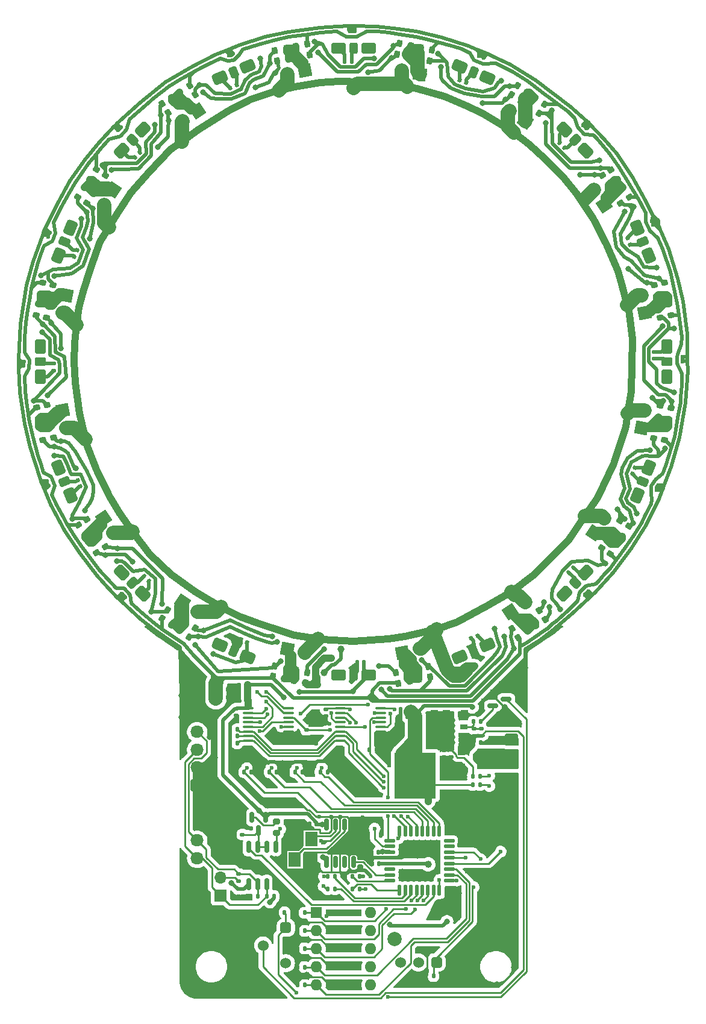
<source format=gbr>
%TF.GenerationSoftware,KiCad,Pcbnew,(6.0.11)*%
%TF.CreationDate,2024-02-10T16:44:09+09:00*%
%TF.ProjectId,IR,49522e6b-6963-4616-945f-706362585858,rev?*%
%TF.SameCoordinates,Original*%
%TF.FileFunction,Copper,L2,Bot*%
%TF.FilePolarity,Positive*%
%FSLAX46Y46*%
G04 Gerber Fmt 4.6, Leading zero omitted, Abs format (unit mm)*
G04 Created by KiCad (PCBNEW (6.0.11)) date 2024-02-10 16:44:09*
%MOMM*%
%LPD*%
G01*
G04 APERTURE LIST*
G04 Aperture macros list*
%AMRoundRect*
0 Rectangle with rounded corners*
0 $1 Rounding radius*
0 $2 $3 $4 $5 $6 $7 $8 $9 X,Y pos of 4 corners*
0 Add a 4 corners polygon primitive as box body*
4,1,4,$2,$3,$4,$5,$6,$7,$8,$9,$2,$3,0*
0 Add four circle primitives for the rounded corners*
1,1,$1+$1,$2,$3*
1,1,$1+$1,$4,$5*
1,1,$1+$1,$6,$7*
1,1,$1+$1,$8,$9*
0 Add four rect primitives between the rounded corners*
20,1,$1+$1,$2,$3,$4,$5,0*
20,1,$1+$1,$4,$5,$6,$7,0*
20,1,$1+$1,$6,$7,$8,$9,0*
20,1,$1+$1,$8,$9,$2,$3,0*%
%AMRotRect*
0 Rectangle, with rotation*
0 The origin of the aperture is its center*
0 $1 length*
0 $2 width*
0 $3 Rotation angle, in degrees counterclockwise*
0 Add horizontal line*
21,1,$1,$2,0,0,$3*%
G04 Aperture macros list end*
%TA.AperFunction,ComponentPad*%
%ADD10RoundRect,0.400000X0.176777X0.742462X-0.742462X-0.176777X-0.176777X-0.742462X0.742462X0.176777X0*%
%TD*%
%TA.AperFunction,ComponentPad*%
%ADD11RoundRect,0.300000X-0.141421X0.565685X-0.565685X0.141421X0.141421X-0.565685X0.565685X-0.141421X0*%
%TD*%
%TA.AperFunction,ComponentPad*%
%ADD12RotRect,1.800000X1.800000X33.750000*%
%TD*%
%TA.AperFunction,ComponentPad*%
%ADD13C,1.800000*%
%TD*%
%TA.AperFunction,ComponentPad*%
%ADD14RotRect,1.800000X1.800000X213.750000*%
%TD*%
%TA.AperFunction,ComponentPad*%
%ADD15RoundRect,0.381000X-0.381000X0.381000X-0.381000X-0.381000X0.381000X-0.381000X0.381000X0.381000X0*%
%TD*%
%TA.AperFunction,ComponentPad*%
%ADD16C,1.524000*%
%TD*%
%TA.AperFunction,ComponentPad*%
%ADD17RotRect,1.800000X1.800000X191.250000*%
%TD*%
%TA.AperFunction,ComponentPad*%
%ADD18RotRect,1.800000X1.800000X101.250000*%
%TD*%
%TA.AperFunction,ComponentPad*%
%ADD19RotRect,1.800000X1.800000X11.300000*%
%TD*%
%TA.AperFunction,ComponentPad*%
%ADD20R,1.600000X1.600000*%
%TD*%
%TA.AperFunction,ComponentPad*%
%ADD21O,1.600000X1.600000*%
%TD*%
%TA.AperFunction,ComponentPad*%
%ADD22RotRect,1.800000X1.800000X123.750000*%
%TD*%
%TA.AperFunction,ComponentPad*%
%ADD23RoundRect,0.400000X-0.176777X-0.742462X0.742462X0.176777X0.176777X0.742462X-0.742462X-0.176777X0*%
%TD*%
%TA.AperFunction,ComponentPad*%
%ADD24RoundRect,0.300000X0.141421X-0.565685X0.565685X-0.141421X-0.141421X0.565685X-0.565685X0.141421X0*%
%TD*%
%TA.AperFunction,ComponentPad*%
%ADD25RotRect,1.800000X1.800000X326.250000*%
%TD*%
%TA.AperFunction,ComponentPad*%
%ADD26RoundRect,0.400000X0.650000X0.400000X-0.650000X0.400000X-0.650000X-0.400000X0.650000X-0.400000X0*%
%TD*%
%TA.AperFunction,ComponentPad*%
%ADD27RoundRect,0.300000X0.300000X0.500000X-0.300000X0.500000X-0.300000X-0.500000X0.300000X-0.500000X0*%
%TD*%
%TA.AperFunction,ComponentPad*%
%ADD28RotRect,1.800000X1.800000X348.750000*%
%TD*%
%TA.AperFunction,ComponentPad*%
%ADD29RotRect,1.800000X1.800000X146.250000*%
%TD*%
%TA.AperFunction,ComponentPad*%
%ADD30RotRect,1.800000X1.800000X168.750000*%
%TD*%
%TA.AperFunction,ComponentPad*%
%ADD31RotRect,1.800000X1.800000X56.250000*%
%TD*%
%TA.AperFunction,ComponentPad*%
%ADD32RoundRect,0.400000X0.742462X-0.176777X-0.176777X0.742462X-0.742462X0.176777X0.176777X-0.742462X0*%
%TD*%
%TA.AperFunction,ComponentPad*%
%ADD33RoundRect,0.300000X0.565685X0.141421X0.141421X0.565685X-0.565685X-0.141421X-0.141421X-0.565685X0*%
%TD*%
%TA.AperFunction,ComponentPad*%
%ADD34RoundRect,0.400000X0.447448X0.618296X-0.753595X0.120808X-0.447448X-0.618296X0.753595X-0.120808X0*%
%TD*%
%TA.AperFunction,ComponentPad*%
%ADD35RoundRect,0.300000X0.085822X0.576745X-0.468506X0.347135X-0.085822X-0.576745X0.468506X-0.347135X0*%
%TD*%
%TA.AperFunction,ComponentPad*%
%ADD36RoundRect,0.400000X-0.742462X0.176777X0.176777X-0.742462X0.742462X-0.176777X-0.176777X0.742462X0*%
%TD*%
%TA.AperFunction,ComponentPad*%
%ADD37RoundRect,0.300000X-0.565685X-0.141421X-0.141421X-0.565685X0.565685X0.141421X0.141421X0.565685X0*%
%TD*%
%TA.AperFunction,ComponentPad*%
%ADD38RotRect,1.800000X1.800000X78.750000*%
%TD*%
%TA.AperFunction,ComponentPad*%
%ADD39RoundRect,0.400000X-0.120808X0.753595X-0.618296X-0.447448X0.120808X-0.753595X0.618296X0.447448X0*%
%TD*%
%TA.AperFunction,ComponentPad*%
%ADD40RoundRect,0.300000X-0.347135X0.468506X-0.576745X-0.085822X0.347135X-0.468506X0.576745X0.085822X0*%
%TD*%
%TA.AperFunction,ComponentPad*%
%ADD41RotRect,1.800000X1.800000X236.250000*%
%TD*%
%TA.AperFunction,ComponentPad*%
%ADD42RoundRect,0.400000X0.400000X-0.650000X0.400000X0.650000X-0.400000X0.650000X-0.400000X-0.650000X0*%
%TD*%
%TA.AperFunction,ComponentPad*%
%ADD43RoundRect,0.300000X0.500000X-0.300000X0.500000X0.300000X-0.500000X0.300000X-0.500000X-0.300000X0*%
%TD*%
%TA.AperFunction,ComponentPad*%
%ADD44RotRect,1.800000X1.800000X281.250000*%
%TD*%
%TA.AperFunction,ComponentPad*%
%ADD45RoundRect,0.400000X-0.447448X-0.618296X0.753595X-0.120808X0.447448X0.618296X-0.753595X0.120808X0*%
%TD*%
%TA.AperFunction,ComponentPad*%
%ADD46RoundRect,0.300000X-0.085822X-0.576745X0.468506X-0.347135X0.085822X0.576745X-0.468506X0.347135X0*%
%TD*%
%TA.AperFunction,ComponentPad*%
%ADD47RotRect,1.800000X1.800000X258.750000*%
%TD*%
%TA.AperFunction,ComponentPad*%
%ADD48RoundRect,0.400000X-0.753595X-0.120808X0.447448X-0.618296X0.753595X0.120808X-0.447448X0.618296X0*%
%TD*%
%TA.AperFunction,ComponentPad*%
%ADD49RoundRect,0.300000X-0.468506X-0.347135X0.085822X-0.576745X0.468506X0.347135X-0.085822X0.576745X0*%
%TD*%
%TA.AperFunction,ComponentPad*%
%ADD50RoundRect,0.400000X-0.400000X0.650000X-0.400000X-0.650000X0.400000X-0.650000X0.400000X0.650000X0*%
%TD*%
%TA.AperFunction,ComponentPad*%
%ADD51RoundRect,0.300000X-0.500000X0.300000X-0.500000X-0.300000X0.500000X-0.300000X0.500000X0.300000X0*%
%TD*%
%TA.AperFunction,ComponentPad*%
%ADD52RoundRect,0.400000X0.120808X-0.753595X0.618296X0.447448X-0.120808X0.753595X-0.618296X-0.447448X0*%
%TD*%
%TA.AperFunction,ComponentPad*%
%ADD53RoundRect,0.300000X0.347135X-0.468506X0.576745X0.085822X-0.347135X0.468506X-0.576745X-0.085822X0*%
%TD*%
%TA.AperFunction,ComponentPad*%
%ADD54RoundRect,0.400000X-0.618296X0.447448X-0.120808X-0.753595X0.618296X-0.447448X0.120808X0.753595X0*%
%TD*%
%TA.AperFunction,ComponentPad*%
%ADD55RoundRect,0.300000X-0.576745X0.085822X-0.347135X-0.468506X0.576745X-0.085822X0.347135X0.468506X0*%
%TD*%
%TA.AperFunction,ComponentPad*%
%ADD56RoundRect,0.400000X-0.650000X-0.400000X0.650000X-0.400000X0.650000X0.400000X-0.650000X0.400000X0*%
%TD*%
%TA.AperFunction,ComponentPad*%
%ADD57RoundRect,0.300000X-0.300000X-0.500000X0.300000X-0.500000X0.300000X0.500000X-0.300000X0.500000X0*%
%TD*%
%TA.AperFunction,ComponentPad*%
%ADD58RoundRect,0.381000X-0.381000X-0.381000X0.381000X-0.381000X0.381000X0.381000X-0.381000X0.381000X0*%
%TD*%
%TA.AperFunction,ComponentPad*%
%ADD59RotRect,1.800000X1.800000X303.750000*%
%TD*%
%TA.AperFunction,ComponentPad*%
%ADD60RoundRect,0.400000X0.753595X0.120808X-0.447448X0.618296X-0.753595X-0.120808X0.447448X-0.618296X0*%
%TD*%
%TA.AperFunction,ComponentPad*%
%ADD61RoundRect,0.300000X0.468506X0.347135X-0.085822X0.576745X-0.468506X-0.347135X0.085822X-0.576745X0*%
%TD*%
%TA.AperFunction,ComponentPad*%
%ADD62R,1.700000X1.700000*%
%TD*%
%TA.AperFunction,ComponentPad*%
%ADD63O,1.700000X1.700000*%
%TD*%
%TA.AperFunction,ComponentPad*%
%ADD64RoundRect,0.400000X0.618296X-0.447448X0.120808X0.753595X-0.618296X0.447448X-0.120808X-0.753595X0*%
%TD*%
%TA.AperFunction,ComponentPad*%
%ADD65RoundRect,0.300000X0.576745X-0.085822X0.347135X0.468506X-0.576745X0.085822X-0.347135X-0.468506X0*%
%TD*%
%TA.AperFunction,SMDPad,CuDef*%
%ADD66RoundRect,0.140000X0.219203X0.021213X0.021213X0.219203X-0.219203X-0.021213X-0.021213X-0.219203X0*%
%TD*%
%TA.AperFunction,SMDPad,CuDef*%
%ADD67RoundRect,0.140000X-0.064287X-0.210635X0.194399X-0.103484X0.064287X0.210635X-0.194399X0.103484X0*%
%TD*%
%TA.AperFunction,SMDPad,CuDef*%
%ADD68RoundRect,0.200000X-0.319076X-0.117540X0.013512X-0.339768X0.319076X0.117540X-0.013512X0.339768X0*%
%TD*%
%TA.AperFunction,SMDPad,CuDef*%
%ADD69RoundRect,0.140000X0.140000X0.170000X-0.140000X0.170000X-0.140000X-0.170000X0.140000X-0.170000X0*%
%TD*%
%TA.AperFunction,SMDPad,CuDef*%
%ADD70RoundRect,0.200000X-0.117540X0.319076X-0.339768X-0.013512X0.117540X-0.319076X0.339768X0.013512X0*%
%TD*%
%TA.AperFunction,SMDPad,CuDef*%
%ADD71RoundRect,0.200000X0.319076X0.117540X-0.013512X0.339768X-0.319076X-0.117540X0.013512X-0.339768X0*%
%TD*%
%TA.AperFunction,SMDPad,CuDef*%
%ADD72RoundRect,0.140000X-0.210635X0.064287X-0.103484X-0.194399X0.210635X-0.064287X0.103484X0.194399X0*%
%TD*%
%TA.AperFunction,SMDPad,CuDef*%
%ADD73RoundRect,0.135000X-0.135000X-0.185000X0.135000X-0.185000X0.135000X0.185000X-0.135000X0.185000X0*%
%TD*%
%TA.AperFunction,SMDPad,CuDef*%
%ADD74RoundRect,0.140000X-0.170000X0.140000X-0.170000X-0.140000X0.170000X-0.140000X0.170000X0.140000X0*%
%TD*%
%TA.AperFunction,SMDPad,CuDef*%
%ADD75RoundRect,0.200000X-0.339768X0.013512X-0.117540X-0.319076X0.339768X-0.013512X0.117540X0.319076X0*%
%TD*%
%TA.AperFunction,SMDPad,CuDef*%
%ADD76RoundRect,0.140000X0.194399X0.103484X-0.064287X0.210635X-0.194399X-0.103484X0.064287X-0.210635X0*%
%TD*%
%TA.AperFunction,SMDPad,CuDef*%
%ADD77RoundRect,0.200000X0.339768X-0.013512X0.117540X0.319076X-0.339768X0.013512X-0.117540X-0.319076X0*%
%TD*%
%TA.AperFunction,SMDPad,CuDef*%
%ADD78RoundRect,0.200000X0.249807X0.230698X-0.142507X0.308734X-0.249807X-0.230698X0.142507X-0.308734X0*%
%TD*%
%TA.AperFunction,ComponentPad*%
%ADD79C,2.000000*%
%TD*%
%TA.AperFunction,SMDPad,CuDef*%
%ADD80RoundRect,0.200000X0.013512X0.339768X-0.319076X0.117540X-0.013512X-0.339768X0.319076X-0.117540X0*%
%TD*%
%TA.AperFunction,SMDPad,CuDef*%
%ADD81RoundRect,0.200000X-0.142507X-0.308734X0.249807X-0.230698X0.142507X0.308734X-0.249807X0.230698X0*%
%TD*%
%TA.AperFunction,SMDPad,CuDef*%
%ADD82RoundRect,0.200000X0.230698X-0.249807X0.308734X0.142507X-0.230698X0.249807X-0.308734X-0.142507X0*%
%TD*%
%TA.AperFunction,ComponentPad*%
%ADD83RoundRect,0.250000X0.675000X-0.600000X0.675000X0.600000X-0.675000X0.600000X-0.675000X-0.600000X0*%
%TD*%
%TA.AperFunction,ComponentPad*%
%ADD84O,1.850000X1.700000*%
%TD*%
%TA.AperFunction,SMDPad,CuDef*%
%ADD85RoundRect,0.200000X-0.230698X0.249807X-0.308734X-0.142507X0.230698X-0.249807X0.308734X0.142507X0*%
%TD*%
%TA.AperFunction,SMDPad,CuDef*%
%ADD86RoundRect,0.200000X0.117540X-0.319076X0.339768X0.013512X-0.117540X0.319076X-0.339768X-0.013512X0*%
%TD*%
%TA.AperFunction,SMDPad,CuDef*%
%ADD87RoundRect,0.140000X-0.194399X-0.103484X0.064287X-0.210635X0.194399X0.103484X-0.064287X0.210635X0*%
%TD*%
%TA.AperFunction,SMDPad,CuDef*%
%ADD88RoundRect,0.135000X0.185000X-0.135000X0.185000X0.135000X-0.185000X0.135000X-0.185000X-0.135000X0*%
%TD*%
%TA.AperFunction,SMDPad,CuDef*%
%ADD89RoundRect,0.135000X0.135000X0.185000X-0.135000X0.185000X-0.135000X-0.185000X0.135000X-0.185000X0*%
%TD*%
%TA.AperFunction,SMDPad,CuDef*%
%ADD90RoundRect,0.140000X0.103484X-0.194399X0.210635X0.064287X-0.103484X0.194399X-0.210635X-0.064287X0*%
%TD*%
%TA.AperFunction,SMDPad,CuDef*%
%ADD91R,1.000000X0.700000*%
%TD*%
%TA.AperFunction,SMDPad,CuDef*%
%ADD92RoundRect,0.200000X0.142507X0.308734X-0.249807X0.230698X-0.142507X-0.308734X0.249807X-0.230698X0*%
%TD*%
%TA.AperFunction,SMDPad,CuDef*%
%ADD93RoundRect,0.140000X0.064287X0.210635X-0.194399X0.103484X-0.064287X-0.210635X0.194399X-0.103484X0*%
%TD*%
%TA.AperFunction,SMDPad,CuDef*%
%ADD94R,1.000000X1.000000*%
%TD*%
%TA.AperFunction,SMDPad,CuDef*%
%ADD95RoundRect,0.200000X-0.308734X0.142507X-0.230698X-0.249807X0.308734X-0.142507X0.230698X0.249807X0*%
%TD*%
%TA.AperFunction,SMDPad,CuDef*%
%ADD96RoundRect,0.140000X0.210635X-0.064287X0.103484X0.194399X-0.210635X0.064287X-0.103484X-0.194399X0*%
%TD*%
%TA.AperFunction,SMDPad,CuDef*%
%ADD97RoundRect,0.140000X0.170000X-0.140000X0.170000X0.140000X-0.170000X0.140000X-0.170000X-0.140000X0*%
%TD*%
%TA.AperFunction,SMDPad,CuDef*%
%ADD98RoundRect,0.140000X-0.021213X0.219203X-0.219203X0.021213X0.021213X-0.219203X0.219203X-0.021213X0*%
%TD*%
%TA.AperFunction,SMDPad,CuDef*%
%ADD99RoundRect,0.200000X0.308734X-0.142507X0.230698X0.249807X-0.308734X0.142507X-0.230698X-0.249807X0*%
%TD*%
%TA.AperFunction,SMDPad,CuDef*%
%ADD100RoundRect,0.200000X-0.275000X0.200000X-0.275000X-0.200000X0.275000X-0.200000X0.275000X0.200000X0*%
%TD*%
%TA.AperFunction,SMDPad,CuDef*%
%ADD101RoundRect,0.135000X-0.185000X0.135000X-0.185000X-0.135000X0.185000X-0.135000X0.185000X0.135000X0*%
%TD*%
%TA.AperFunction,SMDPad,CuDef*%
%ADD102RoundRect,0.200000X-0.013512X-0.339768X0.319076X-0.117540X0.013512X0.339768X-0.319076X0.117540X0*%
%TD*%
%TA.AperFunction,SMDPad,CuDef*%
%ADD103RoundRect,0.150000X-0.150000X0.675000X-0.150000X-0.675000X0.150000X-0.675000X0.150000X0.675000X0*%
%TD*%
%TA.AperFunction,SMDPad,CuDef*%
%ADD104R,1.800000X2.100000*%
%TD*%
%TA.AperFunction,ComponentPad*%
%ADD105RoundRect,0.250000X-0.675000X0.600000X-0.675000X-0.600000X0.675000X-0.600000X0.675000X0.600000X0*%
%TD*%
%TA.AperFunction,SMDPad,CuDef*%
%ADD106RoundRect,0.100000X0.637500X0.100000X-0.637500X0.100000X-0.637500X-0.100000X0.637500X-0.100000X0*%
%TD*%
%TA.AperFunction,SMDPad,CuDef*%
%ADD107RoundRect,0.140000X-0.219203X-0.021213X-0.021213X-0.219203X0.219203X0.021213X0.021213X0.219203X0*%
%TD*%
%TA.AperFunction,SMDPad,CuDef*%
%ADD108RoundRect,0.140000X-0.140000X-0.170000X0.140000X-0.170000X0.140000X0.170000X-0.140000X0.170000X0*%
%TD*%
%TA.AperFunction,SMDPad,CuDef*%
%ADD109RoundRect,0.150000X-0.150000X0.587500X-0.150000X-0.587500X0.150000X-0.587500X0.150000X0.587500X0*%
%TD*%
%TA.AperFunction,SMDPad,CuDef*%
%ADD110RoundRect,0.200000X-0.249807X-0.230698X0.142507X-0.308734X0.249807X0.230698X-0.142507X0.308734X0*%
%TD*%
%TA.AperFunction,SMDPad,CuDef*%
%ADD111RoundRect,0.140000X-0.103484X0.194399X-0.210635X-0.064287X0.103484X-0.194399X0.210635X0.064287X0*%
%TD*%
%TA.AperFunction,SMDPad,CuDef*%
%ADD112RoundRect,0.125000X-0.625000X-0.125000X0.625000X-0.125000X0.625000X0.125000X-0.625000X0.125000X0*%
%TD*%
%TA.AperFunction,SMDPad,CuDef*%
%ADD113RoundRect,0.125000X-0.125000X-0.625000X0.125000X-0.625000X0.125000X0.625000X-0.125000X0.625000X0*%
%TD*%
%TA.AperFunction,SMDPad,CuDef*%
%ADD114R,1.200000X2.200000*%
%TD*%
%TA.AperFunction,SMDPad,CuDef*%
%ADD115R,5.800000X6.400000*%
%TD*%
%TA.AperFunction,SMDPad,CuDef*%
%ADD116RoundRect,0.140000X0.021213X-0.219203X0.219203X-0.021213X-0.021213X0.219203X-0.219203X0.021213X0*%
%TD*%
%TA.AperFunction,SMDPad,CuDef*%
%ADD117RoundRect,0.150000X0.587500X0.150000X-0.587500X0.150000X-0.587500X-0.150000X0.587500X-0.150000X0*%
%TD*%
%TA.AperFunction,ViaPad*%
%ADD118C,0.600000*%
%TD*%
%TA.AperFunction,ViaPad*%
%ADD119C,0.800000*%
%TD*%
%TA.AperFunction,ViaPad*%
%ADD120C,1.000000*%
%TD*%
%TA.AperFunction,ViaPad*%
%ADD121C,2.000000*%
%TD*%
%TA.AperFunction,Conductor*%
%ADD122C,0.250000*%
%TD*%
%TA.AperFunction,Conductor*%
%ADD123C,0.500000*%
%TD*%
%TA.AperFunction,Conductor*%
%ADD124C,1.000000*%
%TD*%
%TA.AperFunction,Conductor*%
%ADD125C,2.000000*%
%TD*%
G04 APERTURE END LIST*
D10*
%TO.P,U12,1,OUT*%
%TO.N,IR_rcpt10*%
X107856369Y-46655723D03*
D11*
%TO.P,U12,2,GND*%
%TO.N,GND*%
X106357303Y-48154789D03*
D10*
%TO.P,U12,3,Vs*%
%TO.N,+3.3V*%
X104858237Y-49653855D03*
%TD*%
D12*
%TO.P,D13,1,K*%
%TO.N,Net-(D13-Pad1)*%
X159447981Y-114445752D03*
D13*
%TO.P,D13,2,A*%
%TO.N,VDD*%
X161559914Y-113034604D03*
%TD*%
D14*
%TO.P,D21,1,K*%
%TO.N,Net-(D21-Pad1)*%
X115492026Y-44089183D03*
D13*
%TO.P,D21,2,A*%
%TO.N,VDD*%
X113380093Y-45500331D03*
%TD*%
D15*
%TO.P,SW2,1,A*%
%TO.N,Slide_SW0*%
X149110000Y-163669999D03*
D16*
%TO.P,SW2,2,B*%
%TO.N,+3.3V*%
X146570000Y-163669999D03*
%TO.P,SW2,3,C*%
%TO.N,unconnected-(SW2-Pad3)*%
X144030000Y-163669999D03*
%TD*%
D17*
%TO.P,D20,1,K*%
%TO.N,Net-(D20-Pad1)*%
X130627159Y-38356325D03*
D13*
%TO.P,D20,2,A*%
%TO.N,VDD*%
X128135964Y-38851854D03*
%TD*%
D18*
%TO.P,D16,1,K*%
%TO.N,Net-(D16-Pad1)*%
X178381128Y-72424600D03*
D13*
%TO.P,D16,2,A*%
%TO.N,VDD*%
X177885599Y-69933405D03*
%TD*%
D19*
%TO.P,D12,1,K*%
%TO.N,Net-(D12-Pad1)*%
X144310896Y-120180090D03*
D13*
%TO.P,D12,2,A*%
%TO.N,VDD*%
X146801657Y-119682387D03*
%TD*%
D20*
%TO.P,SW1,1*%
%TO.N,DIP_SW0*%
X132235000Y-156684999D03*
D21*
%TO.P,SW1,2*%
%TO.N,DIP_SW1*%
X132235000Y-159224999D03*
%TO.P,SW1,3*%
%TO.N,DIP_SW2*%
X132235000Y-161764999D03*
%TO.P,SW1,4*%
%TO.N,DIP_SW3*%
X132235000Y-164304999D03*
%TO.P,SW1,5*%
%TO.N,DIP_SW4*%
X132235000Y-166844999D03*
%TO.P,SW1,6*%
%TO.N,+3.3V*%
X139855000Y-166844999D03*
%TO.P,SW1,7*%
X139855000Y-164304999D03*
%TO.P,SW1,8*%
X139855000Y-161764999D03*
%TO.P,SW1,9*%
X139855000Y-159224999D03*
%TO.P,SW1,10*%
X139855000Y-156684999D03*
%TD*%
D22*
%TO.P,D17,1,K*%
%TO.N,Net-(D17-Pad1)*%
X172648310Y-57289473D03*
D13*
%TO.P,D17,2,A*%
%TO.N,VDD*%
X171237162Y-55177540D03*
%TD*%
D23*
%TO.P,U3,1,OUT*%
%TO.N,IR_rcpt2*%
X167083638Y-111879212D03*
D24*
%TO.P,U3,2,GND*%
%TO.N,GND*%
X168582704Y-110380146D03*
D23*
%TO.P,U3,3,Vs*%
%TO.N,+3.3V*%
X170081770Y-108881080D03*
%TD*%
D25*
%TO.P,D26,1,K*%
%TO.N,Net-(D26-Pad1)*%
X113380098Y-113034604D03*
D13*
%TO.P,D26,2,A*%
%TO.N,VDD*%
X115492031Y-114445752D03*
%TD*%
D26*
%TO.P,U10,1,OUT*%
%TO.N,IR_rcpt8*%
X139590006Y-35267449D03*
D27*
%TO.P,U10,2,GND*%
%TO.N,GND*%
X137470006Y-35267449D03*
D26*
%TO.P,U10,3,Vs*%
%TO.N,+3.3V*%
X135350006Y-35267449D03*
%TD*%
D28*
%TO.P,D27,1,K*%
%TO.N,Net-(D27-Pad1)*%
X128135964Y-119683040D03*
D13*
%TO.P,D27,2,A*%
%TO.N,VDD*%
X130627159Y-120178569D03*
%TD*%
D29*
%TO.P,D18,1,K*%
%TO.N,Net-(D18-Pad1)*%
X161559914Y-45500293D03*
D13*
%TO.P,D18,2,A*%
%TO.N,VDD*%
X159447981Y-44089145D03*
%TD*%
D30*
%TO.P,D19,1,K*%
%TO.N,Net-(D19-Pad1)*%
X146804048Y-38851854D03*
D13*
%TO.P,D19,2,A*%
%TO.N,VDD*%
X144312853Y-38356325D03*
%TD*%
D31*
%TO.P,D14,1,K*%
%TO.N,Net-(D14-Pad1)*%
X171237162Y-103357356D03*
D13*
%TO.P,D14,2,A*%
%TO.N,VDD*%
X172648310Y-101245423D03*
%TD*%
D32*
%TO.P,U8,1,OUT*%
%TO.N,IR_rcpt6*%
X170081769Y-49653817D03*
D33*
%TO.P,U8,2,GND*%
%TO.N,GND*%
X168582703Y-48154751D03*
D32*
%TO.P,U8,3,Vs*%
%TO.N,+3.3V*%
X167083637Y-46655685D03*
%TD*%
D34*
%TO.P,U11,1,OUT*%
%TO.N,IR_rcpt9*%
X122590560Y-37805462D03*
D35*
%TO.P,U11,2,GND*%
%TO.N,GND*%
X120631935Y-38616751D03*
D34*
%TO.P,U11,3,Vs*%
%TO.N,+3.3V*%
X118673310Y-39428040D03*
%TD*%
D36*
%TO.P,U16,1,OUT*%
%TO.N,IR_rcpt14*%
X104858242Y-108881080D03*
D37*
%TO.P,U16,2,GND*%
%TO.N,GND*%
X106357308Y-110380146D03*
D36*
%TO.P,U16,3,Vs*%
%TO.N,+3.3V*%
X107856374Y-111879212D03*
%TD*%
D38*
%TO.P,D15,1,K*%
%TO.N,Net-(D15-Pad1)*%
X177885599Y-88601491D03*
D13*
%TO.P,D15,2,A*%
%TO.N,VDD*%
X178381128Y-86110296D03*
%TD*%
D39*
%TO.P,U13,1,OUT*%
%TO.N,IR_rcpt11*%
X97630590Y-60470791D03*
D40*
%TO.P,U13,2,GND*%
%TO.N,GND*%
X96819301Y-62429416D03*
D39*
%TO.P,U13,3,Vs*%
%TO.N,+3.3V*%
X96008012Y-64388041D03*
%TD*%
D41*
%TO.P,D22,1,K*%
%TO.N,Net-(D22-Pad1)*%
X103702845Y-55177580D03*
D13*
%TO.P,D22,2,A*%
%TO.N,VDD*%
X102291697Y-57289513D03*
%TD*%
D42*
%TO.P,U6,1,OUT*%
%TO.N,IR_rcpt4*%
X181470005Y-81387449D03*
D43*
%TO.P,U6,2,GND*%
%TO.N,GND*%
X181470005Y-79267449D03*
D42*
%TO.P,U6,3,Vs*%
%TO.N,+3.3V*%
X181470005Y-77147449D03*
%TD*%
D44*
%TO.P,D24,1,K*%
%TO.N,Net-(D24-Pad1)*%
X96558879Y-86110335D03*
D13*
%TO.P,D24,2,A*%
%TO.N,VDD*%
X97054408Y-88601530D03*
%TD*%
D45*
%TO.P,U2,1,OUT*%
%TO.N,IR_rcpt1*%
X152349452Y-120729436D03*
D46*
%TO.P,U2,2,GND*%
%TO.N,GND*%
X154308077Y-119918147D03*
D45*
%TO.P,U2,3,Vs*%
%TO.N,+3.3V*%
X156266702Y-119106858D03*
%TD*%
D47*
%TO.P,D23,1,K*%
%TO.N,Net-(D23-Pad1)*%
X97054408Y-69933445D03*
D13*
%TO.P,D23,2,A*%
%TO.N,VDD*%
X96558879Y-72424640D03*
%TD*%
D48*
%TO.P,U17,1,OUT*%
%TO.N,IR_rcpt15*%
X118673310Y-119106858D03*
D49*
%TO.P,U17,2,GND*%
%TO.N,GND*%
X120631935Y-119918147D03*
D48*
%TO.P,U17,3,Vs*%
%TO.N,+3.3V*%
X122590560Y-120729436D03*
%TD*%
D50*
%TO.P,U14,1,OUT*%
%TO.N,IR_rcpt12*%
X93470001Y-77147486D03*
D51*
%TO.P,U14,2,GND*%
%TO.N,GND*%
X93470001Y-79267486D03*
D50*
%TO.P,U14,3,Vs*%
%TO.N,+3.3V*%
X93470001Y-81387486D03*
%TD*%
D52*
%TO.P,U4,1,OUT*%
%TO.N,IR_rcpt3*%
X177309416Y-98064144D03*
D53*
%TO.P,U4,2,GND*%
%TO.N,GND*%
X178120705Y-96105519D03*
D52*
%TO.P,U4,3,Vs*%
%TO.N,+3.3V*%
X178931994Y-94146894D03*
%TD*%
D54*
%TO.P,U15,1,OUT*%
%TO.N,IR_rcpt13*%
X96008019Y-94146894D03*
D55*
%TO.P,U15,2,GND*%
%TO.N,GND*%
X96819308Y-96105519D03*
D54*
%TO.P,U15,3,Vs*%
%TO.N,+3.3V*%
X97630597Y-98064144D03*
%TD*%
D56*
%TO.P,U1,1,OUT*%
%TO.N,IR_rcpt0*%
X135350006Y-123267448D03*
D57*
%TO.P,U1,2,GND*%
%TO.N,GND*%
X137470006Y-123267448D03*
D56*
%TO.P,U1,3,Vs*%
%TO.N,+3.3V*%
X139590006Y-123267448D03*
%TD*%
D58*
%TO.P,SW3,1,A*%
%TO.N,\u4E3B\u96FB\u6E90\u30B9\u30A4\u30C3\u30C1*%
X127930000Y-158779999D03*
D16*
%TO.P,SW3,2,B*%
%TO.N,/S-S*%
X124730000Y-161279999D03*
%TO.P,SW3,3,C*%
%TO.N,unconnected-(SW3-Pad3)*%
X127930000Y-163779999D03*
%TD*%
D59*
%TO.P,D25,1,K*%
%TO.N,Net-(D25-Pad1)*%
X102291702Y-101245423D03*
D13*
%TO.P,D25,2,A*%
%TO.N,VDD*%
X103702850Y-103357356D03*
%TD*%
D60*
%TO.P,U9,1,OUT*%
%TO.N,IR_rcpt7*%
X156266702Y-39428040D03*
D61*
%TO.P,U9,2,GND*%
%TO.N,GND*%
X154308077Y-38616751D03*
D60*
%TO.P,U9,3,Vs*%
%TO.N,+3.3V*%
X152349452Y-37805462D03*
%TD*%
D62*
%TO.P,JP1,1,A*%
%TO.N,RS485_A*%
X118745000Y-154309999D03*
D63*
%TO.P,JP1,2,B*%
%TO.N,Net-(JP1-Pad2)*%
X118745000Y-151769999D03*
%TD*%
D64*
%TO.P,U7,1,OUT*%
%TO.N,IR_rcpt5*%
X178931994Y-64388003D03*
D65*
%TO.P,U7,2,GND*%
%TO.N,GND*%
X178120705Y-62429378D03*
D64*
%TO.P,U7,3,Vs*%
%TO.N,+3.3V*%
X177309416Y-60470753D03*
%TD*%
D66*
%TO.P,C21,1*%
%TO.N,+3.3V*%
X108659411Y-110109410D03*
%TO.P,C21,2*%
%TO.N,GND*%
X107980589Y-109430588D03*
%TD*%
D67*
%TO.P,C16,1*%
%TO.N,+3.3V*%
X120126538Y-40813687D03*
%TO.P,C16,2*%
%TO.N,GND*%
X121013462Y-40446311D03*
%TD*%
D68*
%TO.P,R57,1*%
%TO.N,Net-(D18-Pad1)*%
X162944038Y-42201654D03*
%TO.P,R57,2*%
%TO.N,IR_emit0*%
X164315962Y-43118344D03*
%TD*%
D69*
%TO.P,C25,1*%
%TO.N,NRST*%
X140960000Y-148209999D03*
%TO.P,C25,2*%
%TO.N,GND*%
X140000000Y-148209999D03*
%TD*%
D70*
%TO.P,R41,1*%
%TO.N,Net-(D14-Pad1)*%
X174458345Y-104904037D03*
%TO.P,R41,2*%
%TO.N,IR_emit0*%
X173541655Y-106275961D03*
%TD*%
D71*
%TO.P,R89,1*%
%TO.N,Net-(D26-Pad1)*%
X111871552Y-116291634D03*
%TO.P,R89,2*%
%TO.N,IR_emit0*%
X110499628Y-115374944D03*
%TD*%
D72*
%TO.P,C10,1*%
%TO.N,+3.3V*%
X175956312Y-61936537D03*
%TO.P,C10,2*%
%TO.N,GND*%
X176323688Y-62823461D03*
%TD*%
D73*
%TO.P,R104,1*%
%TO.N,GND*%
X120080000Y-131879999D03*
%TO.P,R104,2*%
%TO.N,Mux_IN1*%
X121100000Y-131879999D03*
%TD*%
%TO.P,R12,1*%
%TO.N,Net-(D3-Pad2)*%
X133820001Y-153359999D03*
%TO.P,R12,2*%
%TO.N,LED0*%
X134840001Y-153359999D03*
%TD*%
D74*
%TO.P,C31,1*%
%TO.N,+3.3V*%
X120960000Y-128015999D03*
%TO.P,C31,2*%
%TO.N,GND*%
X120960000Y-128975999D03*
%TD*%
D75*
%TO.P,R60,1*%
%TO.N,Net-(D17-Pad1)*%
X174061655Y-55614037D03*
%TO.P,R60,2*%
%TO.N,IR_emit1*%
X174978345Y-56985961D03*
%TD*%
D76*
%TO.P,C22,1*%
%TO.N,+3.3V*%
X122503462Y-118713687D03*
%TO.P,C22,2*%
%TO.N,GND*%
X121616538Y-118346311D03*
%TD*%
D77*
%TO.P,R68,1*%
%TO.N,Net-(D17-Pad1)*%
X173308711Y-54505329D03*
%TO.P,R68,2*%
%TO.N,IR_emit3*%
X172392021Y-53133405D03*
%TD*%
D78*
%TO.P,R70,1*%
%TO.N,Net-(D19-Pad1)*%
X145191313Y-36401277D03*
%TO.P,R70,2*%
%TO.N,IR_emit3*%
X143573017Y-36079377D03*
%TD*%
D79*
%TO.P,TP1,1,1*%
%TO.N,VDD*%
X137430000Y-40819999D03*
%TD*%
D80*
%TO.P,R40,1*%
%TO.N,Net-(D13-Pad1)*%
X161915962Y-117151654D03*
%TO.P,R40,2*%
%TO.N,IR_emit0*%
X160544038Y-118068344D03*
%TD*%
D74*
%TO.P,C29,1*%
%TO.N,+3.3V*%
X121295000Y-153379999D03*
%TO.P,C29,2*%
%TO.N,GND*%
X121295000Y-154339999D03*
%TD*%
D73*
%TO.P,R8,1*%
%TO.N,Net-(C1-Pad2)*%
X154290000Y-129849999D03*
%TO.P,R8,2*%
%TO.N,Net-(Q2-Pad3)*%
X155310000Y-129849999D03*
%TD*%
D70*
%TO.P,R45,1*%
%TO.N,Net-(D14-Pad1)*%
X173218345Y-104064037D03*
%TO.P,R45,2*%
%TO.N,IR_emit1*%
X172301655Y-105435961D03*
%TD*%
D81*
%TO.P,R47,1*%
%TO.N,Net-(D12-Pad1)*%
X146620852Y-123890949D03*
%TO.P,R47,2*%
%TO.N,IR_emit2*%
X148239148Y-123569049D03*
%TD*%
D82*
%TO.P,R78,1*%
%TO.N,Net-(D23-Pad1)*%
X94899050Y-70129147D03*
%TO.P,R78,2*%
%TO.N,IR_emit1*%
X95220950Y-68510851D03*
%TD*%
D68*
%TO.P,R61,1*%
%TO.N,Net-(D18-Pad1)*%
X162120034Y-43449174D03*
%TO.P,R61,2*%
%TO.N,IR_emit1*%
X163491958Y-44365864D03*
%TD*%
D83*
%TO.P,J4,1,Pin_1*%
%TO.N,GND*%
X115470000Y-154029999D03*
D84*
%TO.P,J4,2,Pin_2*%
X115470000Y-151529999D03*
%TO.P,J4,3,Pin_3*%
%TO.N,RS485_A*%
X115470000Y-149029999D03*
%TO.P,J4,4,Pin_4*%
%TO.N,RS485_B*%
X115470000Y-146529999D03*
%TD*%
D85*
%TO.P,R42,1*%
%TO.N,Net-(D15-Pad1)*%
X181460950Y-88690851D03*
%TO.P,R42,2*%
%TO.N,IR_emit0*%
X181139050Y-90309147D03*
%TD*%
D68*
%TO.P,R101,1*%
%TO.N,Net-(D26-Pad1)*%
X113814038Y-115781654D03*
%TO.P,R101,2*%
%TO.N,IR_emit3*%
X115185962Y-116698344D03*
%TD*%
D86*
%TO.P,R73,1*%
%TO.N,Net-(D22-Pad1)*%
X100368365Y-53671552D03*
%TO.P,R73,2*%
%TO.N,IR_emit0*%
X101285055Y-52299628D03*
%TD*%
D87*
%TO.P,C12,1*%
%TO.N,+3.3V*%
X152370000Y-39739999D03*
%TO.P,C12,2*%
%TO.N,GND*%
X153256924Y-40107375D03*
%TD*%
D88*
%TO.P,R38,1*%
%TO.N,Net-(JP1-Pad2)*%
X121300000Y-152259999D03*
%TO.P,R38,2*%
%TO.N,RS485_B*%
X121300000Y-151239999D03*
%TD*%
D89*
%TO.P,R10,1*%
%TO.N,\u4E3B\u96FB\u6E90\u30B9\u30A4\u30C3\u30C1*%
X127750000Y-156649999D03*
%TO.P,R10,2*%
%TO.N,GND*%
X126730000Y-156649999D03*
%TD*%
D90*
%TO.P,C18,1*%
%TO.N,+3.3V*%
X98196312Y-64533461D03*
%TO.P,C18,2*%
%TO.N,GND*%
X98563688Y-63646537D03*
%TD*%
D73*
%TO.P,R109,1*%
%TO.N,Blightness_Min*%
X132770001Y-136939998D03*
%TO.P,R109,2*%
%TO.N,GND*%
X133790001Y-136939998D03*
%TD*%
D75*
%TO.P,R56,1*%
%TO.N,Net-(D17-Pad1)*%
X175305933Y-54794459D03*
%TO.P,R56,2*%
%TO.N,IR_emit0*%
X176222623Y-56166383D03*
%TD*%
D88*
%TO.P,R35,1*%
%TO.N,Net-(Q12-Pad3)*%
X121820000Y-145694999D03*
%TO.P,R35,2*%
%TO.N,GND*%
X121820000Y-144674999D03*
%TD*%
D73*
%TO.P,R105,1*%
%TO.N,GND*%
X120070000Y-132879999D03*
%TO.P,R105,2*%
%TO.N,Mux_IN2*%
X121090000Y-132879999D03*
%TD*%
D91*
%TO.P,Q3,1,G*%
%TO.N,Net-(C1-Pad2)*%
X152940000Y-130549999D03*
%TO.P,Q3,2,S*%
%TO.N,/S-S*%
X152940000Y-132449999D03*
%TO.P,Q3,3,D*%
%TO.N,VDD*%
X150540000Y-131499999D03*
%TD*%
D78*
%TO.P,R66,1*%
%TO.N,Net-(D19-Pad1)*%
X145499148Y-34920949D03*
%TO.P,R66,2*%
%TO.N,IR_emit2*%
X143880852Y-34599049D03*
%TD*%
D71*
%TO.P,R65,1*%
%TO.N,Net-(D18-Pad1)*%
X161840000Y-41449999D03*
%TO.P,R65,2*%
%TO.N,IR_emit2*%
X160468076Y-40533309D03*
%TD*%
D73*
%TO.P,R17,1*%
%TO.N,GND*%
X144020000Y-128159999D03*
%TO.P,R17,2*%
%TO.N,+3.3V*%
X145040000Y-128159999D03*
%TD*%
D92*
%TO.P,R79,1*%
%TO.N,Net-(D20-Pad1)*%
X128019148Y-35276345D03*
%TO.P,R79,2*%
%TO.N,IR_emit2*%
X126400852Y-35598245D03*
%TD*%
D93*
%TO.P,C4,1*%
%TO.N,+3.3V*%
X154883462Y-117796311D03*
%TO.P,C4,2*%
%TO.N,GND*%
X153996538Y-118163687D03*
%TD*%
D79*
%TO.P,TP3,1,1*%
%TO.N,GND*%
X156820000Y-160619999D03*
%TD*%
D94*
%TO.P,D1,1,K*%
%TO.N,VDD*%
X150520000Y-128704999D03*
%TO.P,D1,2,A*%
%TO.N,GND*%
X153020000Y-128704999D03*
%TD*%
D73*
%TO.P,R9,1*%
%TO.N,GND*%
X129560000Y-166859999D03*
%TO.P,R9,2*%
%TO.N,DIP_SW4*%
X130580000Y-166859999D03*
%TD*%
D80*
%TO.P,R44,1*%
%TO.N,Net-(D13-Pad1)*%
X161085962Y-115891654D03*
%TO.P,R44,2*%
%TO.N,IR_emit1*%
X159714038Y-116808344D03*
%TD*%
D95*
%TO.P,R95,1*%
%TO.N,Net-(D24-Pad1)*%
X93479050Y-88640851D03*
%TO.P,R95,2*%
%TO.N,IR_emit2*%
X93800950Y-90259147D03*
%TD*%
D96*
%TO.P,C20,1*%
%TO.N,+3.3V*%
X99003688Y-96803461D03*
%TO.P,C20,2*%
%TO.N,GND*%
X98636312Y-95916537D03*
%TD*%
D97*
%TO.P,C1,1*%
%TO.N,/S-S*%
X154350000Y-131829999D03*
%TO.P,C1,2*%
%TO.N,Net-(C1-Pad2)*%
X154350000Y-130869999D03*
%TD*%
D98*
%TO.P,C5,1*%
%TO.N,+3.3V*%
X168399411Y-108200588D03*
%TO.P,C5,2*%
%TO.N,GND*%
X167720589Y-108879410D03*
%TD*%
D99*
%TO.P,R87,1*%
%TO.N,Net-(D24-Pad1)*%
X93215680Y-87316790D03*
%TO.P,R87,2*%
%TO.N,IR_emit0*%
X92893780Y-85698494D03*
%TD*%
D100*
%TO.P,R34,1*%
%TO.N,Net-(Q12-Pad1)*%
X126620000Y-143859999D03*
%TO.P,R34,2*%
%TO.N,MainTX2_RS485RX*%
X126620000Y-145509999D03*
%TD*%
D82*
%TO.P,R54,1*%
%TO.N,Net-(D15-Pad1)*%
X180259496Y-87072475D03*
%TO.P,R54,2*%
%TO.N,IR_emit3*%
X180581396Y-85454179D03*
%TD*%
D73*
%TO.P,R106,1*%
%TO.N,Blightness_Max*%
X122080000Y-136949999D03*
%TO.P,R106,2*%
%TO.N,GND*%
X123100000Y-136949999D03*
%TD*%
D85*
%TO.P,R82,1*%
%TO.N,Net-(D23-Pad1)*%
X93145679Y-71143204D03*
%TO.P,R82,2*%
%TO.N,IR_emit2*%
X92823779Y-72761500D03*
%TD*%
D82*
%TO.P,R74,1*%
%TO.N,Net-(D23-Pad1)*%
X93409050Y-69819147D03*
%TO.P,R74,2*%
%TO.N,IR_emit0*%
X93730950Y-68200851D03*
%TD*%
D85*
%TO.P,R46,1*%
%TO.N,Net-(D15-Pad1)*%
X179980950Y-88390851D03*
%TO.P,R46,2*%
%TO.N,IR_emit1*%
X179659050Y-90009147D03*
%TD*%
D73*
%TO.P,R15,1*%
%TO.N,Net-(D6-Pad2)*%
X133810000Y-151609999D03*
%TO.P,R15,2*%
%TO.N,MonitorLED0*%
X134830000Y-151609999D03*
%TD*%
D94*
%TO.P,D2,1,K*%
%TO.N,VDD*%
X148840000Y-128679999D03*
%TO.P,D2,2,A*%
%TO.N,+3.3V*%
X146340000Y-128679999D03*
%TD*%
D101*
%TO.P,R11,1*%
%TO.N,VDD*%
X151180001Y-133819996D03*
%TO.P,R11,2*%
%TO.N,GND*%
X151180001Y-134839996D03*
%TD*%
D75*
%TO.P,R100,1*%
%TO.N,Net-(D25-Pad1)*%
X101631655Y-103934037D03*
%TO.P,R100,2*%
%TO.N,IR_emit3*%
X102548345Y-105305961D03*
%TD*%
D91*
%TO.P,Q1,1,G*%
%TO.N,GND*%
X152650000Y-136089999D03*
%TO.P,Q1,2,S*%
%TO.N,/S-S*%
X152650000Y-134189999D03*
%TO.P,Q1,3,D*%
%TO.N,/5VBAT*%
X155050000Y-135139999D03*
%TD*%
D73*
%TO.P,R1,1*%
%TO.N,/S-S*%
X154300000Y-132779999D03*
%TO.P,R1,2*%
%TO.N,GND*%
X155320000Y-132779999D03*
%TD*%
D69*
%TO.P,C8,1*%
%TO.N,+3.3V*%
X145010000Y-129170000D03*
%TO.P,C8,2*%
%TO.N,GND*%
X144050000Y-129170000D03*
%TD*%
D89*
%TO.P,R13,1*%
%TO.N,Net-(D4-Pad2)*%
X138330000Y-151609999D03*
%TO.P,R13,2*%
%TO.N,LED1*%
X137310000Y-151609999D03*
%TD*%
D74*
%TO.P,C30,1*%
%TO.N,+3.3V*%
X133570000Y-128119999D03*
%TO.P,C30,2*%
%TO.N,GND*%
X133570000Y-129079999D03*
%TD*%
D102*
%TO.P,R52,1*%
%TO.N,Net-(D13-Pad1)*%
X162192160Y-115138344D03*
%TO.P,R52,2*%
%TO.N,IR_emit3*%
X163564084Y-114221654D03*
%TD*%
D73*
%TO.P,R3,1*%
%TO.N,GND*%
X129560000Y-159239999D03*
%TO.P,R3,2*%
%TO.N,DIP_SW1*%
X130580000Y-159239999D03*
%TD*%
%TO.P,R2,1*%
%TO.N,GND*%
X129535000Y-156689999D03*
%TO.P,R2,2*%
%TO.N,DIP_SW0*%
X130555000Y-156689999D03*
%TD*%
D103*
%TO.P,U22,1,~{CONT}*%
%TO.N,+3.3V*%
X133645000Y-144324999D03*
%TO.P,U22,2,XT*%
%TO.N,Net-(U22-Pad2)*%
X134915000Y-144324999D03*
%TO.P,U22,3,~{XT}*%
%TO.N,Net-(U22-Pad3)*%
X136185000Y-144324999D03*
%TO.P,U22,4,VSS*%
%TO.N,GND*%
X137455000Y-144324999D03*
%TO.P,U22,5,FOUT*%
%TO.N,OSC_IN*%
X137455000Y-149574999D03*
%TO.P,U22,6,NC*%
%TO.N,unconnected-(U22-Pad6)*%
X136185000Y-149574999D03*
%TO.P,U22,7,NC*%
%TO.N,unconnected-(U22-Pad7)*%
X134915000Y-149574999D03*
%TO.P,U22,8,VDD*%
%TO.N,+3.3V*%
X133645000Y-149574999D03*
%TD*%
D71*
%TO.P,R69,1*%
%TO.N,Net-(D18-Pad1)*%
X160997548Y-42699153D03*
%TO.P,R69,2*%
%TO.N,IR_emit3*%
X159625624Y-41782463D03*
%TD*%
D69*
%TO.P,C26,1*%
%TO.N,+3.3V*%
X141020000Y-149789999D03*
%TO.P,C26,2*%
%TO.N,GND*%
X140060000Y-149789999D03*
%TD*%
D74*
%TO.P,C9,1*%
%TO.N,+3.3V*%
X179700000Y-77919999D03*
%TO.P,C9,2*%
%TO.N,GND*%
X179700000Y-78879999D03*
%TD*%
D102*
%TO.P,R76,1*%
%TO.N,Net-(D21-Pad1)*%
X113849049Y-42667034D03*
%TO.P,R76,2*%
%TO.N,IR_emit1*%
X115220973Y-41750344D03*
%TD*%
D71*
%TO.P,R93,1*%
%TO.N,Net-(D26-Pad1)*%
X112691552Y-115031632D03*
%TO.P,R93,2*%
%TO.N,IR_emit1*%
X111319628Y-114114942D03*
%TD*%
D83*
%TO.P,J3,1,Pin_1*%
%TO.N,GND*%
X115470000Y-138779999D03*
D84*
%TO.P,J3,2,Pin_2*%
X115470000Y-136279999D03*
%TO.P,J3,3,Pin_3*%
%TO.N,RS485_A*%
X115470000Y-133779999D03*
%TO.P,J3,4,Pin_4*%
%TO.N,RS485_B*%
X115470000Y-131279999D03*
%TD*%
D89*
%TO.P,R6,1*%
%TO.N,Slide_SW0*%
X148675000Y-165589999D03*
%TO.P,R6,2*%
%TO.N,GND*%
X147655000Y-165589999D03*
%TD*%
D104*
%TO.P,Y1,1,1*%
%TO.N,Net-(U22-Pad2)*%
X131490000Y-146339999D03*
%TO.P,Y1,2,2*%
%TO.N,GND*%
X131490000Y-149239999D03*
%TO.P,Y1,3,3*%
%TO.N,Net-(U22-Pad3)*%
X129190000Y-149239999D03*
%TO.P,Y1,4,4*%
%TO.N,GND*%
X129190000Y-146339999D03*
%TD*%
D105*
%TO.P,J1,1,Pin_1*%
%TO.N,GND*%
X159620000Y-132359999D03*
D84*
%TO.P,J1,2,Pin_2*%
%TO.N,/5VBAT*%
X159620000Y-134859999D03*
%TD*%
D106*
%TO.P,U19,1,A4*%
%TO.N,IR_rcpt12*%
X128322500Y-127970999D03*
%TO.P,U19,2,A6*%
%TO.N,IR_rcpt14*%
X128322500Y-128620999D03*
%TO.P,U19,3,A*%
%TO.N,Mux_OUT1*%
X128322500Y-129270999D03*
%TO.P,U19,4,A7*%
%TO.N,IR_rcpt15*%
X128322500Y-129920999D03*
%TO.P,U19,5,A5*%
%TO.N,IR_rcpt13*%
X128322500Y-130570999D03*
%TO.P,U19,6,~{E}*%
%TO.N,GND*%
X128322500Y-131220999D03*
%TO.P,U19,7,VEE*%
X128322500Y-131870999D03*
%TO.P,U19,8,GND*%
X128322500Y-132520999D03*
%TO.P,U19,9,S2*%
%TO.N,Mux_IN2*%
X122597500Y-132520999D03*
%TO.P,U19,10,S1*%
%TO.N,Mux_IN1*%
X122597500Y-131870999D03*
%TO.P,U19,11,S0*%
%TO.N,Mux_IN0*%
X122597500Y-131220999D03*
%TO.P,U19,12,A3*%
%TO.N,IR_rcpt11*%
X122597500Y-130570999D03*
%TO.P,U19,13,A0*%
%TO.N,IR_rcpt8*%
X122597500Y-129920999D03*
%TO.P,U19,14,A1*%
%TO.N,IR_rcpt9*%
X122597500Y-129270999D03*
%TO.P,U19,15,A2*%
%TO.N,IR_rcpt10*%
X122597500Y-128620999D03*
%TO.P,U19,16,VCC*%
%TO.N,+3.3V*%
X122597500Y-127970999D03*
%TD*%
D107*
%TO.P,C11,1*%
%TO.N,+3.3V*%
X166400589Y-48510588D03*
%TO.P,C11,2*%
%TO.N,GND*%
X167079411Y-49189410D03*
%TD*%
D70*
%TO.P,R81,1*%
%TO.N,Net-(D22-Pad1)*%
X99618345Y-54794037D03*
%TO.P,R81,2*%
%TO.N,IR_emit2*%
X98701655Y-56165961D03*
%TD*%
D95*
%TO.P,R59,1*%
%TO.N,Net-(D16-Pad1)*%
X180269050Y-71460851D03*
%TO.P,R59,2*%
%TO.N,IR_emit1*%
X180590950Y-73079147D03*
%TD*%
D102*
%TO.P,R48,1*%
%TO.N,Net-(D13-Pad1)*%
X163024038Y-116398344D03*
%TO.P,R48,2*%
%TO.N,IR_emit2*%
X164395962Y-115481654D03*
%TD*%
D85*
%TO.P,R86,1*%
%TO.N,Net-(D23-Pad1)*%
X94635678Y-71453207D03*
%TO.P,R86,2*%
%TO.N,IR_emit3*%
X94313778Y-73071503D03*
%TD*%
D108*
%TO.P,C15,1*%
%TO.N,+3.3V*%
X136200000Y-37089999D03*
%TO.P,C15,2*%
%TO.N,GND*%
X137160000Y-37089999D03*
%TD*%
D89*
%TO.P,R14,1*%
%TO.N,Net-(D5-Pad2)*%
X138320000Y-153359999D03*
%TO.P,R14,2*%
%TO.N,LED2*%
X137300000Y-153359999D03*
%TD*%
D73*
%TO.P,R7,1*%
%TO.N,GND*%
X129540000Y-164329999D03*
%TO.P,R7,2*%
%TO.N,DIP_SW3*%
X130560000Y-164329999D03*
%TD*%
D80*
%TO.P,R84,1*%
%TO.N,Net-(D21-Pad1)*%
X112726561Y-43417054D03*
%TO.P,R84,2*%
%TO.N,IR_emit3*%
X111354637Y-44333744D03*
%TD*%
D74*
%TO.P,C7,1*%
%TO.N,VDD*%
X150180000Y-133849999D03*
%TO.P,C7,2*%
%TO.N,GND*%
X150180000Y-134809999D03*
%TD*%
D99*
%TO.P,R67,1*%
%TO.N,Net-(D16-Pad1)*%
X180002474Y-70131540D03*
%TO.P,R67,2*%
%TO.N,IR_emit3*%
X179680574Y-68513244D03*
%TD*%
D68*
%TO.P,R97,1*%
%TO.N,Net-(D26-Pad1)*%
X112994038Y-117041654D03*
%TO.P,R97,2*%
%TO.N,IR_emit2*%
X114365962Y-117958344D03*
%TD*%
D106*
%TO.P,U18,1,A4*%
%TO.N,IR_rcpt4*%
X141302500Y-127984999D03*
%TO.P,U18,2,A6*%
%TO.N,IR_rcpt6*%
X141302500Y-128634999D03*
%TO.P,U18,3,A*%
%TO.N,Mux_OUT0*%
X141302500Y-129284999D03*
%TO.P,U18,4,A7*%
%TO.N,IR_rcpt7*%
X141302500Y-129934999D03*
%TO.P,U18,5,A5*%
%TO.N,IR_rcpt5*%
X141302500Y-130584999D03*
%TO.P,U18,6,~{E}*%
%TO.N,GND*%
X141302500Y-131234999D03*
%TO.P,U18,7,VEE*%
X141302500Y-131884999D03*
%TO.P,U18,8,GND*%
X141302500Y-132534999D03*
%TO.P,U18,9,S2*%
%TO.N,Mux_IN2*%
X135577500Y-132534999D03*
%TO.P,U18,10,S1*%
%TO.N,Mux_IN1*%
X135577500Y-131884999D03*
%TO.P,U18,11,S0*%
%TO.N,Mux_IN0*%
X135577500Y-131234999D03*
%TO.P,U18,12,A3*%
%TO.N,IR_rcpt3*%
X135577500Y-130584999D03*
%TO.P,U18,13,A0*%
%TO.N,IR_rcpt0*%
X135577500Y-129934999D03*
%TO.P,U18,14,A1*%
%TO.N,IR_rcpt1*%
X135577500Y-129284999D03*
%TO.P,U18,15,A2*%
%TO.N,IR_rcpt2*%
X135577500Y-128634999D03*
%TO.P,U18,16,VCC*%
%TO.N,+3.3V*%
X135577500Y-127984999D03*
%TD*%
D75*
%TO.P,R96,1*%
%TO.N,Net-(D25-Pad1)*%
X100401655Y-104754037D03*
%TO.P,R96,2*%
%TO.N,IR_emit2*%
X101318345Y-106125961D03*
%TD*%
D70*
%TO.P,R85,1*%
%TO.N,Net-(D22-Pad1)*%
X100868345Y-55624037D03*
%TO.P,R85,2*%
%TO.N,IR_emit3*%
X99951655Y-56995961D03*
%TD*%
D89*
%TO.P,R32,1*%
%TO.N,GND*%
X140710000Y-133779999D03*
%TO.P,R32,2*%
%TO.N,Mux_OUT0*%
X139690000Y-133779999D03*
%TD*%
D109*
%TO.P,Q12,1,B*%
%TO.N,Net-(Q12-Pad1)*%
X123170000Y-143297499D03*
%TO.P,Q12,2,E*%
%TO.N,+3.3V*%
X125070000Y-143297499D03*
%TO.P,Q12,3,C*%
%TO.N,Net-(Q12-Pad3)*%
X124120000Y-145172499D03*
%TD*%
D81*
%TO.P,R75,1*%
%TO.N,Net-(D20-Pad1)*%
X129650852Y-36470949D03*
%TO.P,R75,2*%
%TO.N,IR_emit1*%
X131269148Y-36149049D03*
%TD*%
D97*
%TO.P,C19,1*%
%TO.N,+3.3V*%
X95310000Y-80519999D03*
%TO.P,C19,2*%
%TO.N,GND*%
X95310000Y-79559999D03*
%TD*%
D78*
%TO.P,R90,1*%
%TO.N,Net-(D27-Pad1)*%
X127724436Y-123830407D03*
%TO.P,R90,2*%
%TO.N,IR_emit0*%
X126106140Y-123508507D03*
%TD*%
D110*
%TO.P,R98,1*%
%TO.N,Net-(D27-Pad1)*%
X129048496Y-124093777D03*
%TO.P,R98,2*%
%TO.N,IR_emit2*%
X130666792Y-124415677D03*
%TD*%
D111*
%TO.P,C6,1*%
%TO.N,+3.3V*%
X177013688Y-94176537D03*
%TO.P,C6,2*%
%TO.N,GND*%
X176646312Y-95063461D03*
%TD*%
D112*
%TO.P,U20,1,PB9*%
%TO.N,LED1*%
X142535000Y-152179999D03*
%TO.P,U20,2,PC14-OSCX_IN*%
%TO.N,OSC_IN*%
X142535000Y-151379999D03*
%TO.P,U20,3,PC15-OSCX_OUT*%
%TO.N,unconnected-(U20-Pad3)*%
X142535000Y-150579999D03*
%TO.P,U20,4,VDD/VDDA*%
%TO.N,+3.3V*%
X142535000Y-149779999D03*
%TO.P,U20,5,VSS/VSSA*%
%TO.N,GND*%
X142535000Y-148979999D03*
%TO.P,U20,6,PF2-NRST*%
%TO.N,NRST*%
X142535000Y-148179999D03*
%TO.P,U20,7,PA0*%
%TO.N,Mux_OUT1*%
X142535000Y-147379999D03*
%TO.P,U20,8,PA1*%
%TO.N,Mux_OUT0*%
X142535000Y-146579999D03*
D113*
%TO.P,U20,9,PA2*%
%TO.N,MainTX2_RS485RX*%
X143910000Y-145204999D03*
%TO.P,U20,10,PA3*%
%TO.N,Mux_IN2*%
X144710000Y-145204999D03*
%TO.P,U20,11,PA4*%
%TO.N,Mux_IN1*%
X145510000Y-145204999D03*
%TO.P,U20,12,PA5*%
%TO.N,Mux_IN0*%
X146310000Y-145204999D03*
%TO.P,U20,13,PA6*%
%TO.N,Blightness_Max*%
X147110000Y-145204999D03*
%TO.P,U20,14,PA7*%
%TO.N,Blightness_2nd*%
X147910000Y-145204999D03*
%TO.P,U20,15,PB0*%
%TO.N,Blightness_3rd*%
X148710000Y-145204999D03*
%TO.P,U20,16,PB1*%
%TO.N,Blightness_Min*%
X149510000Y-145204999D03*
D112*
%TO.P,U20,17,PB2*%
%TO.N,unconnected-(U20-Pad17)*%
X150885000Y-146579999D03*
%TO.P,U20,18,PA8*%
%TO.N,unconnected-(U20-Pad18)*%
X150885000Y-147379999D03*
%TO.P,U20,19,PA9*%
%TO.N,MainTX1_STLinkRX*%
X150885000Y-148179999D03*
%TO.P,U20,20,PC6*%
%TO.N,Slide_SW0*%
X150885000Y-148979999D03*
%TO.P,U20,21,PA10*%
%TO.N,MainRX1_STLinkTX*%
X150885000Y-149779999D03*
%TO.P,U20,22,PA11[PA9]*%
%TO.N,DIP_SW4*%
X150885000Y-150579999D03*
%TO.P,U20,23,PA12[PA10]*%
%TO.N,DIP_SW3*%
X150885000Y-151379999D03*
%TO.P,U20,24,PA13*%
%TO.N,TMS*%
X150885000Y-152179999D03*
D113*
%TO.P,U20,25,PA14-BOOT0*%
%TO.N,TCK*%
X149510000Y-153554999D03*
%TO.P,U20,26,PA15*%
%TO.N,MainRX2_RS485TX*%
X148710000Y-153554999D03*
%TO.P,U20,27,PB3*%
%TO.N,DIP_SW2*%
X147910000Y-153554999D03*
%TO.P,U20,28,PB4*%
%TO.N,DIP_SW1*%
X147110000Y-153554999D03*
%TO.P,U20,29,PB5*%
%TO.N,DIP_SW0*%
X146310000Y-153554999D03*
%TO.P,U20,30,PB6*%
%TO.N,LED0*%
X145510000Y-153554999D03*
%TO.P,U20,31,PB7*%
%TO.N,MonitorLED0*%
X144710000Y-153554999D03*
%TO.P,U20,32,PB8*%
%TO.N,LED2*%
X143910000Y-153554999D03*
%TD*%
D88*
%TO.P,R4,1*%
%TO.N,/S-S*%
X155375000Y-131834999D03*
%TO.P,R4,2*%
%TO.N,Net-(C1-Pad2)*%
X155375000Y-130814999D03*
%TD*%
D89*
%TO.P,R37,1*%
%TO.N,RS485_B*%
X123980000Y-154360000D03*
%TO.P,R37,2*%
%TO.N,GND*%
X122960000Y-154360000D03*
%TD*%
D110*
%TO.P,R58,1*%
%TO.N,Net-(D19-Pad1)*%
X146811704Y-35198099D03*
%TO.P,R58,2*%
%TO.N,IR_emit0*%
X148430000Y-35519999D03*
%TD*%
D78*
%TO.P,R94,1*%
%TO.N,Net-(D27-Pad1)*%
X128016792Y-122335677D03*
%TO.P,R94,2*%
%TO.N,IR_emit1*%
X126398496Y-122013777D03*
%TD*%
D69*
%TO.P,C3,1*%
%TO.N,+3.3V*%
X138890000Y-121499999D03*
%TO.P,C3,2*%
%TO.N,GND*%
X137930000Y-121499999D03*
%TD*%
%TO.P,C23,1*%
%TO.N,+3.3V*%
X132200000Y-144199999D03*
%TO.P,C23,2*%
%TO.N,GND*%
X131240000Y-144199999D03*
%TD*%
D89*
%TO.P,R31,1*%
%TO.N,Net-(D11-Pad2)*%
X155210000Y-138719999D03*
%TO.P,R31,2*%
%TO.N,+3.3V*%
X154190000Y-138719999D03*
%TD*%
D86*
%TO.P,R77,1*%
%TO.N,Net-(D22-Pad1)*%
X101618368Y-54501553D03*
%TO.P,R77,2*%
%TO.N,IR_emit1*%
X102535058Y-53129629D03*
%TD*%
D77*
%TO.P,R88,1*%
%TO.N,Net-(D25-Pad1)*%
X99651635Y-103631552D03*
%TO.P,R88,2*%
%TO.N,IR_emit0*%
X98734945Y-102259628D03*
%TD*%
D114*
%TO.P,U5,1,GND*%
%TO.N,GND*%
X143840000Y-131109999D03*
%TO.P,U5,2,VO*%
%TO.N,+3.3V*%
X146120000Y-131109999D03*
D115*
X146120000Y-137409999D03*
D114*
%TO.P,U5,3,VI*%
%TO.N,VDD*%
X148400000Y-131109999D03*
%TD*%
D80*
%TO.P,R80,1*%
%TO.N,Net-(D21-Pad1)*%
X111891551Y-42158363D03*
%TO.P,R80,2*%
%TO.N,IR_emit2*%
X110519627Y-43075053D03*
%TD*%
D95*
%TO.P,R99,1*%
%TO.N,Net-(D24-Pad1)*%
X94964318Y-88313208D03*
%TO.P,R99,2*%
%TO.N,IR_emit3*%
X95286218Y-89931504D03*
%TD*%
D110*
%TO.P,R62,1*%
%TO.N,Net-(D19-Pad1)*%
X146520852Y-36669049D03*
%TO.P,R62,2*%
%TO.N,IR_emit1*%
X148139148Y-36990949D03*
%TD*%
D81*
%TO.P,R51,1*%
%TO.N,Net-(D12-Pad1)*%
X146360852Y-122430949D03*
%TO.P,R51,2*%
%TO.N,IR_emit3*%
X147979148Y-122109049D03*
%TD*%
%TO.P,R71,1*%
%TO.N,Net-(D20-Pad1)*%
X129352967Y-35012977D03*
%TO.P,R71,2*%
%TO.N,IR_emit0*%
X130971263Y-34691077D03*
%TD*%
D77*
%TO.P,R92,1*%
%TO.N,Net-(D25-Pad1)*%
X100881634Y-102811550D03*
%TO.P,R92,2*%
%TO.N,IR_emit1*%
X99964944Y-101439626D03*
%TD*%
D82*
%TO.P,R50,1*%
%TO.N,Net-(D15-Pad1)*%
X181729050Y-87369147D03*
%TO.P,R50,2*%
%TO.N,IR_emit2*%
X182050950Y-85750851D03*
%TD*%
D99*
%TO.P,R91,1*%
%TO.N,Net-(D24-Pad1)*%
X94700950Y-86989147D03*
%TO.P,R91,2*%
%TO.N,IR_emit1*%
X94379050Y-85370851D03*
%TD*%
D116*
%TO.P,C17,1*%
%TO.N,+3.3V*%
X106700589Y-50589410D03*
%TO.P,C17,2*%
%TO.N,GND*%
X107379411Y-49910588D03*
%TD*%
D92*
%TO.P,R43,1*%
%TO.N,Net-(D12-Pad1)*%
X145019148Y-122679049D03*
%TO.P,R43,2*%
%TO.N,IR_emit1*%
X143400852Y-123000949D03*
%TD*%
D73*
%TO.P,R103,1*%
%TO.N,GND*%
X120090000Y-130879999D03*
%TO.P,R103,2*%
%TO.N,Mux_IN0*%
X121110000Y-130879999D03*
%TD*%
D95*
%TO.P,R55,1*%
%TO.N,Net-(D16-Pad1)*%
X181738100Y-71161703D03*
%TO.P,R55,2*%
%TO.N,IR_emit0*%
X182060000Y-72779999D03*
%TD*%
D102*
%TO.P,R72,1*%
%TO.N,Net-(D21-Pad1)*%
X113014038Y-41408344D03*
%TO.P,R72,2*%
%TO.N,IR_emit0*%
X114385962Y-40491654D03*
%TD*%
D89*
%TO.P,R28,1*%
%TO.N,Net-(D8-Pad2)*%
X155210000Y-137549999D03*
%TO.P,R28,2*%
%TO.N,VDD*%
X154190000Y-137549999D03*
%TD*%
%TO.P,R36,1*%
%TO.N,+3.3V*%
X126254999Y-154334998D03*
%TO.P,R36,2*%
%TO.N,RS485_A*%
X125234999Y-154334998D03*
%TD*%
D92*
%TO.P,R83,1*%
%TO.N,Net-(D20-Pad1)*%
X128326552Y-36744319D03*
%TO.P,R83,2*%
%TO.N,IR_emit3*%
X126708256Y-37066219D03*
%TD*%
%TO.P,R39,1*%
%TO.N,Net-(D12-Pad1)*%
X145309148Y-124139049D03*
%TO.P,R39,2*%
%TO.N,IR_emit0*%
X143690852Y-124460949D03*
%TD*%
D99*
%TO.P,R63,1*%
%TO.N,Net-(D16-Pad1)*%
X181470950Y-69839147D03*
%TO.P,R63,2*%
%TO.N,IR_emit2*%
X181149050Y-68220851D03*
%TD*%
D77*
%TO.P,R64,1*%
%TO.N,Net-(D17-Pad1)*%
X174560000Y-53679999D03*
%TO.P,R64,2*%
%TO.N,IR_emit2*%
X173643310Y-52308075D03*
%TD*%
D86*
%TO.P,R53,1*%
%TO.N,Net-(D14-Pad1)*%
X173951655Y-102965961D03*
%TO.P,R53,2*%
%TO.N,IR_emit3*%
X174868345Y-101594037D03*
%TD*%
D73*
%TO.P,R108,1*%
%TO.N,Blightness_3rd*%
X129220001Y-136939998D03*
%TO.P,R108,2*%
%TO.N,GND*%
X130240001Y-136939998D03*
%TD*%
D110*
%TO.P,R102,1*%
%TO.N,Net-(D27-Pad1)*%
X129340852Y-122599049D03*
%TO.P,R102,2*%
%TO.N,IR_emit3*%
X130959148Y-122920949D03*
%TD*%
D86*
%TO.P,R49,1*%
%TO.N,Net-(D14-Pad1)*%
X175211655Y-103785961D03*
%TO.P,R49,2*%
%TO.N,IR_emit2*%
X176128345Y-102414037D03*
%TD*%
D79*
%TO.P,TP2,1,1*%
%TO.N,+3.3V*%
X143200000Y-160419999D03*
%TD*%
D88*
%TO.P,R33,1*%
%TO.N,GND*%
X130820000Y-132029999D03*
%TO.P,R33,2*%
%TO.N,Mux_OUT1*%
X130820000Y-131009999D03*
%TD*%
D117*
%TO.P,Q2,1,G*%
%TO.N,\u4E3B\u96FB\u6E90\u30B9\u30A4\u30C3\u30C1*%
X158907500Y-126659999D03*
%TO.P,Q2,2,S*%
%TO.N,GND*%
X158907500Y-128559999D03*
%TO.P,Q2,3,D*%
%TO.N,Net-(Q2-Pad3)*%
X157032500Y-127609999D03*
%TD*%
D103*
%TO.P,U21,1,RO*%
%TO.N,MainRX2_RS485TX*%
X122714999Y-147434999D03*
%TO.P,U21,2,~{RE}*%
%TO.N,Net-(Q12-Pad3)*%
X123984999Y-147434999D03*
%TO.P,U21,3,DE*%
X125254999Y-147434999D03*
%TO.P,U21,4,DI*%
%TO.N,MainTX2_RS485RX*%
X126524999Y-147434999D03*
%TO.P,U21,5,GND*%
%TO.N,GND*%
X126524999Y-152684999D03*
%TO.P,U21,6,A*%
%TO.N,RS485_A*%
X125254999Y-152684999D03*
%TO.P,U21,7,B*%
%TO.N,RS485_B*%
X123984999Y-152684999D03*
%TO.P,U21,8,VCC*%
%TO.N,+3.3V*%
X122714999Y-152684999D03*
%TD*%
D73*
%TO.P,R5,1*%
%TO.N,GND*%
X129540000Y-161699999D03*
%TO.P,R5,2*%
%TO.N,DIP_SW2*%
X130560000Y-161699999D03*
%TD*%
%TO.P,R107,1*%
%TO.N,Blightness_2nd*%
X125640000Y-136939999D03*
%TO.P,R107,2*%
%TO.N,GND*%
X126660000Y-136939999D03*
%TD*%
D118*
%TO.N,GND*%
X132210000Y-132919999D03*
X152900000Y-146549999D03*
D119*
X151050000Y-162849999D03*
X118780000Y-159819999D03*
X152660000Y-144289999D03*
X137900000Y-145769999D03*
X138020000Y-166839999D03*
D118*
X141330000Y-144109999D03*
D119*
X128150000Y-161849999D03*
X156730000Y-130039999D03*
X154920000Y-128809999D03*
X122420000Y-160049999D03*
D118*
X180290465Y-96664191D03*
D119*
X146390000Y-148739999D03*
X149830000Y-155169999D03*
X160310000Y-125389999D03*
D118*
X119740000Y-126399999D03*
X137636665Y-32889706D03*
X149260000Y-147659999D03*
D119*
X161620000Y-122299999D03*
X113270000Y-129239999D03*
X151610000Y-137349999D03*
X127430000Y-135689999D03*
D118*
X104897027Y-111896441D03*
X155670000Y-126839999D03*
D119*
X146680000Y-151879999D03*
X158710000Y-127749999D03*
D118*
X105349989Y-112337255D03*
X183710500Y-78579999D03*
D119*
X145370000Y-151389999D03*
X137010000Y-146379999D03*
D118*
X170467295Y-111513670D03*
D119*
X120550000Y-135309999D03*
X154810000Y-140009999D03*
D118*
X126290000Y-131759999D03*
X128930000Y-138209999D03*
D119*
X119070000Y-145499999D03*
D118*
X121400000Y-125769999D03*
D119*
X152630000Y-166809999D03*
D118*
X179370000Y-59509999D03*
X123060000Y-144919999D03*
D119*
X122020000Y-138469999D03*
X123360000Y-167469999D03*
X124250000Y-150389999D03*
X126520000Y-149109999D03*
D118*
X120487258Y-36012376D03*
D119*
X121470000Y-146979999D03*
X134230000Y-135759999D03*
X117720000Y-138059999D03*
X139390000Y-138419999D03*
X154390000Y-164899999D03*
X117200000Y-131979999D03*
X118890000Y-149209999D03*
X128860000Y-144849999D03*
X135750000Y-161639999D03*
D118*
X140020000Y-143599999D03*
D119*
X129320000Y-165189999D03*
X159200000Y-129909999D03*
X130370000Y-152109999D03*
D118*
X140790000Y-143529999D03*
D119*
X149630000Y-156239999D03*
X144260000Y-148759999D03*
X160740000Y-130159999D03*
X116030000Y-126369999D03*
X140590000Y-139929999D03*
D118*
X155087555Y-36365415D03*
D119*
X149230000Y-142079999D03*
X159800000Y-160859999D03*
X145370000Y-147839999D03*
D118*
X155703940Y-36643693D03*
X129860000Y-132029999D03*
D119*
X137950000Y-164149999D03*
X117640000Y-141729999D03*
X127040000Y-168259999D03*
X137940000Y-136929999D03*
X152070000Y-139789999D03*
D118*
X136716764Y-148363235D03*
D119*
X131290000Y-151049999D03*
D118*
X180048426Y-97316319D03*
X94545975Y-61743564D03*
D119*
X158420000Y-154499999D03*
D118*
X156910000Y-125619999D03*
D119*
X150010000Y-165449999D03*
D118*
X94618636Y-96712904D03*
D119*
X144330000Y-150929999D03*
D118*
X138750000Y-143249999D03*
D119*
X160190000Y-156689999D03*
X127780000Y-146439999D03*
X143720000Y-131669999D03*
D118*
X139840000Y-151579999D03*
X129060000Y-132809999D03*
D119*
X151620000Y-135879999D03*
X138930000Y-146159999D03*
X142930000Y-132779999D03*
X138050000Y-156669999D03*
X160180000Y-145429999D03*
X121510000Y-148679999D03*
D118*
X119790000Y-127489999D03*
D119*
X124680000Y-135159999D03*
X150990000Y-155099999D03*
D118*
X140000000Y-149019999D03*
D119*
X135670000Y-147579999D03*
D118*
X125630000Y-132109999D03*
D119*
X138170000Y-144649999D03*
X130790000Y-163039999D03*
X113420000Y-133979999D03*
X134010000Y-161659999D03*
D118*
X94785721Y-61134979D03*
D119*
X158193901Y-124514722D03*
X118780000Y-156229999D03*
X148870000Y-157289999D03*
X159900000Y-150569999D03*
D118*
X141420000Y-145299999D03*
X179574795Y-60070505D03*
D119*
X139340000Y-139819999D03*
D118*
X170007828Y-112003550D03*
X133660000Y-157129999D03*
X153360000Y-150929999D03*
D119*
X130590000Y-158039999D03*
X150040000Y-137709999D03*
X130840000Y-165399999D03*
X123420000Y-150119999D03*
X130860000Y-160499999D03*
D118*
X138340000Y-148869999D03*
D119*
X124550000Y-156629999D03*
D118*
X169712242Y-46044337D03*
D119*
X127900000Y-160529999D03*
X119060000Y-167089999D03*
D118*
X104777134Y-46332288D03*
X152300000Y-147169999D03*
X94339014Y-96010967D03*
D119*
X154730000Y-142629999D03*
X146470000Y-146989999D03*
X138380000Y-147579999D03*
X121520000Y-149959999D03*
X144320000Y-166779999D03*
X154480000Y-161739999D03*
X135810000Y-137929999D03*
X136050000Y-151569999D03*
X138130000Y-139879999D03*
X161470000Y-125109999D03*
D118*
X91086257Y-79885262D03*
D119*
X130010000Y-144019999D03*
X149950000Y-139779999D03*
X134130000Y-166669999D03*
X138150000Y-138469999D03*
X152050000Y-141859999D03*
X152260000Y-153949999D03*
X131230000Y-153549999D03*
X115320000Y-144489999D03*
X134040000Y-164259999D03*
D118*
X129770000Y-155909999D03*
X126760000Y-155909999D03*
D119*
X160380000Y-123499999D03*
X114670000Y-166849999D03*
X157790000Y-137549999D03*
X157780000Y-145739999D03*
X159930000Y-137689999D03*
D118*
X104326523Y-46801217D03*
D119*
X144260000Y-147389999D03*
X156410000Y-132719999D03*
X135880000Y-134979999D03*
X129030000Y-151419999D03*
X146650000Y-151009999D03*
D118*
X170200599Y-46482749D03*
D119*
X113240000Y-126219999D03*
D118*
X132889502Y-146564499D03*
X121430000Y-126919999D03*
X121370000Y-124679999D03*
X119740000Y-125329999D03*
D119*
X136130000Y-164049999D03*
X128310000Y-165369999D03*
X127590000Y-153459999D03*
X113400000Y-148529999D03*
X123080000Y-163689999D03*
X113820000Y-121239999D03*
X125170000Y-150929999D03*
X157340000Y-152959999D03*
X137050000Y-147509999D03*
D118*
X135585000Y-143174999D03*
D119*
X136220000Y-166789999D03*
X134140000Y-159189999D03*
D118*
X131320000Y-130289999D03*
D119*
X125780000Y-159859999D03*
D118*
X132605000Y-143174999D03*
D119*
X157610000Y-166769999D03*
X113810000Y-132629999D03*
X131340000Y-152359999D03*
D118*
X183710000Y-79239999D03*
D119*
X124060000Y-135859999D03*
X125500000Y-138649999D03*
X150660000Y-145249999D03*
X144210000Y-151879999D03*
X145450000Y-165509999D03*
X131120000Y-135779999D03*
X155250000Y-156689999D03*
D118*
X119904357Y-36237203D03*
D119*
X117980000Y-134889999D03*
X161530000Y-127659999D03*
X150600000Y-156119999D03*
D118*
X149290000Y-146869999D03*
D119*
X120640000Y-129809999D03*
X114670000Y-163359999D03*
X153020000Y-137649999D03*
X155430000Y-158819999D03*
X160060000Y-140029999D03*
D118*
X142490000Y-135989999D03*
D119*
X120580000Y-154529999D03*
X135270000Y-154559999D03*
D118*
X152180000Y-157499999D03*
D119*
X116260000Y-123579999D03*
X157830000Y-142909999D03*
X116070000Y-129549999D03*
X139720000Y-147249999D03*
X135260000Y-159189999D03*
X129290000Y-141259999D03*
X158510000Y-150669999D03*
D118*
X138286751Y-150446750D03*
D119*
X137560000Y-161529999D03*
X150670000Y-153329999D03*
X147820000Y-162039999D03*
X121890000Y-142069999D03*
D118*
X91101424Y-79267529D03*
X134295000Y-143174999D03*
D119*
X160000000Y-164399999D03*
D118*
X136957988Y-32880642D03*
X134110000Y-130169999D03*
D119*
X122510000Y-149509999D03*
X135180000Y-133749999D03*
X124990000Y-141069999D03*
X114820000Y-159629999D03*
X160250000Y-142749999D03*
X156820000Y-140139999D03*
D120*
%TO.N,+3.3V*%
X144945000Y-134744999D03*
X147940000Y-149879999D03*
X146120000Y-131109999D03*
D119*
X125694001Y-155179174D03*
D118*
X136909680Y-128104303D03*
D119*
X133039007Y-144316986D03*
X127666468Y-126427843D03*
D120*
X143870000Y-135159999D03*
X122590560Y-124659499D03*
X145855000Y-132134999D03*
D119*
X154140000Y-127819999D03*
D120*
X122610000Y-126859999D03*
X147940000Y-140029999D03*
D119*
X120297701Y-152494499D03*
D120*
X144635000Y-135924999D03*
D119*
X117730000Y-120329999D03*
X137345834Y-125605833D03*
X129820500Y-125658462D03*
X133140000Y-148889499D03*
D120*
X147940000Y-141059999D03*
X144945000Y-133654999D03*
D119*
X124141250Y-142368749D03*
%TO.N,VDD*%
X151320000Y-131209999D03*
X151320000Y-132809999D03*
X148120000Y-129609999D03*
D120*
X151929753Y-123829752D03*
D119*
X149720000Y-131209999D03*
X151320000Y-130409999D03*
X148920000Y-131209999D03*
X151320000Y-132009999D03*
X149720000Y-132009999D03*
X150520000Y-129609999D03*
X149720000Y-129609999D03*
X148120000Y-130409999D03*
D120*
X153530275Y-122440274D03*
D119*
X150520000Y-130409999D03*
X148920000Y-132809999D03*
X148920000Y-132009999D03*
X148120000Y-132009999D03*
X148120000Y-131209999D03*
X148920000Y-129609999D03*
D120*
X154455688Y-122055687D03*
X152669900Y-123089899D03*
D119*
X149720000Y-132809999D03*
X150520000Y-132809999D03*
X148120000Y-132809999D03*
X148920000Y-130409999D03*
X151320000Y-129609999D03*
X149720000Y-130409999D03*
%TO.N,NRST*%
X142570000Y-158352291D03*
X150570000Y-157919999D03*
X141558603Y-148138578D03*
D118*
%TO.N,Net-(D3-Pad2)*%
X133219500Y-152919999D03*
%TO.N,Net-(D4-Pad2)*%
X138840000Y-151609999D03*
%TO.N,Net-(D5-Pad2)*%
X139150000Y-153359999D03*
%TO.N,Net-(D6-Pad2)*%
X133290000Y-151609999D03*
%TO.N,Net-(D8-Pad2)*%
X156520000Y-137459999D03*
%TO.N,Net-(D11-Pad2)*%
X156540000Y-138899999D03*
%TO.N,TCK*%
X149490000Y-152089999D03*
%TO.N,TMS*%
X151950000Y-152179999D03*
%TO.N,MainRX1_STLinkTX*%
X158129500Y-148094976D03*
%TO.N,MainTX1_STLinkRX*%
X155305000Y-149155499D03*
%TO.N,\u4E3B\u96FB\u6E90\u30B9\u30A4\u30C3\u30C1*%
X129391589Y-167918410D03*
X142253412Y-168524499D03*
D121*
%TO.N,IR_emit0*%
X118100000Y-126639999D03*
X118193436Y-124406563D03*
D118*
%TO.N,Blightness_Max*%
X122440000Y-136349999D03*
D119*
%TO.N,IR_emit1*%
X124330000Y-36689999D03*
X92520877Y-84753587D03*
X159941734Y-119581733D03*
X166469045Y-114113330D03*
X102134555Y-51644035D03*
X115779201Y-40450798D03*
X176830000Y-57509999D03*
X115220000Y-119059999D03*
X97890000Y-101410128D03*
X158168561Y-39788560D03*
X99190000Y-59229999D03*
X93491171Y-67151595D03*
X127194283Y-121326164D03*
X180045000Y-66074999D03*
X171975904Y-51024095D03*
X182480000Y-83579999D03*
X109000000Y-114379999D03*
X95410000Y-92489999D03*
X141340000Y-125369999D03*
X165270000Y-43967844D03*
X172841100Y-107676821D03*
X140314506Y-36666949D03*
X181187084Y-91505785D03*
X141020000Y-121999999D03*
X109500000Y-46009999D03*
X131909834Y-34286326D03*
X177250000Y-100619999D03*
X93665000Y-75084999D03*
X104212028Y-107256218D03*
X149341906Y-36046048D03*
X182490000Y-74609999D03*
D118*
%TO.N,Blightness_2nd*%
X125920000Y-136309999D03*
D120*
%TO.N,IR_emit2*%
X132332642Y-123645599D03*
D119*
X172190667Y-52081180D03*
D120*
X132340000Y-124649999D03*
D119*
X180905873Y-74242685D03*
X110344700Y-44618588D03*
X176760000Y-101939999D03*
X182168620Y-84882551D03*
X93803872Y-74022495D03*
X95370000Y-67279999D03*
X94452921Y-84022920D03*
X116250000Y-41429999D03*
X165010000Y-113759999D03*
X179100000Y-91699999D03*
X143063574Y-34893573D03*
X132440000Y-35839999D03*
X158581498Y-117867805D03*
X102599256Y-106420984D03*
X149730000Y-37879999D03*
X99938495Y-58276767D03*
X142500000Y-125278422D03*
X180360000Y-67599999D03*
X159420000Y-40569999D03*
X106352553Y-107369836D03*
X103450000Y-52369999D03*
D120*
X133341751Y-120961750D03*
D119*
X95364770Y-91185229D03*
X164430000Y-45779999D03*
X98404788Y-94265143D03*
X175551730Y-58161729D03*
X126685000Y-118614999D03*
D120*
X134350000Y-120939999D03*
D119*
X125668571Y-37388570D03*
X115590000Y-117909659D03*
D118*
%TO.N,Blightness_3rd*%
X129500000Y-136329999D03*
D119*
%TO.N,IR_emit3*%
X99723565Y-100173564D03*
X174551632Y-100028022D03*
X180977386Y-84761567D03*
X155535500Y-42909499D03*
X125997557Y-117872442D03*
X116359840Y-117060159D03*
X100800000Y-57769999D03*
X164216701Y-113066700D03*
X104300000Y-105539999D03*
D120*
X133309500Y-122949499D03*
D119*
X110500205Y-113302720D03*
X139520000Y-38659999D03*
X171350000Y-53039999D03*
X147023522Y-121165385D03*
X157300000Y-116789999D03*
X109920000Y-49139999D03*
X178730000Y-68199999D03*
X96290000Y-90439999D03*
X179474312Y-84325687D03*
X175573018Y-101341031D03*
X96347538Y-77373963D03*
X176060000Y-66249999D03*
X133290000Y-119669999D03*
X158820000Y-42479999D03*
X94920000Y-73889999D03*
X123630000Y-40729999D03*
X142820000Y-36599999D03*
X126479457Y-38701918D03*
X100394958Y-62001451D03*
D120*
X135660000Y-119669999D03*
D119*
X111430000Y-45369999D03*
X169287662Y-52989999D03*
D118*
%TO.N,Blightness_Min*%
X132990000Y-136299999D03*
%TO.N,DIP_SW0*%
X145620000Y-154935499D03*
X142069500Y-156184499D03*
%TO.N,DIP_SW1*%
X144860000Y-156184499D03*
X146466531Y-154935499D03*
%TO.N,DIP_SW2*%
X146126281Y-156196280D03*
X147266034Y-154935499D03*
%TO.N,Slide_SW0*%
X154340023Y-153090022D03*
X153180498Y-148989999D03*
%TO.N,Mux_OUT0*%
X142309500Y-140515499D03*
X142309500Y-143154499D03*
%TO.N,Mux_OUT1*%
X134141837Y-131018588D03*
X140411600Y-144868422D03*
%TO.N,MainTX2_RS485RX*%
X127145000Y-144924999D03*
X143750693Y-146252310D03*
%TO.N,IR_rcpt0*%
X134340500Y-128609499D03*
%TO.N,IR_rcpt1*%
X136970000Y-129960499D03*
%TO.N,IR_rcpt2*%
X137813863Y-129960499D03*
%TO.N,IR_rcpt3*%
X139074829Y-130619999D03*
%TO.N,IR_rcpt4*%
X143250500Y-128159999D03*
%TO.N,IR_rcpt5*%
X142661368Y-128700487D03*
%TO.N,IR_rcpt6*%
X140426462Y-128634999D03*
%TO.N,IR_rcpt7*%
X140324329Y-129909499D03*
%TO.N,IR_rcpt8*%
X130010000Y-128729999D03*
X139510000Y-127459999D03*
X124290000Y-129946499D03*
%TO.N,IR_rcpt9*%
X125370169Y-128826990D03*
%TO.N,IR_rcpt10*%
X125144500Y-128059999D03*
%TO.N,IR_rcpt11*%
X125160000Y-127059999D03*
%TO.N,IR_rcpt12*%
X125160000Y-125649999D03*
%TO.N,IR_rcpt13*%
X127320000Y-130549999D03*
%TO.N,IR_rcpt14*%
X123895500Y-125709999D03*
%TO.N,IR_rcpt15*%
X124274787Y-131205212D03*
%TO.N,Mux_IN2*%
X143109003Y-143154499D03*
X141685000Y-139100996D03*
%TO.N,Mux_IN1*%
X141685000Y-138284999D03*
X144140000Y-143154499D03*
%TO.N,Mux_IN0*%
X145060000Y-143159999D03*
X141685000Y-137485496D03*
%TD*%
D122*
%TO.N,/S-S*%
X161290000Y-164733603D02*
X158123604Y-167899999D01*
X141973647Y-167899999D02*
X141223647Y-168649999D01*
X161290000Y-131941826D02*
X161290000Y-164733603D01*
D123*
X154355000Y-131834999D02*
X154350000Y-131829999D01*
X153300000Y-134189999D02*
X154300000Y-133189999D01*
D122*
X160533173Y-131184999D02*
X161290000Y-131941826D01*
X124730000Y-164269999D02*
X124730000Y-161279999D01*
D123*
X154350000Y-132729999D02*
X154300000Y-132779999D01*
D122*
X129110000Y-168649999D02*
X124730000Y-164269999D01*
X155375000Y-131834999D02*
X156025000Y-131184999D01*
X158123604Y-167899999D02*
X141973647Y-167899999D01*
D123*
X152650000Y-134189999D02*
X153300000Y-134189999D01*
X154350000Y-131829999D02*
X154350000Y-132729999D01*
D122*
X141223647Y-168649999D02*
X129110000Y-168649999D01*
D123*
X154300000Y-133189999D02*
X154300000Y-132779999D01*
X155375000Y-131834999D02*
X154355000Y-131834999D01*
D122*
X156025000Y-131184999D02*
X160533173Y-131184999D01*
%TO.N,Net-(C1-Pad2)*%
X155375000Y-130814999D02*
X154405000Y-130814999D01*
X152940000Y-130549999D02*
X154030000Y-130549999D01*
X154030000Y-130549999D02*
X154350000Y-130869999D01*
X154290000Y-130289999D02*
X154030000Y-130549999D01*
X154405000Y-130814999D02*
X154350000Y-130869999D01*
X154290000Y-129849999D02*
X154290000Y-130289999D01*
D123*
%TO.N,GND*%
X134110000Y-130169999D02*
X133930000Y-130169999D01*
X131320000Y-130289999D02*
X133090000Y-130289999D01*
D122*
X137801751Y-148424999D02*
X137108249Y-148424999D01*
D123*
X90713954Y-79654999D02*
X91101424Y-79267529D01*
D122*
X133995000Y-143178248D02*
X133995000Y-143174999D01*
X135540000Y-151059999D02*
X135540000Y-147709999D01*
X130575000Y-150154999D02*
X131490000Y-149239999D01*
D123*
X101670000Y-48499999D02*
X99690000Y-50919999D01*
D122*
X130265000Y-147228603D02*
X130096802Y-147396801D01*
D123*
X121616538Y-118933544D02*
X120631935Y-119918147D01*
D122*
X137108249Y-148424999D02*
X136810000Y-148723248D01*
D123*
X170230483Y-111750482D02*
X170760523Y-112280522D01*
D122*
X137890139Y-150813388D02*
X137738528Y-150964999D01*
D123*
X179560000Y-58769999D02*
X178420000Y-56619999D01*
X170467295Y-111513670D02*
X170998668Y-112045043D01*
X104887219Y-112800025D02*
X104887219Y-112982780D01*
X131490000Y-149239999D02*
X131490000Y-149789999D01*
X131490000Y-149239999D02*
X130750000Y-149979999D01*
X121350000Y-34829999D02*
X119893646Y-35423645D01*
X136643528Y-148289999D02*
X136716764Y-148363235D01*
X136855000Y-148494999D02*
X137090000Y-148259999D01*
X96819308Y-96105519D02*
X98447330Y-96105519D01*
D122*
X130790000Y-163039999D02*
X132820000Y-163039999D01*
X147820000Y-162039999D02*
X147820000Y-165424999D01*
D123*
X133840000Y-135369999D02*
X134230000Y-135759999D01*
X93840060Y-96849939D02*
X93910199Y-97019800D01*
X94339014Y-96010967D02*
X93649032Y-96010967D01*
X93747598Y-61527597D02*
X92400000Y-65199999D01*
D122*
X132850000Y-160499999D02*
X134010000Y-161659999D01*
D123*
X137930000Y-122807454D02*
X137470006Y-123267448D01*
X124680000Y-135159999D02*
X124890000Y-135159999D01*
D122*
X135540000Y-143473248D02*
X135540000Y-143453248D01*
D123*
X178420000Y-56619999D02*
X176630000Y-53369999D01*
X155421392Y-35688607D02*
X154749026Y-35410973D01*
X177688370Y-96105519D02*
X176646312Y-95063461D01*
X104642289Y-46332288D02*
X104170000Y-45859999D01*
X133570000Y-129809999D02*
X133570000Y-129079999D01*
X143050000Y-32419999D02*
X140680000Y-32179999D01*
X96800000Y-102959999D02*
X98950000Y-106139999D01*
D122*
X132605000Y-143174999D02*
X133995000Y-143174999D01*
D123*
X139840000Y-151453171D02*
X139086828Y-150699999D01*
X181080974Y-96730973D02*
X180945747Y-97085746D01*
X131120000Y-135779999D02*
X131980000Y-135779999D01*
D122*
X132970000Y-165719999D02*
X133920000Y-166669999D01*
X134290000Y-143453248D02*
X134290000Y-143729999D01*
X135540000Y-143473248D02*
X135838249Y-143174999D01*
D123*
X140000000Y-148209999D02*
X140000000Y-149019999D01*
X156256541Y-36033458D02*
X155421392Y-35688607D01*
D122*
X135540000Y-143453248D02*
X135261751Y-143174999D01*
D123*
X157120000Y-36389999D02*
X156256541Y-36033458D01*
X168582704Y-110380146D02*
X168582704Y-109741525D01*
D122*
X138286751Y-150446750D02*
X138550000Y-150709999D01*
D123*
X121013462Y-40446311D02*
X121013462Y-38998278D01*
X104897027Y-111896441D02*
X104897027Y-112222972D01*
X94545975Y-61743564D02*
X94545975Y-61374725D01*
X136958376Y-145225151D02*
X136831764Y-145351763D01*
D122*
X134695000Y-143174999D02*
X134568249Y-143174999D01*
D123*
X153256924Y-39667904D02*
X154308077Y-38616751D01*
X91990000Y-91279999D02*
X93390000Y-95759999D01*
X91490000Y-68529999D02*
X90620000Y-73949999D01*
X94311740Y-97019800D02*
X93910199Y-97019800D01*
X91220000Y-87959999D02*
X91990000Y-91279999D01*
X178120705Y-96105519D02*
X177688370Y-96105519D01*
X90620000Y-73949999D02*
X90391777Y-78961776D01*
D122*
X131160000Y-165719999D02*
X132970000Y-165719999D01*
D123*
X133090000Y-130289999D02*
X133570000Y-129809999D01*
X184140000Y-85009999D02*
X183300000Y-89979999D01*
X180766231Y-96906230D02*
X180945747Y-97085746D01*
D122*
X130265000Y-144964999D02*
X130265000Y-145264999D01*
D123*
X94545975Y-61374725D02*
X94785721Y-61134979D01*
D122*
X138080000Y-150446750D02*
X138286751Y-150446750D01*
D123*
X178550000Y-102299999D02*
X176480000Y-105549999D01*
X91086257Y-79885262D02*
X91086257Y-79282696D01*
X179370000Y-59509999D02*
X179920000Y-59509999D01*
X114840000Y-37789999D02*
X111080000Y-40009999D01*
D122*
X130840000Y-165399999D02*
X131160000Y-165719999D01*
D123*
X126580000Y-135689999D02*
X126380000Y-135489999D01*
D122*
X132715000Y-144964999D02*
X130265000Y-144964999D01*
D123*
X119893646Y-35423645D02*
X119467396Y-35597395D01*
X94545975Y-61743564D02*
X94330008Y-61527597D01*
D122*
X137108249Y-150724999D02*
X137801751Y-150724999D01*
D123*
X177726622Y-62823461D02*
X178120705Y-62429378D01*
D122*
X130096802Y-147396801D02*
X130105000Y-147388603D01*
D123*
X128290000Y-32939999D02*
X125050000Y-33659999D01*
X131240000Y-144199999D02*
X131240000Y-144539999D01*
X181014192Y-96664191D02*
X181080974Y-96730973D01*
X183300000Y-89979999D02*
X182080000Y-94109999D01*
X180380000Y-98569999D02*
X178550000Y-102299999D01*
X131240000Y-144829999D02*
X131230000Y-144839999D01*
X104909175Y-111896441D02*
X105349989Y-112337255D01*
X119467396Y-35597395D02*
X117940000Y-36219999D01*
X120487258Y-36012376D02*
X120482377Y-36012376D01*
X119904357Y-36237203D02*
X119904357Y-36034356D01*
X125620000Y-135489999D02*
X125420000Y-135689999D01*
D122*
X130415000Y-150614999D02*
X130415000Y-148351395D01*
D123*
X93696717Y-96433282D02*
X93676402Y-96453597D01*
X183774211Y-79175788D02*
X184385789Y-79175788D01*
X140680000Y-32179999D02*
X137470000Y-32139999D01*
X161610000Y-121098623D02*
X161610000Y-119699999D01*
X154308077Y-119918147D02*
X154308077Y-118475226D01*
X136798831Y-32721485D02*
X136798831Y-32148830D01*
X136831764Y-145351763D02*
X136831764Y-145357346D01*
X136957988Y-32880642D02*
X137627601Y-32880642D01*
X130140000Y-145389999D02*
X130140000Y-144964999D01*
X170440000Y-45639999D02*
X170263189Y-45486810D01*
D122*
X137455000Y-144098248D02*
X137455000Y-144324999D01*
D123*
X155087555Y-36365415D02*
X155425662Y-36365415D01*
X170200599Y-46482749D02*
X170277250Y-46482749D01*
X103917082Y-46127081D02*
X103785759Y-46265758D01*
X170768937Y-45991062D02*
X170440000Y-45639999D01*
X183710500Y-79239499D02*
X183710000Y-79239999D01*
X136957988Y-32880642D02*
X136957988Y-32574089D01*
X138550000Y-150709999D02*
X138540000Y-150699999D01*
X184385789Y-79175788D02*
X184410000Y-80579999D01*
D122*
X136723376Y-143366623D02*
X136958376Y-143601623D01*
D123*
X184410000Y-80579999D02*
X184140000Y-85009999D01*
X120262431Y-36237203D02*
X120487258Y-36012376D01*
D122*
X134290000Y-143729999D02*
X134290000Y-143473248D01*
X158160000Y-166769999D02*
X160000000Y-164929999D01*
D123*
X130750000Y-150529999D02*
X130540000Y-150739999D01*
X134399999Y-148289999D02*
X136643528Y-148289999D01*
X169948952Y-46131047D02*
X170440000Y-45639999D01*
X138225000Y-148999999D02*
X139013172Y-148999999D01*
X93539046Y-96120953D02*
X93676402Y-96453597D01*
X93762514Y-79559999D02*
X93470001Y-79267486D01*
D122*
X136531751Y-143174999D02*
X136723376Y-143366623D01*
D123*
X139803172Y-149789999D02*
X140060000Y-149789999D01*
D122*
X133976751Y-145489999D02*
X132715000Y-145489999D01*
X137080000Y-143339999D02*
X138170000Y-144429999D01*
D123*
X155087555Y-36365415D02*
X155087555Y-35749502D01*
X93962355Y-60942354D02*
X93747598Y-61527597D01*
X90697530Y-79267529D02*
X90391777Y-78961776D01*
X170007828Y-112003550D02*
X170007828Y-111973137D01*
X137160000Y-35577455D02*
X137470006Y-35267449D01*
D122*
X130575000Y-150154999D02*
X130575000Y-148191395D01*
D123*
X104887219Y-112982780D02*
X106150000Y-114149999D01*
X91086257Y-79282696D02*
X91101424Y-79267529D01*
X93649032Y-96010967D02*
X93539046Y-96120953D01*
X104897027Y-112222972D02*
X104497472Y-112622527D01*
X149840000Y-33759999D02*
X146260000Y-32909999D01*
D122*
X138080000Y-150024999D02*
X138580000Y-150024999D01*
D123*
X154308077Y-118475226D02*
X153996538Y-118163687D01*
D122*
X130415000Y-148351395D02*
X130601396Y-148164999D01*
X129628604Y-147864999D02*
X127965000Y-147864999D01*
D123*
X176630000Y-53369999D02*
X174450000Y-50099999D01*
D122*
X134290000Y-143473248D02*
X133995000Y-143178248D01*
D123*
X170007828Y-112003550D02*
X170007828Y-112007827D01*
X90585000Y-79654999D02*
X90370000Y-79439999D01*
X94618636Y-96712904D02*
X94481601Y-96849939D01*
D122*
X136305000Y-143174999D02*
X136531751Y-143174999D01*
D123*
X179574795Y-59714794D02*
X179370000Y-59509999D01*
X153256924Y-40107375D02*
X153256924Y-39667904D01*
X153560000Y-34919999D02*
X149840000Y-33759999D01*
X104497472Y-112622527D02*
X104887219Y-112982780D01*
X176480000Y-105549999D02*
X173910000Y-108939999D01*
D122*
X136050000Y-151569999D02*
X136050000Y-151389999D01*
D123*
X140000000Y-149019999D02*
X140000000Y-149986827D01*
X107379411Y-49176897D02*
X106357303Y-48154789D01*
D122*
X130915000Y-142224999D02*
X131222558Y-142224999D01*
X136696751Y-143339999D02*
X137080000Y-143339999D01*
D123*
X168260000Y-114619999D02*
X170517201Y-112517200D01*
D122*
X138170000Y-144429999D02*
X138170000Y-144649999D01*
D123*
X98950000Y-106139999D02*
X101420000Y-109339999D01*
X101420000Y-109339999D02*
X103000000Y-111099999D01*
X121013462Y-38998278D02*
X120631935Y-38616751D01*
X170007828Y-111973137D02*
X170230483Y-111750482D01*
X138510000Y-150149999D02*
X138225000Y-150149999D01*
X176323688Y-62823461D02*
X177726622Y-62823461D01*
X98563688Y-63646537D02*
X98036422Y-63646537D01*
X179888922Y-60070505D02*
X180584208Y-60765791D01*
D122*
X130415000Y-150614999D02*
X130415000Y-150314999D01*
D123*
X127840000Y-150719999D02*
X127840000Y-147739999D01*
X94618636Y-96712904D02*
X94311740Y-97019800D01*
X168582704Y-109741525D02*
X167720589Y-108879410D01*
X94481601Y-96849939D02*
X93840060Y-96849939D01*
X180048426Y-96906230D02*
X180766231Y-96906230D01*
X144052299Y-128192298D02*
X144020000Y-128159999D01*
X125420000Y-135689999D02*
X125479339Y-135689999D01*
D122*
X135540000Y-147709999D02*
X135670000Y-147579999D01*
D123*
X155425662Y-35692877D02*
X155425662Y-36365415D01*
D122*
X136810000Y-148723248D02*
X136810000Y-150426750D01*
D123*
X179700000Y-78879999D02*
X181082555Y-78879999D01*
X182080000Y-94109999D02*
X181080974Y-96730973D01*
X172670000Y-48019999D02*
X170768937Y-45991062D01*
X94704980Y-61134979D02*
X94110000Y-60539999D01*
X105349989Y-112337255D02*
X104887219Y-112800025D01*
X131540000Y-144839999D02*
X131695614Y-144839999D01*
X155087555Y-36022444D02*
X155421392Y-35688607D01*
X136855000Y-148501471D02*
X136855000Y-148494999D01*
X144052299Y-130897700D02*
X144052299Y-128192298D01*
X131240000Y-144199999D02*
X131240000Y-144829999D01*
D122*
X160000000Y-164929999D02*
X160000000Y-164399999D01*
X131490000Y-149389999D02*
X131490000Y-149239999D01*
D123*
X137930000Y-121499999D02*
X137930000Y-122807454D01*
X138003528Y-150699999D02*
X137890139Y-150813388D01*
X109670000Y-117079999D02*
X113030000Y-119409999D01*
X136798831Y-32148830D02*
X135190000Y-32169999D01*
D122*
X134399999Y-148289999D02*
X134290000Y-148399998D01*
D123*
X179370000Y-59509999D02*
X179560000Y-58769999D01*
X137160000Y-37089999D02*
X137160000Y-35577455D01*
X126380000Y-135489999D02*
X125620000Y-135489999D01*
X137813528Y-148259999D02*
X138225000Y-148671471D01*
X131240000Y-144539999D02*
X131540000Y-144839999D01*
X104843558Y-111896441D02*
X104300000Y-112439999D01*
X180275754Y-60064245D02*
X180584208Y-60765791D01*
X174450000Y-50099999D02*
X172670000Y-48019999D01*
X131980000Y-135779999D02*
X132390000Y-135369999D01*
X179759494Y-60070505D02*
X179574795Y-60070505D01*
X119904357Y-36034356D02*
X119467396Y-35597395D01*
X91086257Y-79885262D02*
X90815263Y-79885262D01*
X131230000Y-144839999D02*
X130390000Y-144839999D01*
X180275754Y-59485753D02*
X179560000Y-58769999D01*
X171330000Y-111759999D02*
X170998668Y-112068667D01*
X154749026Y-35410973D02*
X153560000Y-34919999D01*
X169712242Y-46037757D02*
X170263189Y-45486810D01*
X155703940Y-35971155D02*
X155421392Y-35688607D01*
X120482377Y-36012376D02*
X119893646Y-35423645D01*
X163540000Y-118449999D02*
X165350000Y-117129999D01*
X180275754Y-60064245D02*
X180275754Y-59485753D01*
X90815263Y-79885262D02*
X90585000Y-79654999D01*
D122*
X134295000Y-143174999D02*
X134568249Y-143174999D01*
D123*
X167079411Y-49189410D02*
X167548044Y-49189410D01*
X132390000Y-135369999D02*
X133840000Y-135369999D01*
D122*
X133553604Y-158639999D02*
X138040000Y-158639999D01*
D123*
X132710000Y-32339999D02*
X128290000Y-32939999D01*
X167548044Y-49189410D02*
X168582703Y-48154751D01*
D122*
X136050000Y-151389999D02*
X135625000Y-150964999D01*
X136810000Y-150426750D02*
X137108249Y-150724999D01*
D123*
X146260000Y-32909999D02*
X143050000Y-32419999D01*
X137470000Y-32139999D02*
X137391039Y-32141038D01*
D122*
X134290000Y-150949998D02*
X134305001Y-150964999D01*
X130590000Y-158039999D02*
X132953604Y-158039999D01*
D123*
X155421392Y-35688607D02*
X155425662Y-35692877D01*
X181760000Y-63439999D02*
X183010000Y-67599999D01*
X170230483Y-111750482D02*
X170467295Y-111513670D01*
X140000000Y-148799999D02*
X140000000Y-148209999D01*
X91101424Y-79267529D02*
X90697530Y-79267529D01*
X94785721Y-61134979D02*
X94704980Y-61134979D01*
D122*
X134290000Y-145176750D02*
X133976751Y-145489999D01*
D123*
X138225000Y-148671471D02*
X138225000Y-148999999D01*
X136655000Y-150964999D02*
X136895000Y-150724999D01*
D122*
X132820000Y-163039999D02*
X134040000Y-164259999D01*
D123*
X104321218Y-46801217D02*
X103785759Y-46265758D01*
X103785759Y-46265758D02*
X101670000Y-48499999D01*
D122*
X134290000Y-143729999D02*
X134290000Y-145176750D01*
D123*
X183760000Y-70799999D02*
X184320000Y-75359999D01*
X139013172Y-148999999D02*
X139803172Y-149789999D01*
X131490000Y-149789999D02*
X130750000Y-150529999D01*
X165350000Y-117129999D02*
X168260000Y-114619999D01*
D122*
X132953604Y-158039999D02*
X133553604Y-158639999D01*
D123*
X94339014Y-96433282D02*
X94618636Y-96712904D01*
X117940000Y-36219999D02*
X114840000Y-37789999D01*
X136958376Y-143601623D02*
X136958376Y-145225151D01*
X179920000Y-59509999D02*
X180120000Y-59709999D01*
X106357308Y-110380146D02*
X107031031Y-110380146D01*
X94394726Y-61374725D02*
X93962355Y-60942354D01*
X155087555Y-36365415D02*
X155087555Y-36022444D01*
D122*
X130265000Y-144964999D02*
X130265000Y-147228603D01*
D123*
X135190000Y-32169999D02*
X132710000Y-32339999D01*
X137627601Y-32880642D02*
X137636665Y-32889706D01*
X121616538Y-118346311D02*
X121616538Y-118933544D01*
X90570000Y-83629999D02*
X91220000Y-87959999D01*
X127430000Y-135689999D02*
X126580000Y-135689999D01*
X136895000Y-150724999D02*
X136931472Y-150724999D01*
X95310000Y-79559999D02*
X93762514Y-79559999D01*
X104326523Y-46801217D02*
X104321218Y-46801217D01*
D122*
X134290000Y-148399998D02*
X134290000Y-150949998D01*
D123*
X91086257Y-79885262D02*
X90694737Y-79885262D01*
D122*
X138080000Y-148703248D02*
X137801751Y-148424999D01*
D123*
X170007828Y-112007827D02*
X170517201Y-112517200D01*
X180120000Y-59709999D02*
X180275754Y-60064245D01*
X142535000Y-148979999D02*
X142526421Y-148988578D01*
X104897027Y-111896441D02*
X104909175Y-111896441D01*
D122*
X134175043Y-146564499D02*
X135540000Y-145199542D01*
D123*
X137636665Y-32889706D02*
X137321048Y-32574089D01*
D122*
X130096802Y-147396801D02*
X129628604Y-147864999D01*
X157610000Y-166769999D02*
X158160000Y-166769999D01*
D123*
X95880000Y-56999999D02*
X94110000Y-60539999D01*
D122*
X134305001Y-150964999D02*
X133065000Y-150964999D01*
D123*
X138540000Y-150699999D02*
X138003528Y-150699999D01*
D122*
X130601396Y-148164999D02*
X133847335Y-148164999D01*
D123*
X140188579Y-148988578D02*
X140000000Y-148799999D01*
D122*
X133995000Y-143174999D02*
X134295000Y-143174999D01*
D123*
X129190000Y-146489999D02*
X129190000Y-146339999D01*
X183710500Y-78579999D02*
X184200000Y-78579999D01*
X99690000Y-50919999D02*
X97610000Y-53899999D01*
X137321048Y-32574089D02*
X136957988Y-32574089D01*
X137636665Y-32889706D02*
X137636665Y-32306664D01*
X180696320Y-97316319D02*
X180813279Y-97433278D01*
X167970000Y-43499999D02*
X163000000Y-39719999D01*
X170277250Y-46482749D02*
X170768937Y-45991062D01*
X180048426Y-97316319D02*
X180048426Y-96906230D01*
X130750000Y-149979999D02*
X130750000Y-150529999D01*
X136050000Y-151569999D02*
X136655000Y-150964999D01*
X94860000Y-99319999D02*
X96800000Y-102959999D01*
X93390000Y-95759999D02*
X93539046Y-96120953D01*
X184378596Y-78758595D02*
X184385789Y-79175788D01*
X127840000Y-150739999D02*
X127830000Y-150729999D01*
X139840000Y-151579999D02*
X139840000Y-151453171D01*
D122*
X129950000Y-141259999D02*
X130915000Y-142224999D01*
D123*
X144040000Y-148979999D02*
X144260000Y-148759999D01*
X140000000Y-149986827D02*
X139526586Y-149513413D01*
D122*
X133065000Y-150964999D02*
X131490000Y-149389999D01*
X138080000Y-149124999D02*
X138080000Y-148703248D01*
D123*
X183010000Y-67599999D02*
X183760000Y-70799999D01*
X180120000Y-59709999D02*
X179759494Y-60070505D01*
X104326523Y-46782899D02*
X104777134Y-46332288D01*
X183710500Y-78579999D02*
X183710500Y-79239499D01*
X90391777Y-78961776D02*
X90370000Y-79439999D01*
X104300000Y-112439999D02*
X104497472Y-112622527D01*
X181082555Y-78879999D02*
X181470005Y-79267449D01*
D122*
X133847335Y-148164999D02*
X136810000Y-145202334D01*
D123*
X138540000Y-150179999D02*
X138510000Y-150149999D01*
X103000000Y-111099999D02*
X104300000Y-112439999D01*
X107379411Y-49910588D02*
X107379411Y-49176897D01*
D122*
X134568249Y-143174999D02*
X134290000Y-143453248D01*
X135261751Y-143174999D02*
X134695000Y-143174999D01*
D123*
X169712242Y-46044337D02*
X169712242Y-46037757D01*
D122*
X158710000Y-127749999D02*
X158588249Y-127749999D01*
X130265000Y-145264999D02*
X130105000Y-145424999D01*
D123*
X142535000Y-148979999D02*
X144040000Y-148979999D01*
D122*
X130105000Y-147388603D02*
X130105000Y-145424999D01*
D123*
X130810000Y-135469999D02*
X131120000Y-135779999D01*
X155087555Y-35749502D02*
X154749026Y-35410973D01*
X128930000Y-135689999D02*
X129150000Y-135469999D01*
X113030000Y-119409999D02*
X113240000Y-126219999D01*
X129150000Y-135469999D02*
X130810000Y-135469999D01*
X90370000Y-79439999D02*
X90405080Y-80174919D01*
X104777134Y-46332288D02*
X104642289Y-46332288D01*
D122*
X137801751Y-150724999D02*
X138080000Y-150446750D01*
D123*
X97610000Y-53899999D02*
X95880000Y-56999999D01*
X180584208Y-60765791D02*
X181760000Y-63439999D01*
X155703940Y-36586059D02*
X156256541Y-36033458D01*
D122*
X137738528Y-150964999D02*
X136655000Y-150964999D01*
D123*
X104122289Y-46332288D02*
X103917082Y-46127081D01*
D122*
X138961396Y-149124999D02*
X138080000Y-149124999D01*
D123*
X137391039Y-32141038D02*
X136798831Y-32148830D01*
X180813279Y-97433278D02*
X180380000Y-98569999D01*
X163000000Y-39719999D02*
X159460000Y-37509999D01*
X169948952Y-46281047D02*
X169948952Y-46131047D01*
X155425662Y-36365415D02*
X155703940Y-36643693D01*
X138540000Y-150699999D02*
X138540000Y-150179999D01*
X136831764Y-145357346D02*
X133899111Y-148289999D01*
D122*
X127965000Y-150614999D02*
X130415000Y-150614999D01*
D123*
X104897027Y-111896441D02*
X104843558Y-111896441D01*
X155703940Y-36643693D02*
X155703940Y-36586059D01*
D122*
X132172558Y-143174999D02*
X132605000Y-143174999D01*
X139884500Y-149749999D02*
X139586396Y-149749999D01*
D123*
X127830000Y-150729999D02*
X127840000Y-150719999D01*
D122*
X135625000Y-150964999D02*
X134305001Y-150964999D01*
D123*
X137090000Y-148259999D02*
X137813528Y-148259999D01*
D122*
X130105000Y-145424999D02*
X129190000Y-146339999D01*
X135585000Y-143174999D02*
X136305000Y-143174999D01*
D123*
X170263189Y-45486810D02*
X167970000Y-43499999D01*
X94339014Y-96433282D02*
X93696717Y-96433282D01*
D122*
X138040000Y-158639999D02*
X138110000Y-158569999D01*
D123*
X155703940Y-36643693D02*
X155703940Y-35971155D01*
X93676402Y-96453597D02*
X93840060Y-96849939D01*
X98447330Y-96105519D02*
X98636312Y-95916537D01*
X133930000Y-130169999D02*
X133570000Y-129809999D01*
D122*
X139586396Y-149749999D02*
X138961396Y-149124999D01*
D123*
X184200000Y-78579999D02*
X184378596Y-78758595D01*
X137636665Y-32306664D02*
X137470000Y-32139999D01*
X130008414Y-147308413D02*
X129190000Y-146489999D01*
X94330008Y-61527597D02*
X93747598Y-61527597D01*
X90405080Y-80174919D02*
X90570000Y-83629999D01*
D122*
X130575000Y-148191395D02*
X130601396Y-148164999D01*
X130415000Y-150314999D02*
X130575000Y-150154999D01*
D123*
X127430000Y-135689999D02*
X128930000Y-135689999D01*
D122*
X156910000Y-126071750D02*
X156910000Y-125619999D01*
D123*
X180290465Y-96664191D02*
X181014192Y-96664191D01*
X106150000Y-114149999D02*
X107520000Y-115409999D01*
D122*
X127965000Y-147864999D02*
X127965000Y-150614999D01*
D123*
X107500000Y-42839999D02*
X104170000Y-45859999D01*
X104170000Y-45859999D02*
X103917082Y-46127081D01*
X136957988Y-32880642D02*
X136798831Y-32721485D01*
X98036422Y-63646537D02*
X96819301Y-62429416D01*
D122*
X129290000Y-141259999D02*
X129950000Y-141259999D01*
D123*
X179574795Y-60070505D02*
X179888922Y-60070505D01*
X104777134Y-46332288D02*
X104122289Y-46332288D01*
X179574795Y-60070505D02*
X179574795Y-59714794D01*
D122*
X132715000Y-145489999D02*
X132715000Y-144964999D01*
D123*
X142526421Y-148988578D02*
X140188579Y-148988578D01*
X170200599Y-46482749D02*
X170150654Y-46482749D01*
D122*
X135540000Y-145199542D02*
X135540000Y-143473248D01*
D123*
X170998668Y-112045043D02*
X170998668Y-112068667D01*
X107031031Y-110380146D02*
X107980589Y-109430588D01*
X130390000Y-144839999D02*
X130265000Y-144964999D01*
X136716764Y-148363235D02*
X136855000Y-148501471D01*
X170760523Y-112280522D02*
X170760523Y-112290522D01*
D122*
X136810000Y-145202334D02*
X136810000Y-143453247D01*
X134695000Y-143174999D02*
X135585000Y-143174999D01*
D123*
X183710000Y-79239999D02*
X183774211Y-79175788D01*
X92400000Y-65199999D02*
X91490000Y-68529999D01*
D122*
X158588249Y-127749999D02*
X156910000Y-126071750D01*
D123*
X104326523Y-46801217D02*
X104326523Y-46782899D01*
X180048426Y-97316319D02*
X180696320Y-97316319D01*
X184320000Y-75359999D02*
X184378596Y-78758595D01*
X169948952Y-46281047D02*
X169712242Y-46044337D01*
X94339014Y-96010967D02*
X94339014Y-96433282D01*
X127840000Y-147739999D02*
X129576828Y-147739999D01*
X129576828Y-147739999D02*
X130008414Y-147308413D01*
D122*
X147820000Y-165424999D02*
X147655000Y-165589999D01*
X131222558Y-142224999D02*
X132172558Y-143174999D01*
D123*
X125050000Y-33659999D02*
X121350000Y-34829999D01*
D122*
X133920000Y-166669999D02*
X134130000Y-166669999D01*
D123*
X130540000Y-150739999D02*
X127840000Y-150739999D01*
D122*
X132889502Y-146564499D02*
X134175043Y-146564499D01*
D123*
X136957988Y-32574089D02*
X137391039Y-32141038D01*
X124890000Y-135159999D02*
X125420000Y-135689999D01*
X180048426Y-96906230D02*
X180290465Y-96664191D01*
D122*
X138080000Y-150446750D02*
X138080000Y-150024999D01*
D123*
X170998668Y-112068667D02*
X170760523Y-112290522D01*
X90585000Y-79654999D02*
X90713954Y-79654999D01*
D122*
X136531751Y-143174999D02*
X136696751Y-143339999D01*
X136958376Y-143601623D02*
X137455000Y-144098248D01*
D123*
X111080000Y-40009999D02*
X107500000Y-42839999D01*
X133899111Y-148289999D02*
X134399999Y-148289999D01*
X159460000Y-37509999D02*
X157120000Y-36389999D01*
X173910000Y-108939999D02*
X171330000Y-111759999D01*
X180945747Y-97085746D02*
X180813279Y-97433278D01*
X94110000Y-60539999D02*
X93962355Y-60942354D01*
D122*
X136050000Y-151569999D02*
X135540000Y-151059999D01*
X135838249Y-143174999D02*
X136305000Y-143174999D01*
D123*
X107520000Y-115409999D02*
X109670000Y-117079999D01*
X94545975Y-61374725D02*
X94394726Y-61374725D01*
X129190000Y-146339999D02*
X130140000Y-145389999D01*
X93910199Y-97019800D02*
X94860000Y-99319999D01*
X138540000Y-150699999D02*
X139086828Y-150699999D01*
X170150654Y-46482749D02*
X169948952Y-46281047D01*
D122*
X130860000Y-160499999D02*
X132850000Y-160499999D01*
D123*
X158193901Y-124514722D02*
X161610000Y-121098623D01*
X90694737Y-79885262D02*
X90405080Y-80174919D01*
D122*
X136810000Y-143453247D02*
X136723376Y-143366623D01*
D123*
X161610000Y-119699999D02*
X163540000Y-118449999D01*
X119904357Y-36237203D02*
X120262431Y-36237203D01*
X170760523Y-112290522D02*
X170517201Y-112517200D01*
%TO.N,+3.3V*%
X179700000Y-77919999D02*
X180697455Y-77919999D01*
D124*
X122610000Y-126859999D02*
X122610000Y-127720999D01*
D122*
X147430000Y-138719999D02*
X146120000Y-137409999D01*
D123*
X133645000Y-144324999D02*
X132325000Y-144324999D01*
X125070000Y-143297499D02*
X125567500Y-142799999D01*
X153957701Y-127637700D02*
X147382299Y-127637700D01*
X122597500Y-127970999D02*
X121005000Y-127970999D01*
X98050892Y-64388041D02*
X98196312Y-64533461D01*
D124*
X122610000Y-127720999D02*
X122597500Y-127720999D01*
D123*
X121183201Y-153379999D02*
X121295000Y-153379999D01*
D124*
X143870000Y-134729999D02*
X144945000Y-133654999D01*
D123*
X132325000Y-144324999D02*
X132200000Y-144199999D01*
X94442513Y-81387486D02*
X95310000Y-80519999D01*
X147382299Y-127637700D02*
X146340000Y-128679999D01*
X125898124Y-124659499D02*
X127666468Y-126427843D01*
D125*
X146120000Y-131109999D02*
X146120000Y-129079999D01*
D123*
X142535000Y-149779999D02*
X147840000Y-149779999D01*
X152370000Y-39739999D02*
X152370000Y-37826010D01*
X136200000Y-36117443D02*
X135350006Y-35267449D01*
X106700589Y-50589410D02*
X105793792Y-50589410D01*
X137198992Y-125658462D02*
X139590006Y-123267448D01*
X93470001Y-81387486D02*
X94442513Y-81387486D01*
X108659411Y-111076175D02*
X107856374Y-111879212D01*
D124*
X122590560Y-126840559D02*
X122610000Y-126859999D01*
D123*
X138890000Y-122567442D02*
X139590006Y-123267448D01*
X129820500Y-125658462D02*
X137198992Y-125658462D01*
D125*
X146120000Y-137409999D02*
X146120000Y-131109999D01*
D123*
X122009997Y-121309999D02*
X122590560Y-120729436D01*
D122*
X136790376Y-127984999D02*
X136909680Y-128104303D01*
D123*
X169079903Y-108881080D02*
X168399411Y-108200588D01*
D122*
X135577500Y-127984999D02*
X136790376Y-127984999D01*
D123*
X120775614Y-128015999D02*
X120960000Y-128015999D01*
D124*
X144945000Y-134744999D02*
X144945000Y-133654999D01*
D123*
X117730000Y-120329999D02*
X120860000Y-121509999D01*
X126254999Y-154618176D02*
X126254999Y-154334998D01*
X122503462Y-118713687D02*
X122503462Y-120642338D01*
X105793792Y-50589410D02*
X104858237Y-49653855D01*
X120126538Y-40813687D02*
X120058957Y-40813687D01*
X152370000Y-37826010D02*
X152349452Y-37805462D01*
D124*
X143870000Y-135159999D02*
X143870000Y-134119999D01*
D123*
X119100000Y-137327499D02*
X119100000Y-129691613D01*
X178931994Y-94146894D02*
X177043331Y-94146894D01*
X120860000Y-121509999D02*
X122009997Y-121309999D01*
D122*
X133705000Y-127984999D02*
X133570000Y-128119999D01*
D123*
X119100000Y-129691613D02*
X120775614Y-128015999D01*
X133645000Y-149574999D02*
X133645000Y-149394499D01*
X125567500Y-142799999D02*
X130984386Y-142799999D01*
X96008012Y-64388041D02*
X98050892Y-64388041D01*
X125694001Y-155179174D02*
X126254999Y-154618176D01*
X122590560Y-124659499D02*
X125898124Y-124659499D01*
X122019999Y-153379999D02*
X122714999Y-152684999D01*
D122*
X154190000Y-138719999D02*
X147430000Y-138719999D01*
D123*
X154140000Y-127819999D02*
X153957701Y-127637700D01*
X136200000Y-37089999D02*
X136200000Y-36117443D01*
D122*
X135577500Y-127984999D02*
X133705000Y-127984999D01*
D123*
X122503462Y-120642338D02*
X122590560Y-120729436D01*
X166400589Y-47338733D02*
X167083637Y-46655685D01*
X180697455Y-77919999D02*
X181470005Y-77147449D01*
X121295000Y-153379999D02*
X122019999Y-153379999D01*
X124141250Y-142368749D02*
X119100000Y-137327499D01*
X166400589Y-48510588D02*
X166400589Y-47338733D01*
X156266702Y-119106858D02*
X156194009Y-119106858D01*
X120297701Y-152494499D02*
X121183201Y-153379999D01*
D124*
X143870000Y-134119999D02*
X145855000Y-132134999D01*
D123*
X175956312Y-61936537D02*
X175956312Y-61823857D01*
X121005000Y-127970999D02*
X120960000Y-128015999D01*
X120058957Y-40813687D02*
X118673310Y-39428040D01*
X156194009Y-119106858D02*
X154883462Y-117796311D01*
X177043331Y-94146894D02*
X177013688Y-94176537D01*
X99003688Y-96803461D02*
X98891280Y-96803461D01*
D124*
X143870000Y-135159999D02*
X143870000Y-134729999D01*
D123*
X170081770Y-108881080D02*
X169079903Y-108881080D01*
X124141250Y-142368749D02*
X125070000Y-143297499D01*
X98891280Y-96803461D02*
X97630597Y-98064144D01*
X142535000Y-149779999D02*
X141030000Y-149779999D01*
X147840000Y-149779999D02*
X147940000Y-149879999D01*
X175956312Y-61823857D02*
X177309416Y-60470753D01*
D125*
X146120000Y-129079999D02*
X145530000Y-128489999D01*
D123*
X138890000Y-121499999D02*
X138890000Y-122567442D01*
D124*
X147940000Y-141059999D02*
X147940000Y-140029999D01*
D123*
X132325000Y-144140613D02*
X132325000Y-144324999D01*
X141030000Y-149779999D02*
X141020000Y-149789999D01*
X133645000Y-149394499D02*
X133140000Y-148889499D01*
X108659411Y-110109410D02*
X108659411Y-111076175D01*
D124*
X122590560Y-124659499D02*
X122590560Y-126840559D01*
D123*
X130984386Y-142799999D02*
X132325000Y-144140613D01*
D124*
%TO.N,VDD*%
X142370024Y-118240023D02*
X144650000Y-117839999D01*
X159250000Y-46569999D02*
X157670000Y-45669999D01*
X159640000Y-111599999D02*
X162770000Y-109219999D01*
X164290000Y-50699999D02*
X162170000Y-48759999D01*
X98150000Y-79279999D02*
X98320000Y-82249999D01*
X176620000Y-76069999D02*
X176120000Y-72109999D01*
X98955768Y-86574231D02*
X99766848Y-90213151D01*
X108790000Y-52569999D02*
X106110000Y-55569999D01*
D125*
X98155227Y-88601530D02*
X99766848Y-90213151D01*
D124*
X125760000Y-116599999D02*
X129136203Y-117673796D01*
D125*
X144212853Y-39842852D02*
X144212853Y-38356325D01*
D124*
X99450000Y-69479999D02*
X98870000Y-71669999D01*
X111830000Y-109159999D02*
X115070000Y-111559999D01*
X129240000Y-40629999D02*
X126931304Y-41201303D01*
D122*
X154190000Y-136129999D02*
X154190000Y-137549999D01*
D124*
X103130665Y-98209334D02*
X104610000Y-100639999D01*
D125*
X152669900Y-123089899D02*
X152372099Y-123387700D01*
X171237162Y-55177540D02*
X170008776Y-56405926D01*
D124*
X133068741Y-118311258D02*
X137458326Y-118541673D01*
X150584304Y-116384303D02*
X152060000Y-115849999D01*
X152880650Y-123089899D02*
X153462526Y-123089899D01*
X126290000Y-41359999D02*
X122940000Y-42479999D01*
X176120000Y-72109999D02*
X175908345Y-71331654D01*
D125*
X96864641Y-72424640D02*
X98510000Y-74069999D01*
X96558879Y-72424640D02*
X96864641Y-72424640D01*
D124*
X175190000Y-68689999D02*
X174650000Y-66569999D01*
D125*
X152759070Y-123089899D02*
X153253719Y-122595250D01*
D124*
X119830000Y-44029999D02*
X115510000Y-46789999D01*
D125*
X161559914Y-113034604D02*
X160522726Y-111997416D01*
D124*
X129136203Y-117673796D02*
X132466383Y-118213616D01*
X117190000Y-112789999D02*
X118834668Y-113765331D01*
D125*
X148550000Y-117509999D02*
X149160000Y-116899999D01*
X103702850Y-103357356D02*
X106172643Y-103357356D01*
D124*
X137458326Y-118541673D02*
X142370024Y-118240023D01*
X115070000Y-111559999D02*
X117190000Y-112789999D01*
X104610000Y-100639999D02*
X106350000Y-103179999D01*
D125*
X170006847Y-100909020D02*
X169967934Y-100947933D01*
D124*
X132750000Y-40099999D02*
X129240000Y-40629999D01*
X166910000Y-53349999D02*
X164290000Y-50699999D01*
D125*
X178381128Y-86110296D02*
X176442669Y-86110296D01*
D124*
X106110000Y-55569999D02*
X104110000Y-58709999D01*
X106350000Y-103179999D02*
X108777097Y-106252902D01*
D125*
X151487701Y-123387700D02*
X150570000Y-122469999D01*
D124*
X98220000Y-76639999D02*
X98150000Y-79279999D01*
D125*
X150570000Y-122469999D02*
X148550000Y-117219999D01*
D124*
X144650000Y-117839999D02*
X149160000Y-116899999D01*
D125*
X113364123Y-45615876D02*
X113364123Y-48334122D01*
D124*
X132466383Y-118213616D02*
X133068741Y-118311258D01*
X118834668Y-113765331D02*
X119418463Y-114111536D01*
X153200000Y-43269999D02*
X150230000Y-42019999D01*
D125*
X128135964Y-39996643D02*
X126931304Y-41201303D01*
D124*
X103045025Y-60425024D02*
X101800000Y-62429999D01*
X113364123Y-48334122D02*
X111730000Y-49509999D01*
X168750000Y-55619999D02*
X166910000Y-53349999D01*
X153230000Y-122085277D02*
X153259590Y-122055687D01*
D125*
X102400000Y-59779999D02*
X102400000Y-57289513D01*
X177885599Y-69933405D02*
X177306594Y-69933405D01*
D124*
X150230000Y-42019999D02*
X146380000Y-40909999D01*
X174010000Y-93599999D02*
X175710000Y-88389999D01*
D125*
X159964286Y-47105713D02*
X159111578Y-46253005D01*
D124*
X101266081Y-94393918D02*
X103130665Y-98209334D01*
D122*
X151825000Y-134464995D02*
X151825000Y-134679999D01*
D124*
X152669606Y-123089899D02*
X151929753Y-123829752D01*
D125*
X172311907Y-100909020D02*
X170006847Y-100909020D01*
X115492031Y-114445752D02*
X118154247Y-114445752D01*
D124*
X152060000Y-115849999D02*
X156290000Y-113589999D01*
X119418463Y-114111536D02*
X121480000Y-115079999D01*
X153462526Y-123089899D02*
X153752426Y-122799999D01*
D122*
X152010000Y-134864999D02*
X152925000Y-134864999D01*
D125*
X159111578Y-46253005D02*
X159111578Y-44337481D01*
X148550000Y-117934044D02*
X148550000Y-117509999D01*
D124*
X153530275Y-122440274D02*
X153230000Y-122139999D01*
X149160000Y-116899999D02*
X150584304Y-116384303D01*
D125*
X159111578Y-44337481D02*
X159359914Y-44089145D01*
D124*
X152748316Y-123829752D02*
X153523950Y-123034310D01*
X176490000Y-83539999D02*
X176620000Y-76069999D01*
X167660000Y-104349999D02*
X169967934Y-100947933D01*
X156290000Y-113589999D02*
X159640000Y-111599999D01*
D125*
X118154247Y-114445752D02*
X118834668Y-113765331D01*
D124*
X171710000Y-98379999D02*
X174010000Y-93599999D01*
X98510000Y-74069999D02*
X98220000Y-76639999D01*
X99940000Y-90989999D02*
X101266081Y-94393918D01*
X151929753Y-123829752D02*
X152748316Y-123829752D01*
X155590000Y-44359999D02*
X153200000Y-43269999D01*
D125*
X137990000Y-40259999D02*
X144630000Y-40259999D01*
X148550000Y-117934044D02*
X146918659Y-119565385D01*
X144630000Y-40259999D02*
X145032575Y-40662574D01*
X145032575Y-40662574D02*
X144212853Y-39842852D01*
X146918659Y-119565385D02*
X146801657Y-119565385D01*
D124*
X101800000Y-62429999D02*
X100450000Y-66249999D01*
D125*
X148550000Y-117219999D02*
X148550000Y-117934044D01*
D124*
X162770000Y-109219999D02*
X167660000Y-104349999D01*
X98320000Y-82249999D02*
X98955768Y-86574231D01*
D125*
X177306594Y-69933405D02*
X175908345Y-71331654D01*
D124*
X124010000Y-115989999D02*
X125760000Y-116599999D01*
X171170000Y-59219999D02*
X168750000Y-55619999D01*
X121480000Y-115079999D02*
X124010000Y-115989999D01*
X99766848Y-90213151D02*
X99940000Y-90989999D01*
D125*
X160037417Y-111997416D02*
X159640000Y-111599999D01*
X160522726Y-111997416D02*
X160037417Y-111997416D01*
X97054408Y-88601530D02*
X98155227Y-88601530D01*
D124*
X111730000Y-49509999D02*
X108790000Y-52569999D01*
D125*
X113380093Y-45599906D02*
X113364123Y-45615876D01*
X103045025Y-60425024D02*
X102400000Y-59779999D01*
D122*
X151825000Y-134679999D02*
X152010000Y-134864999D01*
D124*
X146380000Y-40909999D02*
X145032575Y-40662574D01*
D122*
X151180001Y-133819996D02*
X151825000Y-134464995D01*
D124*
X145032575Y-40662574D02*
X141860000Y-40079999D01*
D125*
X151189900Y-123089899D02*
X150570000Y-122469999D01*
D124*
X141860000Y-40079999D02*
X135390000Y-39909999D01*
D122*
X152925000Y-134864999D02*
X154190000Y-136129999D01*
D124*
X104110000Y-58709999D02*
X103045025Y-60425024D01*
X176006483Y-86546482D02*
X176490000Y-83539999D01*
X162170000Y-48759999D02*
X159964286Y-47105713D01*
D125*
X128135964Y-38851854D02*
X128135964Y-39996643D01*
D124*
X152669900Y-123089899D02*
X152669606Y-123089899D01*
X115510000Y-46789999D02*
X113364123Y-48334122D01*
X108777097Y-106252902D02*
X111830000Y-109159999D01*
X154071101Y-122440274D02*
X154455688Y-122055687D01*
X126931304Y-41201303D02*
X126290000Y-41359999D01*
D125*
X172648310Y-101245423D02*
X172311907Y-100909020D01*
X152669900Y-123089899D02*
X151189900Y-123089899D01*
X130627159Y-120052840D02*
X132466383Y-118213616D01*
D124*
X174650000Y-66569999D02*
X173010000Y-62839999D01*
D125*
X152669900Y-123089899D02*
X152759070Y-123089899D01*
D124*
X157670000Y-45669999D02*
X155590000Y-44359999D01*
X152669900Y-123089899D02*
X152880650Y-123089899D01*
X152880650Y-123089899D02*
X153530275Y-122440274D01*
D125*
X113380093Y-45500331D02*
X113380093Y-45599906D01*
D124*
X175710000Y-88389999D02*
X176006483Y-86546482D01*
D125*
X130627159Y-120178569D02*
X130627159Y-120052840D01*
X106172643Y-103357356D02*
X106350000Y-103179999D01*
D124*
X153530275Y-122440274D02*
X154071101Y-122440274D01*
X122940000Y-42479999D02*
X119830000Y-44029999D01*
X173010000Y-62839999D02*
X171170000Y-59219999D01*
X153230000Y-122139999D02*
X153230000Y-122085277D01*
X169967934Y-100947933D02*
X171710000Y-98379999D01*
X100450000Y-66249999D02*
X99450000Y-69479999D01*
X153259590Y-122055687D02*
X154455688Y-122055687D01*
D125*
X137430000Y-40819999D02*
X137990000Y-40259999D01*
D124*
X175908345Y-71331654D02*
X175190000Y-68689999D01*
X98870000Y-71669999D02*
X98510000Y-74069999D01*
X159964286Y-47105713D02*
X159250000Y-46569999D01*
D125*
X152372099Y-123387700D02*
X151487701Y-123387700D01*
X176442669Y-86110296D02*
X176006483Y-86546482D01*
D124*
X135390000Y-39909999D02*
X132750000Y-40099999D01*
D122*
%TO.N,OSC_IN*%
X137455000Y-149574999D02*
X138775000Y-149574999D01*
X138775000Y-149574999D02*
X140580000Y-151379999D01*
X140580000Y-151379999D02*
X142535000Y-151379999D01*
D123*
%TO.N,NRST*%
X142707708Y-158489999D02*
X150000000Y-158489999D01*
X140960000Y-148209999D02*
X141487182Y-148209999D01*
X142493579Y-148138578D02*
X142535000Y-148179999D01*
X141558603Y-148138578D02*
X142493579Y-148138578D01*
X150000000Y-158489999D02*
X150570000Y-157919999D01*
X141487182Y-148209999D02*
X141558603Y-148138578D01*
D122*
%TO.N,Net-(D3-Pad2)*%
X133820001Y-153359999D02*
X133659500Y-153359999D01*
X133659500Y-153359999D02*
X133219500Y-152919999D01*
%TO.N,Net-(D4-Pad2)*%
X138840000Y-151609999D02*
X138330000Y-151609999D01*
%TO.N,Net-(D5-Pad2)*%
X139150000Y-153359999D02*
X138320000Y-153359999D01*
%TO.N,Net-(D6-Pad2)*%
X133290000Y-151609999D02*
X133810000Y-151609999D01*
%TO.N,Net-(D8-Pad2)*%
X156430000Y-137549999D02*
X156520000Y-137459999D01*
X155210000Y-137549999D02*
X156430000Y-137549999D01*
%TO.N,Net-(D11-Pad2)*%
X155210000Y-138719999D02*
X156360000Y-138719999D01*
X156360000Y-138719999D02*
X156540000Y-138899999D01*
%TO.N,TCK*%
X149490000Y-153534999D02*
X149510000Y-153554999D01*
X149490000Y-152089999D02*
X149490000Y-153534999D01*
%TO.N,TMS*%
X151950000Y-152179999D02*
X150885000Y-152179999D01*
%TO.N,MainRX1_STLinkTX*%
X158129500Y-148094976D02*
X156444477Y-149779999D01*
X156444477Y-149779999D02*
X150885000Y-149779999D01*
%TO.N,MainTX1_STLinkRX*%
X154329500Y-148179999D02*
X155305000Y-149155499D01*
X150885000Y-148179999D02*
X154329500Y-148179999D01*
%TO.N,RS485_A*%
X125234999Y-154334998D02*
X123979998Y-155589999D01*
X113770000Y-147329999D02*
X113770000Y-135479999D01*
X120025000Y-155589999D02*
X118745000Y-154309999D01*
X125254999Y-152684999D02*
X125254999Y-154314998D01*
X118745000Y-154309999D02*
X117570000Y-153134999D01*
X113770000Y-135479999D02*
X115470000Y-133779999D01*
X116193604Y-149029999D02*
X115470000Y-149029999D01*
X123979998Y-155589999D02*
X120025000Y-155589999D01*
X117570000Y-150406395D02*
X116193604Y-149029999D01*
X115470000Y-149029999D02*
X113770000Y-147329999D01*
X125254999Y-154314998D02*
X125234999Y-154334998D01*
X117570000Y-153134999D02*
X117570000Y-150406395D01*
%TO.N,RS485_B*%
X116031701Y-134954999D02*
X116760000Y-134226700D01*
X120650000Y-150589999D02*
X118390000Y-150589999D01*
X116720000Y-147779999D02*
X115470000Y-146529999D01*
X116760000Y-132569999D02*
X115470000Y-131279999D01*
X116760000Y-134226700D02*
X116760000Y-132569999D01*
X114220000Y-145279999D02*
X114220000Y-135793298D01*
X116720000Y-148919999D02*
X116720000Y-147779999D01*
X115470000Y-146529999D02*
X114220000Y-145279999D01*
X123984999Y-152684999D02*
X123984999Y-154355001D01*
X123984999Y-154355001D02*
X123980000Y-154360000D01*
X118390000Y-150589999D02*
X116720000Y-148919999D01*
X114220000Y-135793298D02*
X115058299Y-134954999D01*
X115058299Y-134954999D02*
X116031701Y-134954999D01*
X122766750Y-151239999D02*
X121300000Y-151239999D01*
X121300000Y-151239999D02*
X120650000Y-150589999D01*
X123984999Y-152458248D02*
X122766750Y-151239999D01*
X123984999Y-152684999D02*
X123984999Y-152458248D01*
%TO.N,Net-(JP1-Pad2)*%
X120810000Y-151769999D02*
X121300000Y-152259999D01*
X118745000Y-151769999D02*
X120810000Y-151769999D01*
%TO.N,\u4E3B\u96FB\u6E90\u30B9\u30A4\u30C3\u30C1*%
X126840000Y-159869999D02*
X127930000Y-158779999D01*
X161740000Y-129492499D02*
X161740000Y-164919999D01*
X129391589Y-167918410D02*
X126840000Y-165366821D01*
X161740000Y-164919999D02*
X158135500Y-168524499D01*
X126840000Y-165366821D02*
X126840000Y-159869999D01*
X127930000Y-156829999D02*
X127750000Y-156649999D01*
X158907500Y-126659999D02*
X161740000Y-129492499D01*
X127930000Y-158779999D02*
X127930000Y-156829999D01*
X158135500Y-168524499D02*
X142253412Y-168524499D01*
%TO.N,Net-(Q2-Pad3)*%
X155310000Y-129849999D02*
X157032500Y-128127499D01*
X157032500Y-128127499D02*
X157032500Y-127609999D01*
%TO.N,Net-(Q12-Pad1)*%
X124716751Y-144359999D02*
X126120000Y-144359999D01*
X123654251Y-143297499D02*
X124716751Y-144359999D01*
X126120000Y-144359999D02*
X126620000Y-143859999D01*
X123170000Y-143297499D02*
X123654251Y-143297499D01*
%TO.N,Net-(Q12-Pad3)*%
X124120000Y-147299998D02*
X123984999Y-147434999D01*
X124120000Y-145172499D02*
X124120000Y-147299998D01*
X123597500Y-145694999D02*
X124120000Y-145172499D01*
X123984999Y-147434999D02*
X125254999Y-147434999D01*
X121820000Y-145694999D02*
X123597500Y-145694999D01*
D123*
%TO.N,IR_emit0*%
X168930000Y-46369999D02*
X169880000Y-47319999D01*
X165880000Y-115729999D02*
X165410000Y-116129999D01*
X174600000Y-106799999D02*
X174368199Y-107118198D01*
X171170000Y-47479999D02*
X171620000Y-47939999D01*
X183560000Y-82599999D02*
X183460000Y-84279999D01*
X116100000Y-37939999D02*
X117150000Y-37419999D01*
X96470000Y-100799999D02*
X95720000Y-99389999D01*
X160810000Y-119309999D02*
X160810000Y-118334306D01*
X141079495Y-124428422D02*
X141358423Y-124428422D01*
X93730950Y-68200851D02*
X92939358Y-68200851D01*
X118533436Y-124406563D02*
X119230000Y-123709999D01*
X92220000Y-68599999D02*
X92590000Y-67229999D01*
X106190000Y-113219999D02*
X106070000Y-111999999D01*
X181330000Y-93939999D02*
X180920000Y-95009999D01*
X155660000Y-37479999D02*
X157440000Y-37339999D01*
X93500000Y-93699999D02*
X93130000Y-92499999D01*
X154390000Y-36899999D02*
X155660000Y-37479999D01*
X118150000Y-123709999D02*
X117640000Y-123199999D01*
X92893780Y-85698494D02*
X92871505Y-85698494D01*
X174368199Y-107118198D02*
X173500000Y-108309999D01*
X113540000Y-118899999D02*
X112045361Y-117875360D01*
X183460000Y-84279999D02*
X183400000Y-85019999D01*
X105530000Y-46679999D02*
X105990000Y-45209999D01*
X109330000Y-115929999D02*
X107780000Y-114669999D01*
X91200000Y-81339999D02*
X91830000Y-80289999D01*
X118750000Y-36659999D02*
X119750000Y-37059999D01*
X109380000Y-42289999D02*
X111520000Y-40579999D01*
X143340000Y-33205101D02*
X144970000Y-33459999D01*
X100950000Y-107539999D02*
X99170000Y-105169999D01*
X112045361Y-117875360D02*
X110550000Y-116829999D01*
X143658325Y-124428422D02*
X141358423Y-124428422D01*
X93090000Y-65379999D02*
X93548878Y-64101121D01*
X172680000Y-109179999D02*
X171890000Y-110109999D01*
X114385962Y-40491654D02*
X114385962Y-39121390D01*
X101690000Y-108529999D02*
X100950000Y-107539999D01*
X180900000Y-63459999D02*
X181990000Y-66639999D01*
X120590296Y-36969999D02*
X121380000Y-36199999D01*
X167590000Y-44149999D02*
X168510000Y-45059999D01*
X91730000Y-86629999D02*
X91480000Y-84939999D01*
X113090000Y-39659999D02*
X114997353Y-38509999D01*
X96390000Y-57549999D02*
X97486085Y-55558482D01*
X142430000Y-33079999D02*
X143340000Y-33205101D01*
X171620000Y-47939999D02*
X173470000Y-50099999D01*
X114385962Y-39121390D02*
X114997353Y-38509999D01*
X183130000Y-72779999D02*
X183210000Y-72699999D01*
X181990000Y-66639999D02*
X182310000Y-68239999D01*
X179340000Y-98699999D02*
X179251114Y-99268885D01*
X163170000Y-117819999D02*
X161800000Y-118699999D01*
X179980000Y-95809999D02*
X179270000Y-96679999D01*
X130971263Y-34691077D02*
X130971263Y-33458736D01*
X164520000Y-116859999D02*
X164060000Y-117199999D01*
X183140000Y-86279999D02*
X183020000Y-87179999D01*
X166298448Y-43171551D02*
X167590000Y-44149999D01*
X140048362Y-125459555D02*
X141079495Y-124428422D01*
X171890000Y-110109999D02*
X171500000Y-110489999D01*
X132820000Y-33049999D02*
X135110000Y-32879999D01*
X92590000Y-67229999D02*
X93090000Y-65379999D01*
X110499628Y-115374944D02*
X110499628Y-116779627D01*
X128947963Y-126507962D02*
X126150000Y-123709999D01*
X181239148Y-90309147D02*
X182160000Y-91229999D01*
X98734945Y-102259628D02*
X97259629Y-102259628D01*
X106070000Y-111999999D02*
X105200000Y-111109999D01*
X105200000Y-111109999D02*
X104110000Y-111149999D01*
X93960000Y-62999999D02*
X95120000Y-62359999D01*
X139320000Y-32899999D02*
X140760000Y-32909999D01*
X173541655Y-106291654D02*
X174368199Y-107118198D01*
X93130000Y-92499999D02*
X92660000Y-90869999D01*
X92315375Y-89584622D02*
X91930000Y-87749999D01*
X91370000Y-73799999D02*
X91660000Y-71999999D01*
X183020000Y-87179999D02*
X182750000Y-88829999D01*
X164370000Y-41729999D02*
X164950000Y-42149999D01*
X95330000Y-59679999D02*
X96390000Y-57549999D01*
X159820000Y-38589999D02*
X161880000Y-39859999D01*
X92871505Y-85698494D02*
X91761818Y-86808181D01*
X91870000Y-78989999D02*
X91200000Y-78019999D01*
X152610000Y-35369999D02*
X153780000Y-35919999D01*
X182613403Y-89833402D02*
X182160000Y-91229999D01*
X91660000Y-71999999D02*
X91960000Y-70249999D01*
X177750000Y-56909999D02*
X178090000Y-57609999D01*
X179140000Y-60859999D02*
X180230000Y-61899999D01*
X153780000Y-35919999D02*
X154390000Y-36899999D01*
X167490000Y-114359999D02*
X165880000Y-115729999D01*
X146190000Y-33629999D02*
X147670000Y-33969999D01*
X165410000Y-116129999D02*
X164680000Y-116749999D01*
X177256384Y-56166383D02*
X177410000Y-56319999D01*
X101222155Y-50192154D02*
X101770000Y-49509999D01*
X104680000Y-47579999D02*
X105530000Y-46679999D01*
X182310000Y-68239999D02*
X182960000Y-71039999D01*
X164060000Y-117199999D02*
X163170000Y-117819999D01*
X91830000Y-80289999D02*
X91870000Y-78989999D01*
X99170000Y-105169999D02*
X98270000Y-103829999D01*
X95070000Y-97959999D02*
X95420000Y-96689999D01*
X131170000Y-33259999D02*
X132820000Y-33049999D01*
X177920000Y-101929999D02*
X176870000Y-103549999D01*
X160810000Y-119309999D02*
X160810000Y-120309999D01*
X92160105Y-68980104D02*
X92220000Y-68599999D01*
X181139050Y-90309147D02*
X181239148Y-90309147D01*
X94930000Y-95419999D02*
X93860000Y-94869999D01*
X93860000Y-94869999D02*
X93500000Y-93699999D01*
X178450000Y-100859999D02*
X177920000Y-101929999D01*
X160810000Y-120309999D02*
X154182299Y-126937700D01*
X144970000Y-33459999D02*
X146190000Y-33629999D01*
X183400000Y-85019999D02*
X183140000Y-86279999D01*
X180920000Y-95009999D02*
X179980000Y-95809999D01*
X182960000Y-71039999D02*
X183210000Y-72699999D01*
X183640000Y-80959999D02*
X183610000Y-80989999D01*
X126538824Y-34049999D02*
X128380000Y-33639999D01*
X164950000Y-42149999D02*
X166298448Y-43171551D01*
X119750000Y-37059999D02*
X120590296Y-36969999D01*
X91300000Y-83459999D02*
X91200000Y-81339999D01*
X164315962Y-43118344D02*
X166245241Y-43118344D01*
X168920000Y-112859999D02*
X167490000Y-114359999D01*
X148430000Y-35519999D02*
X148430000Y-35289999D01*
X95120000Y-62359999D02*
X95570000Y-61239999D01*
X98340000Y-54099999D02*
X100220000Y-51439999D01*
X149327931Y-34392068D02*
X150240000Y-34629999D01*
X98270000Y-103829999D02*
X97250000Y-102249999D01*
X103110000Y-47999999D02*
X104680000Y-47579999D01*
X173541655Y-106275961D02*
X173541655Y-106291654D01*
X119230000Y-123709999D02*
X118150000Y-123709999D01*
X108550000Y-42909999D02*
X109380000Y-42289999D01*
X105990000Y-45209999D02*
X108550000Y-42909999D01*
X97250000Y-102249999D02*
X96470000Y-100799999D01*
X166245241Y-43118344D02*
X166298448Y-43171551D01*
X95570000Y-61239999D02*
X95330000Y-59679999D01*
X111520000Y-40579999D02*
X113090000Y-39659999D01*
X182750000Y-88829999D02*
X182613403Y-89833402D01*
X140048362Y-125941637D02*
X140048362Y-126098361D01*
X95420000Y-96689999D02*
X94930000Y-95419999D01*
X110499628Y-116779627D02*
X110550000Y-116829999D01*
X91200000Y-78019999D02*
X91250000Y-75899999D01*
X183570000Y-75799999D02*
X183550000Y-76789999D01*
X171500000Y-110489999D02*
X170156634Y-110763670D01*
X95720000Y-99389999D02*
X95070000Y-97959999D01*
X162500000Y-40289999D02*
X164370000Y-41729999D01*
X121890000Y-35419999D02*
X124070000Y-34709999D01*
X101285055Y-52299628D02*
X101285055Y-50255054D01*
X91480000Y-84939999D02*
X91300000Y-83459999D01*
X169880000Y-47319999D02*
X171170000Y-47479999D01*
X117640000Y-123199999D02*
X115010000Y-120569999D01*
X150240000Y-34629999D02*
X151510000Y-35029999D01*
X176870000Y-103549999D02*
X175570000Y-105509999D01*
X147670000Y-33969999D02*
X148630000Y-34209999D01*
X173470000Y-50099999D02*
X174790000Y-51989999D01*
X118193436Y-124406563D02*
X118533436Y-124406563D01*
X179270000Y-96679999D02*
X179300000Y-97779999D01*
X101285055Y-50255054D02*
X101222155Y-50192154D01*
X91761818Y-86808181D02*
X91730000Y-86629999D01*
X136459707Y-33639706D02*
X137910000Y-33649999D01*
X182160000Y-91229999D02*
X181330000Y-93939999D01*
X140887701Y-126937700D02*
X140048362Y-126937700D01*
X183021337Y-78221336D02*
X182880000Y-78589999D01*
X183550000Y-76789999D02*
X183021337Y-78221336D01*
X114997353Y-38509999D02*
X116100000Y-37939999D01*
X164680000Y-116749999D02*
X164520000Y-116859999D01*
X182960000Y-79559999D02*
X183640000Y-80959999D01*
X140048362Y-126098361D02*
X140887701Y-126937700D01*
X101770000Y-49509999D02*
X103110000Y-47999999D01*
X151510000Y-35029999D02*
X152610000Y-35369999D01*
X92660000Y-90869999D02*
X92315375Y-89584622D01*
X160810000Y-118334306D02*
X160544038Y-118068344D01*
X118193436Y-124406563D02*
X117640000Y-123853127D01*
X104110000Y-111149999D02*
X101690000Y-108529999D01*
X179300000Y-97779999D02*
X179340000Y-98699999D01*
X97259629Y-102259628D02*
X97250000Y-102249999D01*
X140760000Y-32909999D02*
X142430000Y-33079999D01*
X182880000Y-78589999D02*
X182960000Y-79559999D01*
X140048362Y-126937700D02*
X139618624Y-126507962D01*
X115010000Y-120569999D02*
X113540000Y-118899999D01*
X128380000Y-33639999D02*
X131170000Y-33259999D01*
X97486085Y-55558482D02*
X98340000Y-54099999D01*
X183210000Y-72699999D02*
X183570000Y-75799999D01*
X161800000Y-118699999D02*
X160810000Y-119309999D01*
X121380000Y-36199999D02*
X121890000Y-35419999D01*
X168510000Y-45059999D02*
X168930000Y-46369999D01*
X174790000Y-51989999D02*
X177410000Y-56319999D01*
X148430000Y-35289999D02*
X149327931Y-34392068D01*
X182060000Y-72779999D02*
X183130000Y-72779999D01*
X92939358Y-68200851D02*
X92160105Y-68980104D01*
X140048362Y-125459555D02*
X140048362Y-125941637D01*
X179251114Y-99268885D02*
X178450000Y-100859999D01*
X130971263Y-33458736D02*
X131170000Y-33259999D01*
X161880000Y-39859999D02*
X162500000Y-40289999D01*
X107780000Y-114669999D02*
X106190000Y-113219999D01*
X176222623Y-56166383D02*
X177256384Y-56166383D01*
X117150000Y-37419999D02*
X118750000Y-36659999D01*
X91930000Y-87749999D02*
X91761818Y-86808181D01*
X91250000Y-75899999D02*
X91370000Y-73799999D01*
X140048362Y-125941637D02*
X139482037Y-126507962D01*
X140048362Y-126937700D02*
X140048362Y-125459555D01*
X126150000Y-123709999D02*
X119230000Y-123709999D01*
X110550000Y-116829999D02*
X109330000Y-115929999D01*
X178500000Y-59629999D02*
X179140000Y-60859999D01*
X124070000Y-34709999D02*
X126538824Y-34049999D01*
D125*
X118100000Y-126639999D02*
X118100000Y-124499999D01*
D123*
X170156634Y-110763670D02*
X169190000Y-111730304D01*
X180230000Y-61899999D02*
X180900000Y-63459999D01*
X143690852Y-124460949D02*
X143658325Y-124428422D01*
X135110000Y-32879999D02*
X136459707Y-33639706D01*
X173500000Y-108309999D02*
X172680000Y-109179999D01*
X178090000Y-57609999D02*
X178510000Y-58389999D01*
X177410000Y-56319999D02*
X177750000Y-56909999D01*
X91960000Y-70249999D02*
X92160105Y-68980104D01*
X157440000Y-37339999D02*
X159820000Y-38589999D01*
X139482037Y-126507962D02*
X128947963Y-126507962D01*
X137910000Y-33649999D02*
X139320000Y-32899999D01*
X154182299Y-126937700D02*
X140887701Y-126937700D01*
X93548878Y-64101121D02*
X93960000Y-62999999D01*
X183610000Y-80989999D02*
X183560000Y-82599999D01*
D125*
X118100000Y-124499999D02*
X118193436Y-124406563D01*
D123*
X100220000Y-51439999D02*
X101222155Y-50192154D01*
X175570000Y-105509999D02*
X174600000Y-106799999D01*
X178510000Y-58389999D02*
X178500000Y-59629999D01*
X117640000Y-123853127D02*
X117640000Y-123199999D01*
X169190000Y-111730304D02*
X168920000Y-112859999D01*
X148630000Y-34209999D02*
X149327931Y-34392068D01*
D122*
%TO.N,Blightness_Max*%
X122080000Y-136949999D02*
X122080000Y-136709999D01*
X124960000Y-139829999D02*
X122080000Y-136949999D01*
X122080000Y-136709999D02*
X122440000Y-136349999D01*
X132270000Y-142529999D02*
X129570000Y-139829999D01*
X147110000Y-143749999D02*
X145890000Y-142529999D01*
X147110000Y-145204999D02*
X147110000Y-143749999D01*
X129570000Y-139829999D02*
X124960000Y-139829999D01*
X145890000Y-142529999D02*
X132270000Y-142529999D01*
D123*
%TO.N,IR_emit1*%
X123080000Y-38979999D02*
X122230000Y-39699999D01*
X179582082Y-90086115D02*
X179659050Y-90009147D01*
X97890000Y-100829999D02*
X97890000Y-101410128D01*
X120210000Y-41649999D02*
X118000000Y-41569999D01*
X92520877Y-84753587D02*
X93761786Y-84753587D01*
X180030000Y-80339999D02*
X180015614Y-80339999D01*
X109600000Y-109785197D02*
X108110000Y-108489999D01*
X178280000Y-65969999D02*
X179428039Y-66061632D01*
X95410000Y-92489999D02*
X96680000Y-92529999D01*
X109000000Y-114379999D02*
X111054571Y-114379999D01*
X181755373Y-74609999D02*
X181755373Y-73875372D01*
X109480000Y-46989999D02*
X108250000Y-48429999D01*
X96100000Y-80919999D02*
X92520877Y-84753587D01*
X159040000Y-121090049D02*
X153892349Y-126237700D01*
X99900000Y-96869999D02*
X98880000Y-99189999D01*
X159941734Y-119581733D02*
X159040000Y-121090049D01*
X98750000Y-65349999D02*
X97540000Y-66139999D01*
X99130000Y-95119999D02*
X99900000Y-96869999D01*
X180590950Y-73079147D02*
X180959148Y-73079147D01*
X164871980Y-44365864D02*
X165270000Y-43967844D01*
X166469045Y-114113330D02*
X166000000Y-113349999D01*
X133920000Y-36189999D02*
X133050000Y-34639999D01*
X172301655Y-107137376D02*
X172841100Y-107676821D01*
X175800000Y-95039999D02*
X176510000Y-93399999D01*
X171975904Y-51024095D02*
X170822053Y-51246280D01*
X179428039Y-66061632D02*
X180045000Y-66074999D01*
X174978345Y-56985961D02*
X175195962Y-56985961D01*
X102535058Y-52274941D02*
X102535058Y-51824941D01*
X126144507Y-122267766D02*
X126398496Y-122013777D01*
X180720000Y-82929999D02*
X180030000Y-82299999D01*
X157770000Y-40055330D02*
X157240000Y-40819999D01*
X174970000Y-61349999D02*
X175100000Y-62800789D01*
X176150000Y-59239999D02*
X174970000Y-61349999D01*
X178010000Y-92549999D02*
X178490000Y-92519999D01*
X181187084Y-91652915D02*
X181187084Y-91505785D01*
X99170000Y-60249999D02*
X98550000Y-61919999D01*
X180290000Y-92549999D02*
X180290000Y-91687917D01*
X98550000Y-61919999D02*
X99460000Y-63529999D01*
X150740000Y-39249999D02*
X150540000Y-37319999D01*
X126398496Y-122013777D02*
X126506670Y-122013777D01*
X150210950Y-36990949D02*
X150540000Y-37319999D01*
X138920000Y-36669999D02*
X137740000Y-37849999D01*
X97770000Y-95109999D02*
X99130000Y-95119999D01*
X137740000Y-37849999D02*
X135630000Y-37849999D01*
X176820000Y-99699999D02*
X176020000Y-99119999D01*
X181755373Y-73875372D02*
X180959148Y-73079147D01*
X164345865Y-44365864D02*
X164871980Y-44365864D01*
X159941734Y-119581733D02*
X159560000Y-117989999D01*
X180030000Y-82299999D02*
X180030000Y-80339999D01*
X93665000Y-75090403D02*
X94750000Y-76169999D01*
X168046281Y-51246280D02*
X165410000Y-48639999D01*
X99460000Y-63529999D02*
X98750000Y-65349999D01*
X97540000Y-66139999D02*
X95200000Y-66329999D01*
X108250000Y-48429999D02*
X108300000Y-50069999D01*
X98049612Y-101250516D02*
X97890000Y-101410128D01*
X140314506Y-36666949D02*
X140311456Y-36669999D01*
X176830000Y-57509999D02*
X176559129Y-58199128D01*
X165284154Y-45144153D02*
X165270000Y-43967844D01*
X178490000Y-92519999D02*
X179310000Y-92569999D01*
X97160000Y-93619999D02*
X97770000Y-95109999D01*
X118000000Y-41569999D02*
X116750000Y-40449999D01*
X175720000Y-98509999D02*
X176300000Y-97159999D01*
X93665000Y-75084999D02*
X93665000Y-75090403D01*
X175195962Y-56985961D02*
X175440000Y-57229999D01*
X99775834Y-101250516D02*
X98049612Y-101250516D01*
X98880000Y-99189999D02*
X97890000Y-100829999D01*
X124540000Y-37779999D02*
X124140000Y-38569999D01*
X180015614Y-80339999D02*
X178940000Y-79264385D01*
X157240000Y-40819999D02*
X155620000Y-41319999D01*
X176300000Y-97159999D02*
X175800000Y-95039999D01*
X176070000Y-57229999D02*
X175440000Y-57229999D01*
X94578712Y-66628711D02*
X94520000Y-66687423D01*
X142399902Y-121999999D02*
X143400852Y-123000949D01*
X102134555Y-51644035D02*
X102134555Y-51874438D01*
X104890000Y-107269999D02*
X104215809Y-107259999D01*
X102535058Y-51824941D02*
X102950000Y-51409999D01*
X135630000Y-37849999D02*
X133920000Y-36189999D01*
X170822053Y-51246280D02*
X168046281Y-51246280D01*
X172301655Y-105435961D02*
X172301655Y-107137376D01*
X111054571Y-114379999D02*
X111319628Y-114114942D01*
X165430000Y-111239999D02*
X166810000Y-108679999D01*
X104215809Y-107259999D02*
X104212028Y-107256218D01*
X106954802Y-51409999D02*
X102950000Y-51409999D01*
X115220973Y-41750344D02*
X115220973Y-41009026D01*
X176830000Y-57509999D02*
X176550000Y-57229999D01*
X176020000Y-99119999D02*
X175720000Y-98509999D01*
X141020000Y-121999999D02*
X142399902Y-121999999D01*
X109000000Y-114379999D02*
X109600000Y-111889999D01*
X94790000Y-78339999D02*
X96000000Y-79009999D01*
X171830000Y-107889999D02*
X172841100Y-107676821D01*
X170400000Y-107249999D02*
X171830000Y-107889999D01*
X121650000Y-41039999D02*
X120210000Y-41649999D01*
X102950000Y-51409999D02*
X102420000Y-51409999D01*
X96000000Y-79009999D02*
X96150000Y-79599999D01*
X118410000Y-122789999D02*
X126144507Y-122267766D01*
X148139148Y-36990949D02*
X150210950Y-36990949D01*
X149426049Y-36046048D02*
X149341906Y-36046048D01*
X180270000Y-92569999D02*
X180290000Y-92549999D01*
X105320000Y-107519999D02*
X104890000Y-107269999D01*
X151700000Y-40289999D02*
X150740000Y-39249999D01*
X178940000Y-77425372D02*
X181755373Y-74609999D01*
X95200000Y-66329999D02*
X94578712Y-66628711D01*
X177440000Y-64509999D02*
X178280000Y-65969999D01*
X94578712Y-66628711D02*
X93491171Y-67151595D01*
X168130000Y-107369999D02*
X170400000Y-107249999D01*
X133050000Y-34639999D02*
X131909834Y-34286326D01*
X182480000Y-83579999D02*
X180720000Y-82929999D01*
X99190000Y-59229999D02*
X99170000Y-60249999D01*
X164505865Y-44365864D02*
X165284154Y-45144153D01*
X158168561Y-39788560D02*
X157770000Y-40055330D01*
X102535058Y-53129629D02*
X102535058Y-52274941D01*
X176559129Y-57719128D02*
X176559129Y-58199128D01*
X180290000Y-91687917D02*
X179582082Y-90979999D01*
X176550000Y-57229999D02*
X176070000Y-57229999D01*
X99964944Y-101439626D02*
X99775834Y-101250516D01*
X150540000Y-37319999D02*
X149426049Y-36046048D01*
X179310000Y-92569999D02*
X180270000Y-92569999D01*
X116750000Y-40449999D02*
X115779201Y-40450798D01*
X181755373Y-74609999D02*
X182490000Y-74609999D01*
X178940000Y-79264385D02*
X178940000Y-77425372D01*
X124330000Y-36689999D02*
X124540000Y-37779999D01*
X131269148Y-36149049D02*
X131269148Y-35808769D01*
X180290000Y-92549999D02*
X181187084Y-91652915D01*
X165290000Y-45629999D02*
X165284154Y-45144153D01*
X102134555Y-51874438D02*
X102535058Y-52274941D01*
X94520000Y-66687423D02*
X94520000Y-67607218D01*
X124140000Y-38569999D02*
X123080000Y-38979999D01*
X153892349Y-126237700D02*
X142207701Y-126237700D01*
X179582082Y-90979999D02*
X179582082Y-90086115D01*
X115220973Y-41009026D02*
X115779201Y-40450798D01*
X126506670Y-122013777D02*
X127194283Y-121326164D01*
X165280000Y-112079999D02*
X165430000Y-111239999D01*
X155620000Y-41319999D02*
X153220000Y-40929999D01*
X109600000Y-111889999D02*
X109600000Y-109785197D01*
X94750000Y-76169999D02*
X94790000Y-78339999D01*
X159560000Y-117989999D02*
X159714038Y-116808344D01*
X108110000Y-108489999D02*
X106460000Y-108709999D01*
X164345865Y-44365864D02*
X164505865Y-44365864D01*
X108300000Y-50069999D02*
X106954802Y-51409999D01*
X153220000Y-40929999D02*
X151700000Y-40289999D01*
X132437918Y-34639999D02*
X133050000Y-34639999D01*
X140311456Y-36669999D02*
X138920000Y-36669999D01*
X163491958Y-44365864D02*
X164345865Y-44365864D01*
X106460000Y-108709999D02*
X105320000Y-107519999D01*
X131269148Y-35808769D02*
X132437918Y-34639999D01*
X102420000Y-51409999D02*
X102368591Y-51409999D01*
X115220000Y-119059999D02*
X118410000Y-122789999D01*
X165350000Y-112569999D02*
X165280000Y-112079999D01*
X166810000Y-108679999D02*
X168130000Y-107369999D01*
X175947319Y-63648108D02*
X177440000Y-64509999D01*
X96150000Y-79599999D02*
X96100000Y-80919999D01*
X142207701Y-126237700D02*
X141340000Y-125369999D01*
X177250000Y-100619999D02*
X176820000Y-99699999D01*
X176070000Y-57229999D02*
X176559129Y-57719128D01*
X176559129Y-58199128D02*
X176150000Y-59239999D01*
X102368591Y-51409999D02*
X102134555Y-51644035D01*
X95220950Y-68510851D02*
X95220950Y-68333031D01*
X165410000Y-48639999D02*
X165290000Y-45629999D01*
X109500000Y-46009999D02*
X109480000Y-46989999D01*
X95220950Y-68333031D02*
X94570065Y-67682146D01*
X166000000Y-113349999D02*
X165350000Y-112569999D01*
X176510000Y-93399999D02*
X178010000Y-92549999D01*
X93761786Y-84753587D02*
X94379050Y-85370851D01*
X122230000Y-39699999D02*
X121650000Y-41039999D01*
X96680000Y-92529999D02*
X97160000Y-93619999D01*
X175100000Y-62800789D02*
X175947319Y-63648108D01*
D122*
%TO.N,Blightness_2nd*%
X125640000Y-136939999D02*
X125640000Y-136589999D01*
X146173604Y-142079999D02*
X134330000Y-142079999D01*
X134330000Y-142079999D02*
X131310000Y-139059999D01*
X125640000Y-136589999D02*
X125920000Y-136309999D01*
X147910000Y-143816395D02*
X146173604Y-142079999D01*
X127760000Y-139059999D02*
X125640000Y-136939999D01*
X147910000Y-145204999D02*
X147910000Y-143816395D01*
X131310000Y-139059999D02*
X127760000Y-139059999D01*
D124*
%TO.N,IR_emit2*%
X132340000Y-124649999D02*
X132110000Y-124419999D01*
D123*
X98359932Y-94309999D02*
X98404788Y-94265143D01*
D124*
X132110000Y-122193501D02*
X133341751Y-120961750D01*
D123*
X98270000Y-94309999D02*
X98359932Y-94309999D01*
X105388935Y-106406218D02*
X106352553Y-107369836D01*
X100250000Y-63459999D02*
X99430000Y-65769999D01*
X95364770Y-91185229D02*
X94727032Y-91185229D01*
X107190000Y-52169999D02*
X104790000Y-52239999D01*
X116710000Y-117999999D02*
X115590000Y-117909659D01*
X159420000Y-40569999D02*
X160431386Y-40569999D01*
X182168620Y-84882551D02*
X182168620Y-85633181D01*
X165010000Y-113759999D02*
X165020000Y-114589999D01*
X142500000Y-125278422D02*
X142649270Y-125427692D01*
X135150000Y-38549999D02*
X132440000Y-35839999D01*
X122830000Y-40189999D02*
X123390000Y-39669999D01*
X102614022Y-106406218D02*
X105286219Y-106406218D01*
X148239148Y-124146253D02*
X146847701Y-125537700D01*
X105286219Y-106406218D02*
X105388935Y-106406218D01*
X176500000Y-101089999D02*
X176220000Y-100189999D01*
X158581498Y-117867805D02*
X158740000Y-118509999D01*
X115590000Y-117909659D02*
X114414647Y-117909659D01*
D124*
X130901114Y-124649999D02*
X130666792Y-124415677D01*
D123*
X93832496Y-74022495D02*
X93803872Y-74022495D01*
X173416415Y-52081180D02*
X173643310Y-52308075D01*
X149730000Y-39369999D02*
X150010000Y-39829999D01*
X123390000Y-39669999D02*
X124720000Y-39139999D01*
X138130000Y-38549999D02*
X135150000Y-38549999D01*
X175080000Y-95109999D02*
X175180000Y-94189999D01*
X102599256Y-106420984D02*
X102614022Y-106406218D01*
D124*
X133363502Y-120939999D02*
X133341751Y-120961750D01*
D123*
X149730000Y-37879999D02*
X149730000Y-39369999D01*
X175180000Y-94189999D02*
X175940000Y-92859999D01*
X99980000Y-60199999D02*
X99330000Y-61849999D01*
X99938495Y-58276767D02*
X100090000Y-59499999D01*
X142759278Y-125537700D02*
X142500000Y-125278422D01*
X158740000Y-118509999D02*
X158910000Y-119339999D01*
X98701655Y-56165961D02*
X98701655Y-57039927D01*
X175510000Y-64559999D02*
X176453773Y-65096226D01*
X164543382Y-115476617D02*
X164397439Y-115476617D01*
X96930000Y-91789999D02*
X97310000Y-92129999D01*
X143063574Y-34893573D02*
X143063574Y-35119963D01*
X179080000Y-91679999D02*
X179100000Y-91699999D01*
X94727032Y-91185229D02*
X93800950Y-90259147D01*
X167821181Y-52081180D02*
X172190667Y-52081180D01*
X175290000Y-58739999D02*
X174060000Y-61009999D01*
X158910000Y-119339999D02*
X158340000Y-120609999D01*
X96810000Y-78559999D02*
X95510000Y-77909999D01*
X180990033Y-68061834D02*
X181149050Y-68220851D01*
X150010000Y-39829999D02*
X151100000Y-40809999D01*
X182168620Y-84882551D02*
X182168620Y-84750719D01*
X95460000Y-75709999D02*
X93832496Y-74022495D01*
X140690000Y-37549999D02*
X139210000Y-37499999D01*
X96290000Y-91449999D02*
X96930000Y-91789999D01*
X182168620Y-85633181D02*
X182050950Y-85750851D01*
X93803872Y-74022495D02*
X92823779Y-73042402D01*
X97310000Y-92129999D02*
X98270000Y-94309999D01*
X158340000Y-120609999D02*
X153382299Y-125537700D01*
X103580000Y-52239999D02*
X103450000Y-52369999D01*
X174060000Y-61009999D02*
X174390000Y-63179999D01*
X174940000Y-98539999D02*
X175550000Y-97089999D01*
X123700000Y-118159999D02*
X122330000Y-117529999D01*
X143063574Y-34893573D02*
X143880852Y-34599049D01*
D124*
X134350000Y-120939999D02*
X133363502Y-120939999D01*
D123*
X98701655Y-57039927D02*
X99938495Y-58276767D01*
X148239148Y-123569049D02*
X148239148Y-124146253D01*
X110344700Y-44618588D02*
X110360000Y-47119999D01*
D124*
X132340000Y-124649999D02*
X132332642Y-124642641D01*
D123*
X97790000Y-66919999D02*
X95370000Y-67279999D01*
X131562564Y-124415677D02*
X132332642Y-123645599D01*
X176119419Y-102411638D02*
X176288361Y-102411638D01*
X158730000Y-40569999D02*
X159420000Y-40569999D01*
X120090000Y-116519999D02*
X116710000Y-117999999D01*
X130666792Y-124415677D02*
X131562564Y-124415677D01*
X180360000Y-67599999D02*
X180990033Y-68061834D01*
X181329468Y-83911567D02*
X180261568Y-83911567D01*
X175550000Y-97089999D02*
X175080000Y-95109999D01*
X99430000Y-65769999D02*
X97790000Y-66919999D01*
X139210000Y-37499999D02*
X138130000Y-38549999D01*
D124*
X132110000Y-124419999D02*
X132110000Y-122193501D01*
D123*
X157240000Y-42059999D02*
X158730000Y-40569999D01*
X174390000Y-63179999D02*
X175510000Y-64559999D01*
X153020000Y-41609999D02*
X155530000Y-42049999D01*
X146847701Y-125537700D02*
X142759278Y-125537700D01*
X110360000Y-47119999D02*
X108990000Y-48699999D01*
X182168620Y-84750719D02*
X181329468Y-83911567D01*
X100090000Y-59499999D02*
X99980000Y-60199999D01*
X175551730Y-58161729D02*
X175290000Y-58739999D01*
X164430000Y-48689999D02*
X167821181Y-52081180D01*
X151100000Y-40809999D02*
X153020000Y-41609999D01*
X180905873Y-74384126D02*
X180905873Y-74242685D01*
X110280000Y-44553888D02*
X110280000Y-43314680D01*
X95510000Y-77909999D02*
X95460000Y-75709999D01*
X102599256Y-106420984D02*
X101318345Y-106125961D01*
X97040000Y-81435840D02*
X96810000Y-78559999D01*
X110344700Y-44618588D02*
X110280000Y-44553888D01*
X178330000Y-67129999D02*
X180360000Y-67599999D01*
X153382299Y-125537700D02*
X146847701Y-125537700D01*
X92823779Y-73042402D02*
X92823779Y-72761500D01*
X178240000Y-77049999D02*
X180660000Y-74629999D01*
X95364770Y-91185229D02*
X96290000Y-91449999D01*
X178240000Y-81889999D02*
X178240000Y-77049999D01*
X164430000Y-45779999D02*
X164430000Y-48689999D01*
X176288361Y-102411638D02*
X176760000Y-101939999D01*
X177350000Y-91819999D02*
X179080000Y-91679999D01*
X109030000Y-50339999D02*
X107190000Y-52169999D01*
X125668571Y-37388570D02*
X125668571Y-36330526D01*
X125250000Y-118649999D02*
X123700000Y-118159999D01*
X126685000Y-118614999D02*
X125970000Y-118779999D01*
X160431386Y-40569999D02*
X160468076Y-40533309D01*
X155530000Y-42049999D02*
X157240000Y-42059999D01*
X108990000Y-48699999D02*
X109030000Y-50339999D01*
X180261568Y-83911567D02*
X178240000Y-81889999D01*
X116250000Y-41429999D02*
X117370000Y-42279999D01*
X120260000Y-42399999D02*
X122220000Y-41579999D01*
D124*
X132340000Y-124649999D02*
X130901114Y-124649999D01*
D123*
X104790000Y-52239999D02*
X103580000Y-52239999D01*
X114414647Y-117909659D02*
X114365962Y-117958344D01*
D124*
X132332642Y-124642641D02*
X132332642Y-123645599D01*
D123*
X94452921Y-84022920D02*
X97040000Y-81435840D01*
X125970000Y-118779999D02*
X125250000Y-118649999D01*
X110280000Y-43314680D02*
X110519627Y-43075053D01*
X176453773Y-65096226D02*
X178330000Y-67129999D01*
X180660000Y-74629999D02*
X180905873Y-74384126D01*
X175470000Y-99609999D02*
X174940000Y-98539999D01*
X122330000Y-117529999D02*
X120090000Y-116519999D01*
X176220000Y-100189999D02*
X175470000Y-99609999D01*
X118510000Y-42399999D02*
X120260000Y-42399999D01*
X99330000Y-61849999D02*
X100250000Y-63459999D01*
X175940000Y-92859999D02*
X177350000Y-91819999D01*
X172190667Y-52081180D02*
X173416415Y-52081180D01*
X165020000Y-114589999D02*
X164543382Y-115476617D01*
X122220000Y-41579999D02*
X122830000Y-40189999D01*
X176760000Y-101939999D02*
X176500000Y-101089999D01*
X124720000Y-39139999D02*
X125668571Y-37388570D01*
X117370000Y-42279999D02*
X118510000Y-42399999D01*
X143063574Y-35119963D02*
X140690000Y-37549999D01*
X125668571Y-36330526D02*
X126400852Y-35598245D01*
D122*
%TO.N,Blightness_3rd*%
X132830000Y-138249999D02*
X130530002Y-138249999D01*
X148710000Y-143979999D02*
X146360000Y-141629999D01*
X146360000Y-141629999D02*
X136210000Y-141629999D01*
X130530002Y-138249999D02*
X129220001Y-136939998D01*
X136210000Y-141629999D02*
X132830000Y-138249999D01*
X148710000Y-145204999D02*
X148710000Y-143979999D01*
X129220001Y-136939998D02*
X129220001Y-136609998D01*
X129220001Y-136609998D02*
X129500000Y-136329999D01*
D123*
%TO.N,IR_emit3*%
X97390000Y-90729999D02*
X96850000Y-90439999D01*
X180281568Y-84761567D02*
X179910192Y-84761567D01*
X158928088Y-42479999D02*
X159625624Y-41782463D01*
X111354637Y-44333744D02*
X111354637Y-45294636D01*
X180977386Y-84761567D02*
X180281568Y-84761567D01*
X157640000Y-120079999D02*
X157010000Y-120819999D01*
X100920000Y-59709999D02*
X100394958Y-62001451D01*
X100725693Y-57769999D02*
X99951655Y-56995961D01*
X96290000Y-90439999D02*
X95794713Y-90439999D01*
X175573018Y-101341031D02*
X175571032Y-101341031D01*
X141060000Y-38359999D02*
X142820000Y-36599999D01*
X100870000Y-96619999D02*
X100520000Y-95909999D01*
X180581396Y-85454179D02*
X180581396Y-85432771D01*
X99950000Y-94639999D02*
X99450000Y-93779999D01*
X124910000Y-117669999D02*
X122640000Y-116809999D01*
X153092349Y-124837700D02*
X150887091Y-124837700D01*
X111357778Y-47702221D02*
X111357778Y-46597777D01*
X158020000Y-119329999D02*
X157640000Y-120079999D01*
X157610000Y-118099999D02*
X158020000Y-119329999D01*
X179407329Y-68239999D02*
X179680574Y-68513244D01*
X174868345Y-100531654D02*
X174910171Y-100489828D01*
X123630000Y-40729999D02*
X125503319Y-40053318D01*
X99880000Y-99829999D02*
X100390000Y-99159999D01*
X143052395Y-36599999D02*
X143573017Y-36079377D01*
X125997557Y-117872442D02*
X124910000Y-117669999D01*
X157300000Y-116789999D02*
X157610000Y-118099999D01*
X171350000Y-53039999D02*
X172298615Y-53039999D01*
X158820000Y-42479999D02*
X158928088Y-42479999D01*
X94920000Y-73889999D02*
X94920000Y-73677725D01*
X99723565Y-100173564D02*
X99880000Y-99829999D01*
X133309500Y-122949499D02*
X134369000Y-121889999D01*
X157010000Y-120819999D02*
X153092349Y-124837700D01*
X100390000Y-99159999D02*
X100720000Y-98479999D01*
X126262866Y-38701918D02*
X126479457Y-38701918D01*
X175573018Y-101341031D02*
X175121351Y-101341031D01*
X130959148Y-122000851D02*
X133290000Y-119669999D01*
X96290000Y-75409999D02*
X96347538Y-77373963D01*
X100520000Y-95909999D02*
X99950000Y-94639999D01*
X126920000Y-38059999D02*
X126708256Y-37066219D01*
X94920000Y-73677725D02*
X94313778Y-73071503D01*
X169337662Y-53039999D02*
X169287662Y-52989999D01*
X135660000Y-120989999D02*
X135660000Y-119669999D01*
X175121351Y-101341031D02*
X174868345Y-101594037D01*
X99450000Y-93779999D02*
X99162724Y-93322723D01*
X178730000Y-68199999D02*
X179407329Y-68239999D01*
X180581396Y-85432771D02*
X179910192Y-84761567D01*
X174868345Y-101594037D02*
X174868345Y-100531654D01*
X120110000Y-115619999D02*
X116359840Y-117060159D01*
X98380000Y-91879999D02*
X97390000Y-90729999D01*
X115547777Y-117060159D02*
X115185962Y-116698344D01*
X172298615Y-53039999D02*
X172392021Y-53133405D01*
X164216701Y-113066700D02*
X164076588Y-113716907D01*
X116359840Y-117060159D02*
X115547777Y-117060159D01*
X102548345Y-105305961D02*
X104300000Y-105539999D01*
X109920000Y-49139999D02*
X111357778Y-47702221D01*
X142820000Y-36599999D02*
X143052395Y-36599999D01*
X111357778Y-46597777D02*
X111430000Y-45369999D01*
X125503319Y-40053318D02*
X126262866Y-38701918D01*
X179910192Y-84761567D02*
X179474312Y-84325687D01*
X100800000Y-57769999D02*
X100920000Y-59709999D01*
X148158440Y-122109049D02*
X147979148Y-122109049D01*
X147979148Y-122109049D02*
X147967186Y-122109049D01*
X147967186Y-122109049D02*
X147023522Y-121165385D01*
X96850000Y-90439999D02*
X96290000Y-90439999D01*
X164076588Y-113716907D02*
X163564084Y-114229411D01*
X158390500Y-42909499D02*
X155535500Y-42909499D01*
X158820000Y-42479999D02*
X158390500Y-42909499D01*
X94920000Y-73889999D02*
X96290000Y-75409999D01*
X180977386Y-85058189D02*
X180581396Y-85454179D01*
X178421348Y-68199999D02*
X178730000Y-68199999D01*
X171350000Y-53039999D02*
X169337662Y-53039999D01*
X111354637Y-45294636D02*
X111430000Y-45369999D01*
X100800000Y-57769999D02*
X100725693Y-57769999D01*
X126479457Y-38701918D02*
X126920000Y-38059999D01*
X150887091Y-124837700D02*
X148158440Y-122109049D01*
X139520000Y-38659999D02*
X141060000Y-38359999D01*
X106344751Y-105539999D02*
X110600000Y-109795248D01*
X110600000Y-109795248D02*
X110500205Y-113302720D01*
X175571032Y-101341031D02*
X174910171Y-100489828D01*
X180581396Y-85454179D02*
X180581396Y-85061395D01*
X122640000Y-116809999D02*
X120110000Y-115619999D01*
X99162724Y-93322723D02*
X98380000Y-91879999D01*
X104300000Y-105539999D02*
X106344751Y-105539999D01*
X130959148Y-122920949D02*
X130959148Y-122000851D01*
X180977386Y-84761567D02*
X180977386Y-85058189D01*
X180581396Y-85061395D02*
X180281568Y-84761567D01*
X100900000Y-97559999D02*
X100870000Y-96619999D01*
X174910171Y-100489828D02*
X174551632Y-100028022D01*
X95794713Y-90439999D02*
X95286218Y-89931504D01*
X176060000Y-66249999D02*
X178421348Y-68199999D01*
X100720000Y-98479999D02*
X100900000Y-97559999D01*
X134760000Y-121889999D02*
X135660000Y-120989999D01*
X134369000Y-121889999D02*
X134760000Y-121889999D01*
D122*
%TO.N,Blightness_Min*%
X146550000Y-141139999D02*
X149510000Y-144099999D01*
X149510000Y-144099999D02*
X149510000Y-145204999D01*
X137440000Y-141139999D02*
X146550000Y-141139999D01*
X133415001Y-137584998D02*
X133884999Y-137584998D01*
X132770001Y-136939998D02*
X133415001Y-137584998D01*
X132770001Y-136939998D02*
X132770001Y-136519998D01*
X133884999Y-137584998D02*
X137440000Y-141139999D01*
X132770001Y-136519998D02*
X132990000Y-136299999D01*
%TO.N,DIP_SW0*%
X146310000Y-154179999D02*
X145620000Y-154869999D01*
X142069500Y-156184499D02*
X142015500Y-156184499D01*
X133360000Y-157809999D02*
X132235000Y-156684999D01*
X146310000Y-153554999D02*
X146310000Y-154179999D01*
X142015500Y-156184499D02*
X140390000Y-157809999D01*
X145620000Y-154869999D02*
X145620000Y-154935499D01*
X130555000Y-156689999D02*
X132230000Y-156689999D01*
X140390000Y-157809999D02*
X133360000Y-157809999D01*
X132230000Y-156689999D02*
X132235000Y-156684999D01*
%TO.N,DIP_SW1*%
X140980000Y-158280590D02*
X140980000Y-159690990D01*
X132220000Y-159239999D02*
X132235000Y-159224999D01*
X147110000Y-153554999D02*
X147110000Y-154207649D01*
X130580000Y-159239999D02*
X132220000Y-159239999D01*
X140320991Y-160349999D02*
X133360000Y-160349999D01*
X140980000Y-159690990D02*
X140320991Y-160349999D01*
X144860000Y-156184499D02*
X143076091Y-156184499D01*
X147110000Y-154207649D02*
X146466531Y-154851118D01*
X143076091Y-156184499D02*
X140980000Y-158280590D01*
X133360000Y-160349999D02*
X132235000Y-159224999D01*
X146466531Y-154851118D02*
X146466531Y-154935499D01*
%TO.N,DIP_SW2*%
X140320991Y-162889999D02*
X133360000Y-162889999D01*
X132170000Y-161699999D02*
X132235000Y-161764999D01*
X145513062Y-156809499D02*
X143087487Y-156809499D01*
X143087487Y-156809499D02*
X141430000Y-158466986D01*
X130560000Y-161699999D02*
X132170000Y-161699999D01*
X141430000Y-158466986D02*
X141430000Y-161780990D01*
X146126281Y-156196280D02*
X145513062Y-156809499D01*
X141430000Y-161780990D02*
X140320991Y-162889999D01*
X147266034Y-154935499D02*
X147910000Y-154291533D01*
X133360000Y-162889999D02*
X132235000Y-161764999D01*
X147910000Y-154291533D02*
X147910000Y-153554999D01*
%TO.N,Slide_SW0*%
X154160000Y-157939999D02*
X149110000Y-162989999D01*
X149110000Y-162989999D02*
X149110000Y-163669999D01*
X154340023Y-153090022D02*
X154160000Y-153270045D01*
X150885000Y-148979999D02*
X152670000Y-148979999D01*
X153170498Y-148979999D02*
X153180498Y-148989999D01*
X154160000Y-153270045D02*
X154160000Y-157939999D01*
X152670000Y-148979999D02*
X153170498Y-148979999D01*
X148675000Y-164104999D02*
X149110000Y-163669999D01*
X148675000Y-165589999D02*
X148675000Y-164104999D01*
%TO.N,DIP_SW3*%
X133360000Y-165429999D02*
X140732749Y-165429999D01*
X153260000Y-157539999D02*
X153260000Y-152606115D01*
X132235000Y-164304999D02*
X133360000Y-165429999D01*
X140732749Y-165429999D02*
X145832749Y-160329999D01*
X150470000Y-160329999D02*
X153260000Y-157539999D01*
X152033884Y-151379999D02*
X150885000Y-151379999D01*
X145832749Y-160329999D02*
X150470000Y-160329999D01*
X153260000Y-152606115D02*
X152033884Y-151379999D01*
X132210000Y-164329999D02*
X132235000Y-164304999D01*
X130560000Y-164329999D02*
X132210000Y-164329999D01*
%TO.N,DIP_SW4*%
X141037251Y-168199999D02*
X145483000Y-163754250D01*
X153710000Y-157726395D02*
X153710000Y-152399999D01*
X146019145Y-160779999D02*
X150656396Y-160779999D01*
X153710000Y-152399999D02*
X151890000Y-150579999D01*
X132235000Y-166844999D02*
X133590000Y-168199999D01*
X130580000Y-166859999D02*
X132220000Y-166859999D01*
X133590000Y-168199999D02*
X141037251Y-168199999D01*
X150656396Y-160779999D02*
X153710000Y-157726395D01*
X145483000Y-163754250D02*
X145483000Y-161316144D01*
X151890000Y-150579999D02*
X150885000Y-150579999D01*
X145483000Y-161316144D02*
X146019145Y-160779999D01*
X132220000Y-166859999D02*
X132235000Y-166844999D01*
%TO.N,LED0*%
X145510000Y-154141395D02*
X145510000Y-153554999D01*
X144571396Y-155079999D02*
X145510000Y-154141395D01*
X137413066Y-155079999D02*
X144571396Y-155079999D01*
X135693066Y-153359999D02*
X137413066Y-155079999D01*
X134840001Y-153359999D02*
X135693066Y-153359999D01*
%TO.N,LED1*%
X142435000Y-152279999D02*
X140090000Y-152279999D01*
X140065000Y-152254999D02*
X137955000Y-152254999D01*
X140090000Y-152279999D02*
X140065000Y-152254999D01*
X142535000Y-152179999D02*
X142435000Y-152279999D01*
X137955000Y-152254999D02*
X137310000Y-151609999D01*
%TO.N,LED2*%
X137955000Y-152704999D02*
X139878604Y-152704999D01*
X139878604Y-152704999D02*
X140728604Y-153554999D01*
X140728604Y-153554999D02*
X143910000Y-153554999D01*
X137300000Y-153359999D02*
X137955000Y-152704999D01*
%TO.N,MonitorLED0*%
X144710000Y-154141395D02*
X144710000Y-153554999D01*
X134830000Y-151609999D02*
X134830000Y-151860537D01*
X137599462Y-154629999D02*
X144221396Y-154629999D01*
X134830000Y-151860537D02*
X137599462Y-154629999D01*
X144221396Y-154629999D02*
X144710000Y-154141395D01*
%TO.N,Mux_OUT0*%
X142309500Y-146354499D02*
X142535000Y-146579999D01*
X142309500Y-136959499D02*
X139699329Y-134349328D01*
X139699329Y-129650615D02*
X140064945Y-129284999D01*
X139699329Y-134349328D02*
X139699329Y-129650615D01*
X140064945Y-129284999D02*
X141302500Y-129284999D01*
X142309500Y-140515499D02*
X142309500Y-136959499D01*
X142309500Y-143154499D02*
X142309500Y-146354499D01*
%TO.N,Mux_OUT1*%
X128322500Y-129270999D02*
X129031000Y-129270999D01*
X130778589Y-131018588D02*
X134141837Y-131018588D01*
X140411600Y-146301599D02*
X141490000Y-147379999D01*
X129031000Y-129270999D02*
X130778589Y-131018588D01*
X141490000Y-147379999D02*
X142535000Y-147379999D01*
X140411600Y-144868422D02*
X140411600Y-146301599D01*
%TO.N,MainTX2_RS485RX*%
X126620000Y-147339998D02*
X126524999Y-147434999D01*
X126620000Y-145509999D02*
X126620000Y-147339998D01*
X143910000Y-146093003D02*
X143910000Y-145204999D01*
X127145000Y-144924999D02*
X126620000Y-145449999D01*
X143750693Y-146252310D02*
X143910000Y-146093003D01*
X126620000Y-145449999D02*
X126620000Y-145509999D01*
D124*
%TO.N,Net-(D12-Pad1)*%
X145019148Y-122679049D02*
X145019148Y-120888342D01*
X144310896Y-120180090D02*
X145012199Y-120180090D01*
X144310896Y-121970797D02*
X145019148Y-122679049D01*
X146620852Y-123890949D02*
X146620852Y-122330851D01*
X145806054Y-123642143D02*
X145309148Y-124139049D01*
X145019148Y-122679049D02*
X145019148Y-123849049D01*
X145019148Y-120888342D02*
X144310896Y-120180090D01*
X146620852Y-122330851D02*
X145806054Y-121516053D01*
X145019148Y-123849049D02*
X145309148Y-124139049D01*
X145012199Y-120180090D02*
X145806054Y-120973945D01*
X144310896Y-120180090D02*
X144310896Y-121970797D01*
X146620852Y-123890949D02*
X145557248Y-123890949D01*
X145806054Y-120973945D02*
X145806054Y-121516053D01*
X145806054Y-121516053D02*
X145806054Y-123642143D01*
X145557248Y-123890949D02*
X145309148Y-124139049D01*
%TO.N,Net-(D13-Pad1)*%
X160140573Y-115138344D02*
X159447981Y-114445752D01*
X159447981Y-114683673D02*
X161915962Y-117151654D01*
X162208345Y-116398344D02*
X160948345Y-115138344D01*
X159447981Y-114445752D02*
X159447981Y-114683673D01*
X162669272Y-116398344D02*
X161915962Y-117151654D01*
X163024038Y-115970222D02*
X162192160Y-115138344D01*
X162192160Y-115138344D02*
X160948345Y-115138344D01*
X163024038Y-116398344D02*
X162669272Y-116398344D01*
X160948345Y-115138344D02*
X160140573Y-115138344D01*
X163024038Y-116398344D02*
X162208345Y-116398344D01*
X163024038Y-116398344D02*
X163024038Y-115970222D01*
%TO.N,Net-(D14-Pad1)*%
X171665767Y-103785961D02*
X171237162Y-103357356D01*
X175211655Y-103785961D02*
X174771655Y-103785961D01*
X174458345Y-104904037D02*
X174458345Y-104858344D01*
X174458345Y-104858344D02*
X173664038Y-104064037D01*
X175211655Y-103785961D02*
X175211655Y-104150727D01*
X171628557Y-102965961D02*
X171237162Y-103357356D01*
X175211655Y-104150727D02*
X174458345Y-104904037D01*
X173951655Y-102965961D02*
X171628557Y-102965961D01*
X174771655Y-103785961D02*
X173951655Y-102965961D01*
X173634038Y-104904037D02*
X172230000Y-103499999D01*
X174458345Y-104904037D02*
X173634038Y-104904037D01*
X175211655Y-103785961D02*
X171665767Y-103785961D01*
X173664038Y-104064037D02*
X173218345Y-104064037D01*
%TO.N,Net-(D15-Pad1)*%
X181460950Y-88690851D02*
X180316084Y-87545985D01*
X179785986Y-87545985D02*
X180259496Y-87072475D01*
X177885599Y-88601491D02*
X178730480Y-88601491D01*
X180556168Y-87369147D02*
X180259496Y-87072475D01*
X177974959Y-88690851D02*
X177885599Y-88601491D01*
X181729050Y-87369147D02*
X180556168Y-87369147D01*
X181460950Y-88690851D02*
X177974959Y-88690851D01*
X181729050Y-88422751D02*
X181460950Y-88690851D01*
X180316084Y-87545985D02*
X179785986Y-87545985D01*
X181729050Y-87369147D02*
X181729050Y-88422751D01*
X178730480Y-88601491D02*
X179785986Y-87545985D01*
%TO.N,Net-(D16-Pad1)*%
X181738100Y-70106297D02*
X181470950Y-69839147D01*
X181738100Y-71161703D02*
X181174868Y-71161703D01*
X180326621Y-72009950D02*
X179719951Y-72009950D01*
X181470950Y-69839147D02*
X180294867Y-69839147D01*
X179305301Y-72424600D02*
X180269050Y-71460851D01*
X180294867Y-69839147D02*
X180002474Y-70131540D01*
X180002474Y-70131540D02*
X180002474Y-70803254D01*
X180002474Y-70803254D02*
X178381128Y-72424600D01*
X180506843Y-70803254D02*
X180002474Y-70803254D01*
X181470950Y-69839147D02*
X180506843Y-70803254D01*
X178381128Y-72424600D02*
X179305301Y-72424600D01*
X181174868Y-71161703D02*
X180326621Y-72009950D01*
X181738100Y-71161703D02*
X181738100Y-70106297D01*
%TO.N,Net-(D17-Pad1)*%
X173597841Y-54794459D02*
X173308711Y-54505329D01*
X172648310Y-56170556D02*
X172648310Y-57289473D01*
X174134041Y-53679999D02*
X173308711Y-54505329D01*
X172648310Y-57289473D02*
X172810919Y-57289473D01*
X174061655Y-55614037D02*
X174061655Y-55258273D01*
X175305933Y-54794459D02*
X173597841Y-54794459D01*
X174560000Y-54048526D02*
X175305933Y-54794459D01*
X173308711Y-54505329D02*
X173308711Y-55510155D01*
X174560000Y-53679999D02*
X174560000Y-54048526D01*
X174560000Y-53679999D02*
X174134041Y-53679999D01*
X173308711Y-55510155D02*
X172648310Y-56170556D01*
X172810919Y-57289473D02*
X175305933Y-54794459D01*
X174061655Y-55258273D02*
X173597841Y-54794459D01*
%TO.N,Net-(D18-Pad1)*%
X161840000Y-41449999D02*
X162192383Y-41449999D01*
X162944038Y-42211323D02*
X161559914Y-43595447D01*
D125*
X161559914Y-43595447D02*
X161559914Y-45500293D01*
X161559914Y-45500293D02*
X161559914Y-42350085D01*
D124*
X162944038Y-42201654D02*
X162944038Y-42211323D01*
X162192383Y-41449999D02*
X162944038Y-42201654D01*
D125*
%TO.N,Net-(D19-Pad1)*%
X146412853Y-38460659D02*
X146412853Y-35859001D01*
X146804048Y-38851854D02*
X146439977Y-38487783D01*
X145483950Y-35789757D02*
X145206854Y-36066853D01*
X146439977Y-37299976D02*
X145206854Y-36066853D01*
D124*
X146811704Y-35198099D02*
X145776298Y-35198099D01*
D125*
X146804048Y-38851854D02*
X146412853Y-38460659D01*
X146439977Y-38487783D02*
X146439977Y-37299976D01*
D124*
X145776298Y-35198099D02*
X145499148Y-34920949D01*
%TO.N,Net-(D20-Pad1)*%
X128326552Y-36744319D02*
X128326552Y-36039392D01*
X129352967Y-35957132D02*
X130352917Y-36957082D01*
X128019148Y-35276345D02*
X128019148Y-35748314D01*
X129352967Y-36173064D02*
X129650852Y-36470949D01*
X129866784Y-36470949D02*
X130352917Y-36957082D01*
X129352967Y-35012977D02*
X129352967Y-35957132D01*
X129650852Y-36470949D02*
X129866784Y-36470949D01*
X130627159Y-37231324D02*
X130627159Y-38356325D01*
X128019148Y-35276345D02*
X129089599Y-35276345D01*
X129352967Y-35012977D02*
X129352967Y-36173064D01*
X128326552Y-36039392D02*
X129089599Y-35276345D01*
X129089599Y-35276345D02*
X129352967Y-35012977D01*
X130352917Y-36957082D02*
X130627159Y-37231324D01*
X128019148Y-35748314D02*
X130627159Y-38356325D01*
%TO.N,Net-(D21-Pad1)*%
X111891551Y-42158363D02*
X111891551Y-42582044D01*
X113849049Y-42667034D02*
X114069877Y-42667034D01*
X113014038Y-42884037D02*
X113014038Y-41408344D01*
X112726561Y-43417054D02*
X113812945Y-43417054D01*
X114819897Y-43417054D02*
X115492026Y-44089183D01*
X113547055Y-43417054D02*
X113014038Y-42884037D01*
X112264019Y-42158363D02*
X113014038Y-41408344D01*
X114485074Y-44089183D02*
X113812945Y-43417054D01*
X115492026Y-44089183D02*
X114485074Y-44089183D01*
X111891551Y-42582044D02*
X112726561Y-43417054D01*
X114069877Y-42667034D02*
X115492026Y-44089183D01*
X113812945Y-43417054D02*
X113547055Y-43417054D01*
X111891551Y-42158363D02*
X112264019Y-42158363D01*
X113014038Y-41832023D02*
X113849049Y-42667034D01*
X113812945Y-43417054D02*
X114819897Y-43417054D01*
X113014038Y-41408344D02*
X113014038Y-41832023D01*
%TO.N,Net-(D22-Pad1)*%
X103702845Y-55177580D02*
X102294395Y-55177580D01*
X100368365Y-53671552D02*
X100788367Y-53671552D01*
X103290912Y-55589513D02*
X103702845Y-55177580D01*
X103026818Y-54501553D02*
X103702845Y-55177580D01*
X100902869Y-55589513D02*
X103290912Y-55589513D01*
X102294395Y-55177580D02*
X101618368Y-54501553D01*
X100038345Y-54794037D02*
X100868345Y-55624037D01*
X99618345Y-54794037D02*
X100038345Y-54794037D01*
X100368365Y-54098364D02*
X101447581Y-55177580D01*
X100368365Y-53671552D02*
X100368365Y-54098364D01*
X100788367Y-53671552D02*
X101618368Y-54501553D01*
X100368365Y-53671552D02*
X100368365Y-54044017D01*
X101447581Y-55177580D02*
X102294395Y-55177580D01*
X100368365Y-54044017D02*
X99618345Y-54794037D01*
X101618368Y-54501553D02*
X103026818Y-54501553D01*
X100868345Y-55624037D02*
X100902869Y-55589513D01*
%TO.N,Net-(D23-Pad1)*%
X95834679Y-70744678D02*
X96645911Y-69933445D01*
X93544205Y-70744678D02*
X95834679Y-70744678D01*
X93145679Y-71143204D02*
X93544205Y-70744678D01*
X94325675Y-71143204D02*
X94635678Y-71453207D01*
X95377641Y-70129147D02*
X96090730Y-69416058D01*
X93409050Y-70879833D02*
X93145679Y-71143204D01*
X96537021Y-69416058D02*
X97054408Y-69933445D01*
X94589050Y-69819147D02*
X94899050Y-70129147D01*
X93145679Y-71143204D02*
X94325675Y-71143204D01*
X94703348Y-69933445D02*
X94589050Y-69819147D01*
X93409050Y-69819147D02*
X93409050Y-70879833D01*
X96645911Y-69933445D02*
X97054408Y-69933445D01*
X95126149Y-71453207D02*
X95834679Y-70744678D01*
X96090730Y-69416058D02*
X96537021Y-69416058D01*
X93409050Y-69819147D02*
X94589050Y-69819147D01*
X97054408Y-69933445D02*
X94703348Y-69933445D01*
X94899050Y-70129147D02*
X95377641Y-70129147D01*
X94635678Y-71453207D02*
X95126149Y-71453207D01*
%TO.N,Net-(D24-Pad1)*%
X94964318Y-88287457D02*
X96558879Y-86692896D01*
X93543323Y-86989147D02*
X93215680Y-87316790D01*
X94964318Y-88313208D02*
X94964318Y-88287457D01*
X93479050Y-88640851D02*
X94636675Y-88640851D01*
X94964318Y-87545681D02*
X94964318Y-88313208D01*
X96399664Y-86110335D02*
X94964318Y-87545681D01*
X94964318Y-88313208D02*
X94281158Y-87630048D01*
X93215680Y-88377481D02*
X93479050Y-88640851D01*
X96558879Y-86110335D02*
X96399664Y-86110335D01*
X94060049Y-87630048D02*
X94700950Y-86989147D01*
X96558879Y-86110335D02*
X95579762Y-86110335D01*
X93479050Y-88640851D02*
X93479050Y-88211047D01*
X94636675Y-88640851D02*
X94964318Y-88313208D01*
X94700950Y-86989147D02*
X93543323Y-86989147D01*
X93215680Y-87316790D02*
X93215680Y-88377481D01*
X93479050Y-88211047D02*
X94060049Y-87630048D01*
X96558879Y-86692896D02*
X96558879Y-86110335D01*
X95579762Y-86110335D02*
X94700950Y-86989147D01*
X94281158Y-87630048D02*
X94060049Y-87630048D01*
%TO.N,Net-(D25-Pad1)*%
X102358022Y-101311743D02*
X102291702Y-101245423D01*
X101222847Y-104342846D02*
X101222847Y-103152763D01*
X101631655Y-103024388D02*
X102358022Y-102298021D01*
X102291702Y-101245423D02*
X102037764Y-101245423D01*
X101222847Y-103152763D02*
X100881634Y-102811550D01*
X101222847Y-104342846D02*
X101631655Y-103934037D01*
X102358022Y-102298021D02*
X102358022Y-101311743D01*
X100401655Y-104754037D02*
X100401655Y-103291529D01*
X100401655Y-103291529D02*
X100881634Y-102811550D01*
X102037764Y-101245423D02*
X99651635Y-103631552D01*
X100401655Y-104754037D02*
X100811655Y-104754037D01*
X99651635Y-103631552D02*
X99651635Y-104004017D01*
X100811655Y-104754037D02*
X101222847Y-104342846D01*
X99651635Y-104004017D02*
X100401655Y-104754037D01*
X101631655Y-103934037D02*
X101631655Y-103024388D01*
%TO.N,Net-(D26-Pad1)*%
X111871552Y-116291634D02*
X112244018Y-116291634D01*
X113380098Y-113034604D02*
X113265395Y-113034604D01*
X112691552Y-115471634D02*
X111871552Y-116291634D01*
X113380098Y-113034604D02*
X113380098Y-114343086D01*
X113814038Y-115781654D02*
X113814038Y-116221654D01*
X113265395Y-113034604D02*
X112691552Y-113608447D01*
X113380098Y-114343086D02*
X112691552Y-115031632D01*
X112994038Y-115334118D02*
X112691552Y-115031632D01*
X113792031Y-113446537D02*
X113380098Y-113034604D01*
X113792031Y-115759647D02*
X113792031Y-113446537D01*
X112244018Y-116291634D02*
X112994038Y-117041654D01*
X112994038Y-117041654D02*
X112994038Y-115334118D01*
X113814038Y-116221654D02*
X112994038Y-117041654D01*
X112691552Y-113608447D02*
X112691552Y-115031632D01*
X113814038Y-115781654D02*
X113792031Y-115759647D01*
X112691552Y-115031632D02*
X112691552Y-115471634D01*
%TO.N,Net-(D27-Pad1)*%
X128135964Y-119683040D02*
X128294283Y-119841359D01*
X128294283Y-122058186D02*
X128016792Y-122335677D01*
X129048496Y-124093777D02*
X128650000Y-123695281D01*
X129340852Y-122599049D02*
X128927159Y-122185356D01*
X128927159Y-120474235D02*
X128135964Y-119683040D01*
X128294283Y-119841359D02*
X128294283Y-122058186D01*
X128650000Y-123695281D02*
X128650000Y-122462515D01*
X128785126Y-123830407D02*
X129048496Y-124093777D01*
X128016792Y-123538051D02*
X127724436Y-123830407D01*
X127724436Y-123830407D02*
X128785126Y-123830407D01*
X128650000Y-122462515D02*
X128927159Y-122185356D01*
X128927159Y-122185356D02*
X128927159Y-120474235D01*
X129340852Y-122599049D02*
X129340852Y-123801421D01*
X128016792Y-122335677D02*
X128016792Y-123538051D01*
X129340852Y-123801421D02*
X129048496Y-124093777D01*
D122*
%TO.N,IR_rcpt0*%
X134340500Y-128609499D02*
X134340500Y-129386540D01*
X134340500Y-129386540D02*
X134888959Y-129934999D01*
X134888959Y-129934999D02*
X135577500Y-129934999D01*
%TO.N,IR_rcpt1*%
X136294500Y-129284999D02*
X136970000Y-129960499D01*
X135577500Y-129284999D02*
X136294500Y-129284999D01*
%TO.N,IR_rcpt2*%
X136528384Y-128634999D02*
X135577500Y-128634999D01*
X137813863Y-129920478D02*
X136528384Y-128634999D01*
X137813863Y-129960499D02*
X137813863Y-129920478D01*
%TO.N,IR_rcpt3*%
X139074829Y-130619999D02*
X139039829Y-130584999D01*
X139039829Y-130584999D02*
X135577500Y-130584999D01*
%TO.N,IR_rcpt4*%
X143075500Y-127984999D02*
X141302500Y-127984999D01*
X143250500Y-128159999D02*
X143075500Y-127984999D01*
%TO.N,IR_rcpt5*%
X142661368Y-128700487D02*
X142650000Y-128711855D01*
X142650000Y-130099999D02*
X142165000Y-130584999D01*
X142650000Y-128711855D02*
X142650000Y-130099999D01*
X142165000Y-130584999D02*
X141302500Y-130584999D01*
%TO.N,IR_rcpt6*%
X140426462Y-128634999D02*
X141302500Y-128634999D01*
%TO.N,IR_rcpt7*%
X140349829Y-129934999D02*
X140324329Y-129909499D01*
X141302500Y-129934999D02*
X140349829Y-129934999D01*
%TO.N,IR_rcpt8*%
X122597500Y-129920999D02*
X124264500Y-129920999D01*
X131280000Y-127459999D02*
X139510000Y-127459999D01*
X124264500Y-129920999D02*
X124290000Y-129946499D01*
X130010000Y-128729999D02*
X131280000Y-127459999D01*
%TO.N,IR_rcpt9*%
X124926160Y-129270999D02*
X122597500Y-129270999D01*
X125370169Y-128826990D02*
X124926160Y-129270999D01*
%TO.N,IR_rcpt10*%
X125144500Y-128059999D02*
X124583500Y-128620999D01*
X124583500Y-128620999D02*
X122597500Y-128620999D01*
%TO.N,IR_rcpt11*%
X124629000Y-130570999D02*
X122597500Y-130570999D01*
X126040000Y-127939999D02*
X126040000Y-129159999D01*
X126040000Y-129159999D02*
X124629000Y-130570999D01*
X125160000Y-127059999D02*
X126040000Y-127939999D01*
%TO.N,IR_rcpt12*%
X125299355Y-125649999D02*
X127620355Y-127970999D01*
X125160000Y-125649999D02*
X125299355Y-125649999D01*
X127620355Y-127970999D02*
X128322500Y-127970999D01*
%TO.N,IR_rcpt13*%
X128301500Y-130549999D02*
X128322500Y-130570999D01*
X127320000Y-130549999D02*
X128301500Y-130549999D01*
%TO.N,IR_rcpt14*%
X123895500Y-125709999D02*
X124460500Y-126274999D01*
X125287959Y-126274999D02*
X127633959Y-128620999D01*
X127633959Y-128620999D02*
X128322500Y-128620999D01*
X124460500Y-126274999D02*
X125287959Y-126274999D01*
%TO.N,IR_rcpt15*%
X124631183Y-131205212D02*
X125915396Y-129920999D01*
X124274787Y-131205212D02*
X124631183Y-131205212D01*
X125915396Y-129920999D02*
X128322500Y-129920999D01*
%TO.N,Mux_IN2*%
X141617113Y-139100996D02*
X136780000Y-134263883D01*
X125593604Y-134679999D02*
X123434604Y-132520999D01*
X143109003Y-143154499D02*
X143245896Y-143154499D01*
X122597500Y-132520999D02*
X121449000Y-132520999D01*
X134781396Y-132534999D02*
X132636396Y-134679999D01*
X136185000Y-132534999D02*
X135577500Y-132534999D01*
X123434604Y-132520999D02*
X122597500Y-132520999D01*
X121449000Y-132520999D02*
X121090000Y-132879999D01*
X141685000Y-139100996D02*
X141617113Y-139100996D01*
X136780000Y-134263883D02*
X136780000Y-133129999D01*
X144710000Y-144618603D02*
X144710000Y-145204999D01*
X143245896Y-143154499D02*
X144710000Y-144618603D01*
X132636396Y-134679999D02*
X125593604Y-134679999D01*
X135577500Y-132534999D02*
X134781396Y-132534999D01*
X136780000Y-133129999D02*
X136185000Y-132534999D01*
%TO.N,Mux_IN1*%
X141685000Y-138284999D02*
X141600619Y-138284999D01*
X121100000Y-131879999D02*
X122588500Y-131879999D01*
X137350000Y-134034380D02*
X137350000Y-132839999D01*
X145510000Y-144524499D02*
X144140000Y-143154499D01*
X123421000Y-131870999D02*
X125780000Y-134229999D01*
X136395000Y-131884999D02*
X135577500Y-131884999D01*
X122597500Y-131870999D02*
X123421000Y-131870999D01*
X132450000Y-134229999D02*
X134795000Y-131884999D01*
X134795000Y-131884999D02*
X135577500Y-131884999D01*
X145510000Y-145204999D02*
X145510000Y-144524499D01*
X137350000Y-132839999D02*
X136395000Y-131884999D01*
X122588500Y-131879999D02*
X122597500Y-131870999D01*
X125780000Y-134229999D02*
X132450000Y-134229999D01*
X141600619Y-138284999D02*
X137350000Y-134034380D01*
%TO.N,Mux_IN0*%
X121110000Y-130879999D02*
X121451000Y-131220999D01*
X136381396Y-131234999D02*
X137900000Y-132753603D01*
X122597500Y-131220999D02*
X123407396Y-131220999D01*
X134808604Y-131234999D02*
X135577500Y-131234999D01*
X121451000Y-131220999D02*
X122597500Y-131220999D01*
X137900000Y-132753603D02*
X137900000Y-133700496D01*
X135577500Y-131234999D02*
X136381396Y-131234999D01*
X146310000Y-145204999D02*
X146310000Y-144409999D01*
X123407396Y-131220999D02*
X125966396Y-133779999D01*
X137900000Y-133700496D02*
X141685000Y-137485496D01*
X132263604Y-133779999D02*
X134808604Y-131234999D01*
X146310000Y-144409999D02*
X145060000Y-143159999D01*
X125966396Y-133779999D02*
X132263604Y-133779999D01*
%TO.N,Net-(U22-Pad2)*%
X131890000Y-145939999D02*
X131490000Y-146339999D01*
X134915000Y-145188146D02*
X134163147Y-145939999D01*
X134915000Y-144324999D02*
X134915000Y-145188146D01*
X134163147Y-145939999D02*
X131890000Y-145939999D01*
%TO.N,Net-(U22-Pad3)*%
X129190000Y-149239999D02*
X129190000Y-148939999D01*
X136185000Y-145190938D02*
X136185000Y-144324999D01*
X129190000Y-148939999D02*
X130415000Y-147714999D01*
X130415000Y-147714999D02*
X133660939Y-147714999D01*
X133660939Y-147714999D02*
X136185000Y-145190938D01*
%TO.N,MainRX2_RS485TX*%
X148710000Y-153554999D02*
X148710000Y-154375417D01*
X147525418Y-155559999D02*
X131490000Y-155559999D01*
X124515000Y-148584999D02*
X123638248Y-148584999D01*
X148710000Y-154375417D02*
X147525418Y-155559999D01*
X131490000Y-155559999D02*
X124515000Y-148584999D01*
X123638248Y-148584999D02*
X122714999Y-147661750D01*
X122714999Y-147661750D02*
X122714999Y-147434999D01*
%TD*%
%TA.AperFunction,Conductor*%
%TO.N,/5VBAT*%
G36*
X155070869Y-133603506D02*
G01*
X155071021Y-133602676D01*
X155077357Y-133603833D01*
X155083534Y-133605628D01*
X155089941Y-133606132D01*
X155089945Y-133606133D01*
X155117556Y-133608306D01*
X155117562Y-133608306D01*
X155120011Y-133608499D01*
X155319878Y-133608499D01*
X155519988Y-133608498D01*
X155556466Y-133605628D01*
X155562650Y-133603831D01*
X155568982Y-133602675D01*
X155569134Y-133603506D01*
X155593774Y-133599999D01*
X156167187Y-133599999D01*
X156193384Y-133602752D01*
X156308056Y-133627127D01*
X156308061Y-133627127D01*
X156314513Y-133628499D01*
X156505487Y-133628499D01*
X156511939Y-133627127D01*
X156511944Y-133627127D01*
X156626616Y-133602752D01*
X156652813Y-133599999D01*
X158502002Y-133599999D01*
X158568118Y-133618739D01*
X158583952Y-133628499D01*
X158622262Y-133652114D01*
X158674173Y-133669332D01*
X158783611Y-133705631D01*
X158783613Y-133705631D01*
X158790139Y-133707796D01*
X158796975Y-133708496D01*
X158796978Y-133708497D01*
X158840031Y-133712908D01*
X158894600Y-133718499D01*
X160345400Y-133718499D01*
X160348646Y-133718162D01*
X160348650Y-133718162D01*
X160378583Y-133715056D01*
X160451166Y-133707525D01*
X160457708Y-133705343D01*
X160464443Y-133703888D01*
X160464745Y-133705287D01*
X160527985Y-133702986D01*
X160585999Y-133735998D01*
X160619595Y-133769594D01*
X160653621Y-133831906D01*
X160656500Y-133858689D01*
X160656500Y-136261309D01*
X160636498Y-136329430D01*
X160619595Y-136350404D01*
X160486905Y-136483094D01*
X160424593Y-136517120D01*
X160397810Y-136519999D01*
X154949500Y-136519999D01*
X154881379Y-136499997D01*
X154834886Y-136446341D01*
X154823500Y-136393999D01*
X154823500Y-136208766D01*
X154824027Y-136197583D01*
X154825702Y-136190090D01*
X154823562Y-136122013D01*
X154823500Y-136118054D01*
X154823500Y-136090143D01*
X154822995Y-136086143D01*
X154822062Y-136074300D01*
X154820922Y-136038028D01*
X154820673Y-136030109D01*
X154815022Y-136010657D01*
X154811014Y-135991305D01*
X154809467Y-135979062D01*
X154808474Y-135971202D01*
X154805556Y-135963831D01*
X154792200Y-135930096D01*
X154788355Y-135918869D01*
X154787721Y-135916686D01*
X154776018Y-135876406D01*
X154771984Y-135869584D01*
X154771981Y-135869578D01*
X154765706Y-135858967D01*
X154757010Y-135841217D01*
X154752472Y-135829755D01*
X154752469Y-135829750D01*
X154749552Y-135822382D01*
X154723573Y-135786624D01*
X154717057Y-135776706D01*
X154698575Y-135745456D01*
X154694542Y-135738636D01*
X154680218Y-135724312D01*
X154667376Y-135709277D01*
X154655472Y-135692892D01*
X154621406Y-135664710D01*
X154612627Y-135656721D01*
X154296905Y-135340999D01*
X154262879Y-135278687D01*
X154260000Y-135251904D01*
X154260000Y-134354870D01*
X154280002Y-134286749D01*
X154296905Y-134265775D01*
X154788911Y-133773769D01*
X154803323Y-133761383D01*
X154814918Y-133752850D01*
X154814923Y-133752845D01*
X154820818Y-133748507D01*
X154825557Y-133742929D01*
X154825560Y-133742926D01*
X154855035Y-133708231D01*
X154861965Y-133700715D01*
X154867661Y-133695019D01*
X154869924Y-133692158D01*
X154869929Y-133692153D01*
X154885293Y-133672733D01*
X154888054Y-133669364D01*
X154909248Y-133644418D01*
X154968594Y-133605455D01*
X155005271Y-133599999D01*
X155046226Y-133599999D01*
X155070869Y-133603506D01*
G37*
%TD.AperFunction*%
%TD*%
%TA.AperFunction,Conductor*%
%TO.N,VDD*%
G36*
X151512121Y-128416202D02*
G01*
X151558614Y-128469858D01*
X151570000Y-128522200D01*
X151570000Y-133807809D01*
X151549998Y-133875930D01*
X151533095Y-133896904D01*
X151405408Y-134024591D01*
X151343096Y-134058617D01*
X151316313Y-134061496D01*
X150940654Y-134061497D01*
X150930013Y-134061497D01*
X150893535Y-134064367D01*
X150820379Y-134085621D01*
X150748986Y-134106362D01*
X150677989Y-134106159D01*
X150649698Y-134093821D01*
X150609597Y-134070105D01*
X150601986Y-134067894D01*
X150601984Y-134067893D01*
X150551005Y-134053083D01*
X150452254Y-134024393D01*
X150445849Y-134023889D01*
X150445844Y-134023888D01*
X150417940Y-134021692D01*
X150417932Y-134021692D01*
X150415484Y-134021499D01*
X149944516Y-134021499D01*
X149942068Y-134021692D01*
X149942060Y-134021692D01*
X149914156Y-134023888D01*
X149914151Y-134023889D01*
X149907746Y-134024393D01*
X149808995Y-134053083D01*
X149758016Y-134067893D01*
X149758014Y-134067894D01*
X149750403Y-134070105D01*
X149743582Y-134074139D01*
X149743580Y-134074140D01*
X149696097Y-134102221D01*
X149627280Y-134119680D01*
X149570000Y-134100524D01*
X149570000Y-133859999D01*
X149393200Y-133859999D01*
X149383261Y-133846738D01*
X149266705Y-133759384D01*
X149130316Y-133708254D01*
X149068134Y-133701499D01*
X147754500Y-133701499D01*
X147686379Y-133681497D01*
X147639886Y-133627841D01*
X147628500Y-133575499D01*
X147628500Y-129104015D01*
X147628549Y-129100497D01*
X147631193Y-129005849D01*
X147631193Y-129005846D01*
X147631334Y-129000794D01*
X147620941Y-128922901D01*
X147620241Y-128916352D01*
X147614346Y-128843076D01*
X147614345Y-128843072D01*
X147613940Y-128838034D01*
X147606101Y-128806121D01*
X147603573Y-128792737D01*
X147599898Y-128765193D01*
X147599229Y-128760179D01*
X147576522Y-128684970D01*
X147574781Y-128678607D01*
X147560026Y-128618534D01*
X147563202Y-128547611D01*
X147593294Y-128499386D01*
X147659575Y-128433105D01*
X147721887Y-128399079D01*
X147748670Y-128396200D01*
X151444000Y-128396200D01*
X151512121Y-128416202D01*
G37*
%TD.AperFunction*%
%TD*%
%TA.AperFunction,Conductor*%
%TO.N,/S-S*%
G36*
X153636197Y-131400869D02*
G01*
X153683539Y-131430655D01*
X153779371Y-131526487D01*
X153786192Y-131530521D01*
X153892681Y-131593498D01*
X153920403Y-131609893D01*
X153928014Y-131612104D01*
X153928016Y-131612105D01*
X153978995Y-131626915D01*
X154077746Y-131655605D01*
X154084151Y-131656109D01*
X154084156Y-131656110D01*
X154112060Y-131658306D01*
X154112068Y-131658306D01*
X154114516Y-131658499D01*
X154585484Y-131658499D01*
X154587932Y-131658306D01*
X154587940Y-131658306D01*
X154615844Y-131656110D01*
X154615849Y-131656109D01*
X154622254Y-131655605D01*
X154721005Y-131626915D01*
X154771984Y-131612105D01*
X154771986Y-131612104D01*
X154779597Y-131609893D01*
X154786422Y-131605857D01*
X154786426Y-131605855D01*
X154856281Y-131564543D01*
X154925097Y-131547083D01*
X154955571Y-131551999D01*
X155088534Y-131590628D01*
X155094941Y-131591132D01*
X155094945Y-131591133D01*
X155122556Y-131593306D01*
X155122562Y-131593306D01*
X155125011Y-131593499D01*
X155374848Y-131593499D01*
X155624988Y-131593498D01*
X155661466Y-131590628D01*
X155674497Y-131586842D01*
X155745492Y-131587044D01*
X155798745Y-131618744D01*
X155890905Y-131710904D01*
X155924931Y-131773216D01*
X155919866Y-131844031D01*
X155890905Y-131889094D01*
X155817725Y-131962274D01*
X155755413Y-131996300D01*
X155693479Y-131994176D01*
X155556466Y-131954370D01*
X155550059Y-131953866D01*
X155550055Y-131953865D01*
X155522444Y-131951692D01*
X155522438Y-131951692D01*
X155519989Y-131951499D01*
X155320122Y-131951499D01*
X155120012Y-131951500D01*
X155083534Y-131954370D01*
X154986730Y-131982494D01*
X154935017Y-131997518D01*
X154935015Y-131997519D01*
X154927404Y-131999730D01*
X154787459Y-132082493D01*
X154672494Y-132197458D01*
X154589731Y-132337403D01*
X154587520Y-132345014D01*
X154587519Y-132345016D01*
X154579952Y-132371063D01*
X154544371Y-132493533D01*
X154541500Y-132530010D01*
X154541501Y-133029987D01*
X154544371Y-133066465D01*
X154551534Y-133091120D01*
X154551332Y-133162114D01*
X154519632Y-133215367D01*
X154435000Y-133299999D01*
X154110000Y-133299999D01*
X154110000Y-133674292D01*
X154089998Y-133742413D01*
X154073095Y-133763387D01*
X153933806Y-133902676D01*
X153897083Y-133943557D01*
X153880180Y-133964531D01*
X153879190Y-133965904D01*
X153851638Y-134004110D01*
X153851635Y-134004115D01*
X153848018Y-134009131D01*
X153787302Y-134142080D01*
X153786034Y-134146399D01*
X153771999Y-134194199D01*
X153767300Y-134210201D01*
X153766660Y-134214650D01*
X153766659Y-134214656D01*
X153747428Y-134348413D01*
X153746500Y-134354870D01*
X153746500Y-134486404D01*
X153726498Y-134554525D01*
X153672842Y-134601018D01*
X153602568Y-134611122D01*
X153537988Y-134581628D01*
X153531405Y-134575499D01*
X153428652Y-134472746D01*
X153421112Y-134464460D01*
X153417000Y-134457981D01*
X153367348Y-134411355D01*
X153364507Y-134408601D01*
X153344770Y-134388864D01*
X153341573Y-134386384D01*
X153332551Y-134378679D01*
X153306100Y-134353840D01*
X153300321Y-134348413D01*
X153293375Y-134344594D01*
X153293372Y-134344592D01*
X153282566Y-134338651D01*
X153266047Y-134327800D01*
X153265583Y-134327440D01*
X153250041Y-134315385D01*
X153242772Y-134312240D01*
X153242768Y-134312237D01*
X153209463Y-134297825D01*
X153198813Y-134292608D01*
X153160060Y-134271304D01*
X153140437Y-134266266D01*
X153121734Y-134259862D01*
X153110420Y-134254966D01*
X153110419Y-134254966D01*
X153103145Y-134251818D01*
X153095322Y-134250579D01*
X153095312Y-134250576D01*
X153059476Y-134244900D01*
X153047856Y-134242494D01*
X153012711Y-134233471D01*
X153012710Y-134233471D01*
X153005030Y-134231499D01*
X152984776Y-134231499D01*
X152965065Y-134229948D01*
X152952886Y-134228019D01*
X152945057Y-134226779D01*
X152937165Y-134227525D01*
X152901039Y-134230940D01*
X152889181Y-134231499D01*
X152498683Y-134231499D01*
X152430562Y-134211497D01*
X152388270Y-134166203D01*
X152387470Y-134164748D01*
X152384552Y-134157378D01*
X152371901Y-134139965D01*
X152358573Y-134121620D01*
X152352057Y-134111702D01*
X152333575Y-134080452D01*
X152329542Y-134073632D01*
X152315218Y-134059308D01*
X152302376Y-134044273D01*
X152290472Y-134027888D01*
X152256406Y-133999706D01*
X152247627Y-133991717D01*
X152120405Y-133864495D01*
X152086379Y-133802183D01*
X152083500Y-133775400D01*
X152083500Y-133338338D01*
X152100381Y-133275338D01*
X152151223Y-133187278D01*
X152151224Y-133187277D01*
X152154527Y-133181555D01*
X152213542Y-132999927D01*
X152233504Y-132809999D01*
X152213542Y-132620071D01*
X152157936Y-132448935D01*
X152155908Y-132377968D01*
X152157936Y-132371063D01*
X152211502Y-132206205D01*
X152213542Y-132199927D01*
X152225296Y-132088099D01*
X152232814Y-132016564D01*
X152233504Y-132009999D01*
X152227356Y-131951500D01*
X152214232Y-131826634D01*
X152214232Y-131826632D01*
X152213542Y-131820071D01*
X152157936Y-131648935D01*
X152155908Y-131577968D01*
X152157936Y-131571063D01*
X152185716Y-131485567D01*
X152225788Y-131426962D01*
X152291185Y-131399325D01*
X152329298Y-131401599D01*
X152329684Y-131401744D01*
X152337534Y-131402597D01*
X152337535Y-131402597D01*
X152388469Y-131408130D01*
X152391866Y-131408499D01*
X153488134Y-131408499D01*
X153491531Y-131408130D01*
X153542466Y-131402597D01*
X153542468Y-131402597D01*
X153550316Y-131401744D01*
X153557710Y-131398972D01*
X153565297Y-131397168D01*
X153636197Y-131400869D01*
G37*
%TD.AperFunction*%
%TD*%
%TA.AperFunction,Conductor*%
%TO.N,GND*%
G36*
X108692161Y-116390001D02*
G01*
X108703518Y-116398228D01*
X108785005Y-116464469D01*
X108796402Y-116475721D01*
X108796613Y-116475510D01*
X108800572Y-116479478D01*
X108804170Y-116483791D01*
X108812735Y-116490969D01*
X108863009Y-116528056D01*
X108867668Y-116531665D01*
X108885922Y-116546504D01*
X108889000Y-116548462D01*
X108889003Y-116548464D01*
X108897444Y-116553833D01*
X108904619Y-116558753D01*
X110026800Y-117386590D01*
X110036322Y-117394583D01*
X110038453Y-117397010D01*
X110042843Y-117400503D01*
X110045659Y-117402744D01*
X110045669Y-117402752D01*
X110047198Y-117403968D01*
X110048792Y-117405082D01*
X110048813Y-117405098D01*
X110093578Y-117436391D01*
X110099565Y-117440846D01*
X110148716Y-117479733D01*
X110155351Y-117482834D01*
X110159529Y-117484787D01*
X110178369Y-117495666D01*
X111177863Y-118194382D01*
X111450025Y-118384642D01*
X111534225Y-118443504D01*
X111539582Y-118447464D01*
X111547828Y-118453903D01*
X111549424Y-118454997D01*
X111613158Y-118498690D01*
X111614104Y-118499345D01*
X111647080Y-118522397D01*
X111649401Y-118523648D01*
X111652552Y-118525697D01*
X113020170Y-119463256D01*
X113043505Y-119483928D01*
X114388885Y-121012354D01*
X114402023Y-121030237D01*
X114407405Y-121039106D01*
X114414803Y-121047483D01*
X114453746Y-121086426D01*
X114459229Y-121092268D01*
X114469917Y-121104410D01*
X114472624Y-121106847D01*
X114472631Y-121106854D01*
X114485644Y-121118568D01*
X114490437Y-121123117D01*
X116843975Y-123476655D01*
X116878001Y-123538967D01*
X116872936Y-123609782D01*
X116862658Y-123631018D01*
X116855511Y-123642820D01*
X116847837Y-123654070D01*
X116827880Y-123680173D01*
X116825490Y-123684631D01*
X116825489Y-123684632D01*
X116790761Y-123749400D01*
X116787496Y-123755125D01*
X116746779Y-123822357D01*
X116744884Y-123827048D01*
X116734473Y-123852816D01*
X116728693Y-123865157D01*
X116713169Y-123894108D01*
X116711523Y-123898889D01*
X116711521Y-123898893D01*
X116687588Y-123968400D01*
X116685278Y-123974578D01*
X116677100Y-123994819D01*
X116655845Y-124047428D01*
X116654723Y-124052367D01*
X116648568Y-124079459D01*
X116644837Y-124092558D01*
X116634138Y-124123630D01*
X116620757Y-124201099D01*
X116619477Y-124207503D01*
X116602065Y-124284143D01*
X116600001Y-124316952D01*
X116598415Y-124330452D01*
X116592821Y-124362835D01*
X116592641Y-124366792D01*
X116592641Y-124366795D01*
X116591710Y-124387303D01*
X116591500Y-124391924D01*
X116591500Y-124448107D01*
X116591251Y-124456018D01*
X116586822Y-124526412D01*
X116590518Y-124564105D01*
X116590899Y-124567991D01*
X116591500Y-124580287D01*
X116591500Y-126575770D01*
X116591112Y-126585656D01*
X116586835Y-126639999D01*
X116589479Y-126673587D01*
X116591377Y-126697709D01*
X116591500Y-126699786D01*
X116591500Y-126701000D01*
X116591702Y-126703508D01*
X116591702Y-126703513D01*
X116596745Y-126766182D01*
X116597737Y-126778516D01*
X116605465Y-126876710D01*
X116605724Y-126877789D01*
X116606060Y-126881964D01*
X116635589Y-127002184D01*
X116660895Y-127107593D01*
X116661922Y-127110073D01*
X116662341Y-127111542D01*
X116662756Y-127112790D01*
X116663963Y-127117705D01*
X116665939Y-127122361D01*
X116665940Y-127122363D01*
X116679365Y-127153988D01*
X116710128Y-127226463D01*
X116710471Y-127227279D01*
X116751760Y-127326962D01*
X116754134Y-127330836D01*
X116756266Y-127335407D01*
X116756831Y-127336487D01*
X116758812Y-127341155D01*
X116819655Y-127437772D01*
X116820391Y-127438957D01*
X116875824Y-127529415D01*
X116879042Y-127533183D01*
X116881822Y-127537009D01*
X116884650Y-127541186D01*
X116885467Y-127542278D01*
X116888167Y-127546566D01*
X116910370Y-127571751D01*
X116961350Y-127629577D01*
X116962646Y-127631071D01*
X116981091Y-127652667D01*
X117030031Y-127709968D01*
X117033788Y-127713177D01*
X117037293Y-127716682D01*
X117037212Y-127716763D01*
X117044802Y-127724235D01*
X117048698Y-127728654D01*
X117052612Y-127731869D01*
X117052613Y-127731870D01*
X117131672Y-127796810D01*
X117133526Y-127798362D01*
X117210584Y-127864175D01*
X117215379Y-127867113D01*
X117229514Y-127877178D01*
X117232364Y-127879519D01*
X117232372Y-127879524D01*
X117236278Y-127882733D01*
X117275755Y-127905709D01*
X117326437Y-127935207D01*
X117328832Y-127936638D01*
X117413037Y-127988239D01*
X117417606Y-127990131D01*
X117417607Y-127990132D01*
X117420874Y-127991485D01*
X117436033Y-127998993D01*
X117446078Y-128004840D01*
X117540601Y-128041124D01*
X117543648Y-128042340D01*
X117632406Y-128079104D01*
X117637220Y-128080260D01*
X117637221Y-128080260D01*
X117643432Y-128081751D01*
X117659174Y-128086639D01*
X117672702Y-128091832D01*
X117677653Y-128092866D01*
X117677652Y-128092866D01*
X117768829Y-128111914D01*
X117772476Y-128112732D01*
X117858482Y-128133380D01*
X117863289Y-128134534D01*
X117876801Y-128135598D01*
X117877440Y-128135648D01*
X117893315Y-128137921D01*
X117905368Y-128140439D01*
X117905374Y-128140440D01*
X117910320Y-128141473D01*
X117915370Y-128141702D01*
X117915375Y-128141703D01*
X117971193Y-128144237D01*
X118005471Y-128145794D01*
X118009608Y-128146050D01*
X118100000Y-128153164D01*
X118104931Y-128152776D01*
X118104935Y-128152776D01*
X118117012Y-128151826D01*
X118132604Y-128151568D01*
X118147759Y-128152256D01*
X118147766Y-128152256D01*
X118152817Y-128152485D01*
X118157837Y-128151904D01*
X118157843Y-128151904D01*
X118244504Y-128141877D01*
X118249098Y-128141430D01*
X118331786Y-128134922D01*
X118331791Y-128134921D01*
X118336711Y-128134534D01*
X118356071Y-128129886D01*
X118371002Y-128127240D01*
X118388937Y-128125165D01*
X118388940Y-128125164D01*
X118393956Y-128124584D01*
X118465630Y-128104303D01*
X118479975Y-128100244D01*
X118484866Y-128098966D01*
X118514579Y-128091832D01*
X118567594Y-128079104D01*
X118588634Y-128070389D01*
X118602532Y-128065563D01*
X118605468Y-128064732D01*
X118627532Y-128058489D01*
X118632113Y-128056353D01*
X118632118Y-128056351D01*
X118705887Y-128021952D01*
X118710918Y-128019738D01*
X118782391Y-127990133D01*
X118782393Y-127990132D01*
X118786963Y-127988239D01*
X118808802Y-127974856D01*
X118821384Y-127968095D01*
X118842953Y-127958037D01*
X118842952Y-127958037D01*
X118847536Y-127955900D01*
X118851717Y-127953058D01*
X118851725Y-127953054D01*
X118916653Y-127908929D01*
X118921639Y-127905709D01*
X118938811Y-127895186D01*
X118989416Y-127864175D01*
X119011071Y-127845680D01*
X119022076Y-127837282D01*
X119044121Y-127822300D01*
X119044122Y-127822299D01*
X119048307Y-127819455D01*
X119106893Y-127764053D01*
X119111636Y-127759790D01*
X119166207Y-127713182D01*
X119166214Y-127713175D01*
X119169969Y-127709968D01*
X119190317Y-127686144D01*
X119199539Y-127676443D01*
X119224681Y-127652667D01*
X119271900Y-127590907D01*
X119276185Y-127585605D01*
X119294532Y-127564123D01*
X119324176Y-127529415D01*
X119326758Y-127525201D01*
X119326762Y-127525196D01*
X119342031Y-127500279D01*
X119349368Y-127489583D01*
X119350887Y-127487597D01*
X119360538Y-127474974D01*
X119369050Y-127463841D01*
X119369053Y-127463837D01*
X119372120Y-127459825D01*
X119383996Y-127437677D01*
X119407496Y-127393848D01*
X119411109Y-127387553D01*
X119419874Y-127373250D01*
X119448240Y-127326962D01*
X119462413Y-127292746D01*
X119467763Y-127281452D01*
X119486831Y-127245890D01*
X119510272Y-127177811D01*
X119512979Y-127170666D01*
X119539105Y-127107593D01*
X119548415Y-127068817D01*
X119551792Y-127057232D01*
X119564214Y-127021157D01*
X119564217Y-127021146D01*
X119565862Y-127016368D01*
X119577626Y-126948260D01*
X119579262Y-126940326D01*
X119593380Y-126881523D01*
X119593381Y-126881517D01*
X119594535Y-126876710D01*
X119597887Y-126834115D01*
X119599338Y-126822556D01*
X119602976Y-126801499D01*
X119607179Y-126777163D01*
X119607899Y-126761316D01*
X119608436Y-126749493D01*
X119608436Y-126749474D01*
X119608500Y-126748074D01*
X119608500Y-126704228D01*
X119608888Y-126694342D01*
X119612777Y-126644929D01*
X119613165Y-126639999D01*
X119608888Y-126585656D01*
X119608500Y-126575770D01*
X119608500Y-124957260D01*
X119618091Y-124909043D01*
X119630644Y-124878736D01*
X119632541Y-124874157D01*
X119633600Y-124869746D01*
X119635334Y-124864983D01*
X119635701Y-124863810D01*
X119637591Y-124859134D01*
X119648293Y-124812030D01*
X119662865Y-124747889D01*
X119663215Y-124746390D01*
X119686816Y-124648087D01*
X119686817Y-124648081D01*
X119687971Y-124643274D01*
X119688359Y-124638343D01*
X119689098Y-124633676D01*
X119690057Y-124628698D01*
X119690252Y-124627343D01*
X119691371Y-124622419D01*
X119693037Y-124595950D01*
X119693626Y-124586585D01*
X119717867Y-124519855D01*
X119774337Y-124476824D01*
X119819377Y-124468499D01*
X121456193Y-124468499D01*
X121524314Y-124488501D01*
X121570807Y-124542157D01*
X121581408Y-124608545D01*
X121577279Y-124645350D01*
X121580045Y-124678294D01*
X121581618Y-124697023D01*
X121582060Y-124707566D01*
X121582060Y-126778716D01*
X121581323Y-126792323D01*
X121578039Y-126822556D01*
X121577236Y-126829947D01*
X121577773Y-126836082D01*
X121581610Y-126879947D01*
X121581939Y-126884773D01*
X121582060Y-126887245D01*
X121582060Y-126890328D01*
X121582361Y-126893396D01*
X121586250Y-126933065D01*
X121586372Y-126934378D01*
X121590901Y-126986147D01*
X121594473Y-127026972D01*
X121595960Y-127032090D01*
X121596480Y-127037392D01*
X121598263Y-127043296D01*
X121599100Y-127047525D01*
X121601500Y-127072002D01*
X121601500Y-127086499D01*
X121581498Y-127154620D01*
X121527842Y-127201113D01*
X121475500Y-127212499D01*
X121072070Y-127212499D01*
X121053120Y-127211066D01*
X121038885Y-127208900D01*
X121038881Y-127208900D01*
X121031651Y-127207800D01*
X121024359Y-127208393D01*
X121024356Y-127208393D01*
X120978982Y-127212084D01*
X120968767Y-127212499D01*
X120960707Y-127212499D01*
X120957073Y-127212923D01*
X120957067Y-127212923D01*
X120944042Y-127214442D01*
X120932480Y-127215790D01*
X120928132Y-127216220D01*
X120896892Y-127218761D01*
X120862664Y-127221545D01*
X120862662Y-127221545D01*
X120855364Y-127222139D01*
X120848399Y-127224395D01*
X120845088Y-127225057D01*
X120820400Y-127227499D01*
X120724516Y-127227499D01*
X120722068Y-127227692D01*
X120722060Y-127227692D01*
X120694156Y-127229888D01*
X120694151Y-127229889D01*
X120687746Y-127230393D01*
X120619084Y-127250341D01*
X120538016Y-127273893D01*
X120538014Y-127273894D01*
X120530403Y-127276105D01*
X120434301Y-127332939D01*
X120433576Y-127331713D01*
X120431038Y-127333911D01*
X120431458Y-127334621D01*
X120424806Y-127338555D01*
X120424802Y-127338557D01*
X120396192Y-127355477D01*
X120389371Y-127359511D01*
X120383765Y-127365117D01*
X120381290Y-127367037D01*
X120373053Y-127372913D01*
X120372538Y-127373250D01*
X120368917Y-127375533D01*
X120306507Y-127413404D01*
X120298130Y-127420802D01*
X120298106Y-127420775D01*
X120295114Y-127423428D01*
X120291881Y-127426131D01*
X120285762Y-127430143D01*
X120277386Y-127438985D01*
X120232486Y-127486382D01*
X120230108Y-127488824D01*
X118611089Y-129107843D01*
X118596677Y-129120229D01*
X118585082Y-129128762D01*
X118585077Y-129128767D01*
X118579182Y-129133105D01*
X118574443Y-129138683D01*
X118574440Y-129138686D01*
X118544965Y-129173381D01*
X118538035Y-129180897D01*
X118532340Y-129186592D01*
X118530060Y-129189474D01*
X118514719Y-129208864D01*
X118511928Y-129212268D01*
X118469409Y-129262316D01*
X118464667Y-129267898D01*
X118461339Y-129274414D01*
X118457972Y-129279463D01*
X118454805Y-129284592D01*
X118450266Y-129290329D01*
X118419345Y-129356488D01*
X118417442Y-129360382D01*
X118384231Y-129425421D01*
X118382492Y-129432529D01*
X118380393Y-129438172D01*
X118378476Y-129443935D01*
X118375378Y-129450563D01*
X118373888Y-129457725D01*
X118373888Y-129457726D01*
X118371344Y-129469958D01*
X118360590Y-129521662D01*
X118360514Y-129522025D01*
X118359544Y-129526309D01*
X118342192Y-129597223D01*
X118341844Y-129602825D01*
X118341844Y-129602828D01*
X118341711Y-129604970D01*
X118341500Y-129608377D01*
X118341464Y-129608375D01*
X118341225Y-129612368D01*
X118340851Y-129616560D01*
X118339360Y-129623728D01*
X118339558Y-129631045D01*
X118341454Y-129701134D01*
X118341500Y-129704541D01*
X118341500Y-137260429D01*
X118340067Y-137279379D01*
X118338947Y-137286743D01*
X118336801Y-137300848D01*
X118337394Y-137308140D01*
X118337394Y-137308143D01*
X118341085Y-137353517D01*
X118341500Y-137363732D01*
X118341500Y-137371792D01*
X118341925Y-137375436D01*
X118344789Y-137400006D01*
X118345222Y-137404381D01*
X118349426Y-137456061D01*
X118351140Y-137477136D01*
X118353396Y-137484100D01*
X118354587Y-137490059D01*
X118355971Y-137495914D01*
X118356818Y-137503180D01*
X118381735Y-137571826D01*
X118383152Y-137575954D01*
X118403092Y-137637504D01*
X118405649Y-137645398D01*
X118409445Y-137651653D01*
X118411951Y-137657127D01*
X118414670Y-137662557D01*
X118417167Y-137669436D01*
X118421180Y-137675556D01*
X118421180Y-137675557D01*
X118457186Y-137730475D01*
X118459523Y-137734179D01*
X118497405Y-137796606D01*
X118501121Y-137800814D01*
X118501122Y-137800815D01*
X118504803Y-137804983D01*
X118504776Y-137805007D01*
X118507429Y-137807999D01*
X118510132Y-137811232D01*
X118514144Y-137817351D01*
X118519456Y-137822383D01*
X118570383Y-137870627D01*
X118572825Y-137873005D01*
X122669360Y-141969540D01*
X122703386Y-142031852D01*
X122698321Y-142102667D01*
X122655774Y-142159503D01*
X122644420Y-142167079D01*
X122613193Y-142185546D01*
X122495547Y-142303192D01*
X122491511Y-142310016D01*
X122491509Y-142310019D01*
X122427893Y-142417588D01*
X122410855Y-142446398D01*
X122364438Y-142606168D01*
X122361500Y-142643497D01*
X122361500Y-143951501D01*
X122361693Y-143953949D01*
X122361693Y-143953957D01*
X122363795Y-143980657D01*
X122364438Y-143988830D01*
X122410855Y-144148600D01*
X122414892Y-144155426D01*
X122491509Y-144284979D01*
X122491511Y-144284982D01*
X122495547Y-144291806D01*
X122613193Y-144409452D01*
X122620017Y-144413488D01*
X122620020Y-144413490D01*
X122676419Y-144446844D01*
X122756399Y-144494144D01*
X122764010Y-144496355D01*
X122764012Y-144496356D01*
X122779082Y-144500734D01*
X122916169Y-144540561D01*
X122922574Y-144541065D01*
X122922579Y-144541066D01*
X122951042Y-144543306D01*
X122951050Y-144543306D01*
X122953498Y-144543499D01*
X123185500Y-144543499D01*
X123253621Y-144563501D01*
X123300114Y-144617157D01*
X123311500Y-144669499D01*
X123311500Y-144935499D01*
X123291498Y-145003620D01*
X123237842Y-145050113D01*
X123185500Y-145061499D01*
X122460694Y-145061499D01*
X122396555Y-145043953D01*
X122269419Y-144968765D01*
X122269418Y-144968765D01*
X122262596Y-144964730D01*
X122254985Y-144962519D01*
X122254983Y-144962518D01*
X122112644Y-144921165D01*
X122112645Y-144921165D01*
X122106466Y-144919370D01*
X122100059Y-144918866D01*
X122100055Y-144918865D01*
X122072444Y-144916692D01*
X122072438Y-144916692D01*
X122069989Y-144916499D01*
X121820152Y-144916499D01*
X121570012Y-144916500D01*
X121533534Y-144919370D01*
X121483460Y-144933918D01*
X121385017Y-144962518D01*
X121385015Y-144962519D01*
X121377404Y-144964730D01*
X121370582Y-144968765D01*
X121370581Y-144968765D01*
X121244559Y-145043294D01*
X121237459Y-145047493D01*
X121122494Y-145162458D01*
X121118460Y-145169279D01*
X121098511Y-145203012D01*
X121039731Y-145302403D01*
X120994371Y-145458533D01*
X120991500Y-145495010D01*
X120991501Y-145894987D01*
X120994371Y-145931465D01*
X121020276Y-146020631D01*
X121034753Y-146070459D01*
X121039731Y-146087595D01*
X121043766Y-146094417D01*
X121043766Y-146094418D01*
X121103672Y-146195713D01*
X121122494Y-146227540D01*
X121237459Y-146342505D01*
X121244280Y-146346539D01*
X121350059Y-146409096D01*
X121377404Y-146425268D01*
X121385015Y-146427479D01*
X121385017Y-146427480D01*
X121429141Y-146440299D01*
X121533534Y-146470628D01*
X121539941Y-146471132D01*
X121539945Y-146471133D01*
X121567556Y-146473306D01*
X121567562Y-146473306D01*
X121570011Y-146473499D01*
X121575577Y-146473499D01*
X121794691Y-146473498D01*
X121862811Y-146493500D01*
X121909304Y-146547155D01*
X121919409Y-146617429D01*
X121915688Y-146634649D01*
X121911233Y-146649985D01*
X121909437Y-146656168D01*
X121908933Y-146662573D01*
X121908932Y-146662578D01*
X121906692Y-146691041D01*
X121906499Y-146693497D01*
X121906499Y-148176501D01*
X121909437Y-148213830D01*
X121918329Y-148244437D01*
X121952643Y-148362546D01*
X121955854Y-148373600D01*
X121970562Y-148398469D01*
X122036508Y-148509979D01*
X122036510Y-148509982D01*
X122040546Y-148516806D01*
X122158192Y-148634452D01*
X122165016Y-148638488D01*
X122165019Y-148638490D01*
X122239215Y-148682369D01*
X122301398Y-148719144D01*
X122309009Y-148721355D01*
X122309011Y-148721356D01*
X122346110Y-148732134D01*
X122461168Y-148765561D01*
X122467573Y-148766065D01*
X122467578Y-148766066D01*
X122496041Y-148768306D01*
X122496049Y-148768306D01*
X122498497Y-148768499D01*
X122873654Y-148768499D01*
X122941775Y-148788501D01*
X122962749Y-148805404D01*
X123134591Y-148977246D01*
X123142135Y-148985536D01*
X123146248Y-148992017D01*
X123152025Y-148997442D01*
X123195915Y-149038657D01*
X123198757Y-149041412D01*
X123218478Y-149061133D01*
X123221673Y-149063611D01*
X123230695Y-149071317D01*
X123262927Y-149101585D01*
X123269876Y-149105405D01*
X123280680Y-149111345D01*
X123297204Y-149122198D01*
X123313207Y-149134612D01*
X123353791Y-149152175D01*
X123364421Y-149157382D01*
X123403188Y-149178694D01*
X123410865Y-149180665D01*
X123410870Y-149180667D01*
X123422806Y-149183731D01*
X123441514Y-149190136D01*
X123460103Y-149198180D01*
X123467931Y-149199420D01*
X123467938Y-149199422D01*
X123503772Y-149205098D01*
X123515392Y-149207504D01*
X123550537Y-149216527D01*
X123558218Y-149218499D01*
X123578472Y-149218499D01*
X123598182Y-149220050D01*
X123618191Y-149223219D01*
X123626083Y-149222473D01*
X123651715Y-149220050D01*
X123662210Y-149219058D01*
X123674067Y-149218499D01*
X124200406Y-149218499D01*
X124268527Y-149238501D01*
X124289501Y-149255404D01*
X130680501Y-155646404D01*
X130714527Y-155708716D01*
X130709462Y-155779531D01*
X130666915Y-155836367D01*
X130600395Y-155861178D01*
X130591407Y-155861499D01*
X130360969Y-155861500D01*
X130355012Y-155861500D01*
X130318534Y-155864370D01*
X130222044Y-155892403D01*
X130170017Y-155907518D01*
X130170015Y-155907519D01*
X130162404Y-155909730D01*
X130155582Y-155913765D01*
X130155581Y-155913765D01*
X130080616Y-155958099D01*
X130022459Y-155992493D01*
X129907494Y-156107458D01*
X129903460Y-156114279D01*
X129839608Y-156222248D01*
X129824731Y-156247403D01*
X129779371Y-156403533D01*
X129776500Y-156440010D01*
X129776501Y-156939987D01*
X129779371Y-156976465D01*
X129824731Y-157132595D01*
X129828766Y-157139417D01*
X129828766Y-157139418D01*
X129888779Y-157240894D01*
X129907494Y-157272540D01*
X130022459Y-157387505D01*
X130029280Y-157391539D01*
X130131738Y-157452132D01*
X130162404Y-157470268D01*
X130170015Y-157472479D01*
X130170017Y-157472480D01*
X130183500Y-157476397D01*
X130318534Y-157515628D01*
X130324941Y-157516132D01*
X130324945Y-157516133D01*
X130352556Y-157518306D01*
X130352562Y-157518306D01*
X130355011Y-157518499D01*
X130554878Y-157518499D01*
X130754988Y-157518498D01*
X130773760Y-157517021D01*
X130785050Y-157516133D01*
X130785052Y-157516133D01*
X130791466Y-157515628D01*
X130793860Y-157514933D01*
X130863046Y-157522219D01*
X130918423Y-157566648D01*
X130931549Y-157595955D01*
X130933255Y-157595315D01*
X130984385Y-157731704D01*
X131071739Y-157848260D01*
X131188295Y-157935614D01*
X131324684Y-157986744D01*
X131335474Y-157987916D01*
X131337606Y-157988802D01*
X131340222Y-157989424D01*
X131340121Y-157989847D01*
X131401035Y-158015154D01*
X131441463Y-158073516D01*
X131443922Y-158144470D01*
X131407629Y-158205489D01*
X131398969Y-158212488D01*
X131395207Y-158215645D01*
X131390700Y-158218801D01*
X131228802Y-158380699D01*
X131181565Y-158448161D01*
X131126109Y-158492488D01*
X131055490Y-158499797D01*
X131014213Y-158484342D01*
X130979421Y-158463766D01*
X130979419Y-158463765D01*
X130972596Y-158459730D01*
X130964985Y-158457519D01*
X130964983Y-158457518D01*
X130822644Y-158416165D01*
X130822645Y-158416165D01*
X130816466Y-158414370D01*
X130810059Y-158413866D01*
X130810055Y-158413865D01*
X130782444Y-158411692D01*
X130782438Y-158411692D01*
X130779989Y-158411499D01*
X130580122Y-158411499D01*
X130380012Y-158411500D01*
X130343534Y-158414370D01*
X130264237Y-158437408D01*
X130195017Y-158457518D01*
X130195015Y-158457519D01*
X130187404Y-158459730D01*
X130047459Y-158542493D01*
X129932494Y-158657458D01*
X129849731Y-158797403D01*
X129804371Y-158953533D01*
X129801500Y-158990010D01*
X129801501Y-159489987D01*
X129804371Y-159526465D01*
X129806168Y-159532649D01*
X129844377Y-159664165D01*
X129849731Y-159682595D01*
X129853766Y-159689417D01*
X129853766Y-159689418D01*
X129857954Y-159696499D01*
X129932494Y-159822540D01*
X130047459Y-159937505D01*
X130054280Y-159941539D01*
X130161799Y-160005125D01*
X130187404Y-160020268D01*
X130195015Y-160022479D01*
X130195017Y-160022480D01*
X130205223Y-160025445D01*
X130343534Y-160065628D01*
X130349941Y-160066132D01*
X130349945Y-160066133D01*
X130377556Y-160068306D01*
X130377562Y-160068306D01*
X130380011Y-160068499D01*
X130579878Y-160068499D01*
X130779988Y-160068498D01*
X130816466Y-160065628D01*
X130954777Y-160025445D01*
X130964983Y-160022480D01*
X130964985Y-160022479D01*
X130972596Y-160020268D01*
X130998202Y-160005125D01*
X131029069Y-159986870D01*
X131097885Y-159969411D01*
X131165216Y-159991928D01*
X131196422Y-160023055D01*
X131225641Y-160064786D01*
X131225647Y-160064793D01*
X131228802Y-160069299D01*
X131390700Y-160231197D01*
X131395208Y-160234354D01*
X131395211Y-160234356D01*
X131448191Y-160271453D01*
X131578251Y-160362522D01*
X131583233Y-160364845D01*
X131583238Y-160364848D01*
X131617457Y-160380804D01*
X131670742Y-160427721D01*
X131690203Y-160495998D01*
X131669661Y-160563958D01*
X131617457Y-160609194D01*
X131583238Y-160625150D01*
X131583233Y-160625153D01*
X131578251Y-160627476D01*
X131473389Y-160700901D01*
X131395211Y-160755642D01*
X131395208Y-160755644D01*
X131390700Y-160758801D01*
X131228802Y-160920699D01*
X131225647Y-160925205D01*
X131225641Y-160925212D01*
X131215323Y-160939949D01*
X131159867Y-160984279D01*
X131089247Y-160991589D01*
X131047970Y-160976134D01*
X130959419Y-160923765D01*
X130959418Y-160923765D01*
X130952596Y-160919730D01*
X130944985Y-160917519D01*
X130944983Y-160917518D01*
X130802644Y-160876165D01*
X130802645Y-160876165D01*
X130796466Y-160874370D01*
X130790059Y-160873866D01*
X130790055Y-160873865D01*
X130762444Y-160871692D01*
X130762438Y-160871692D01*
X130759989Y-160871499D01*
X130560122Y-160871499D01*
X130360012Y-160871500D01*
X130323534Y-160874370D01*
X130226730Y-160902494D01*
X130175017Y-160917518D01*
X130175015Y-160917519D01*
X130167404Y-160919730D01*
X130027459Y-161002493D01*
X129912494Y-161117458D01*
X129829731Y-161257403D01*
X129827520Y-161265014D01*
X129827519Y-161265016D01*
X129814225Y-161310774D01*
X129784371Y-161413533D01*
X129781500Y-161450010D01*
X129781501Y-161949987D01*
X129784371Y-161986465D01*
X129794985Y-162022999D01*
X129823757Y-162122031D01*
X129829731Y-162142595D01*
X129833766Y-162149417D01*
X129833766Y-162149418D01*
X129899244Y-162260135D01*
X129912494Y-162282540D01*
X130027459Y-162397505D01*
X130034280Y-162401539D01*
X130128062Y-162457001D01*
X130167404Y-162480268D01*
X130175015Y-162482479D01*
X130175017Y-162482480D01*
X130252962Y-162505125D01*
X130323534Y-162525628D01*
X130329941Y-162526132D01*
X130329945Y-162526133D01*
X130357556Y-162528306D01*
X130357562Y-162528306D01*
X130360011Y-162528499D01*
X130559878Y-162528499D01*
X130759988Y-162528498D01*
X130796466Y-162525628D01*
X130893270Y-162497504D01*
X130944983Y-162482480D01*
X130944985Y-162482479D01*
X130952596Y-162480268D01*
X130983600Y-162461932D01*
X131052413Y-162444473D01*
X131119744Y-162466989D01*
X131150950Y-162498115D01*
X131216008Y-162591027D01*
X131228802Y-162609299D01*
X131390700Y-162771197D01*
X131395208Y-162774354D01*
X131395211Y-162774356D01*
X131441716Y-162806919D01*
X131578251Y-162902522D01*
X131583233Y-162904845D01*
X131583238Y-162904848D01*
X131617457Y-162920804D01*
X131670742Y-162967721D01*
X131690203Y-163035998D01*
X131669661Y-163103958D01*
X131617457Y-163149194D01*
X131583238Y-163165150D01*
X131583233Y-163165153D01*
X131578251Y-163167476D01*
X131473389Y-163240901D01*
X131395211Y-163295642D01*
X131395208Y-163295644D01*
X131390700Y-163298801D01*
X131228802Y-163460699D01*
X131225645Y-163465208D01*
X131225643Y-163465210D01*
X131170757Y-163543595D01*
X131115299Y-163587923D01*
X131044680Y-163595232D01*
X131003405Y-163579778D01*
X130959419Y-163553765D01*
X130959418Y-163553765D01*
X130952596Y-163549730D01*
X130944985Y-163547519D01*
X130944983Y-163547518D01*
X130802644Y-163506165D01*
X130802645Y-163506165D01*
X130796466Y-163504370D01*
X130790059Y-163503866D01*
X130790055Y-163503865D01*
X130762444Y-163501692D01*
X130762438Y-163501692D01*
X130759989Y-163501499D01*
X130560122Y-163501499D01*
X130360012Y-163501500D01*
X130323534Y-163504370D01*
X130257692Y-163523499D01*
X130175017Y-163547518D01*
X130175015Y-163547519D01*
X130167404Y-163549730D01*
X130027459Y-163632493D01*
X129912494Y-163747458D01*
X129829731Y-163887403D01*
X129827520Y-163895014D01*
X129827519Y-163895016D01*
X129813971Y-163941650D01*
X129784371Y-164043533D01*
X129781500Y-164080010D01*
X129781501Y-164579987D01*
X129784371Y-164616465D01*
X129829731Y-164772595D01*
X129833766Y-164779417D01*
X129833766Y-164779418D01*
X129896794Y-164885993D01*
X129912494Y-164912540D01*
X130027459Y-165027505D01*
X130034280Y-165031539D01*
X130039377Y-165034553D01*
X130167404Y-165110268D01*
X130175015Y-165112479D01*
X130175017Y-165112480D01*
X130237521Y-165130639D01*
X130323534Y-165155628D01*
X130329941Y-165156132D01*
X130329945Y-165156133D01*
X130357556Y-165158306D01*
X130357562Y-165158306D01*
X130360011Y-165158499D01*
X130559878Y-165158499D01*
X130759988Y-165158498D01*
X130796466Y-165155628D01*
X130908531Y-165123070D01*
X130944983Y-165112480D01*
X130944985Y-165112479D01*
X130952596Y-165110268D01*
X131028163Y-165065578D01*
X131096979Y-165048119D01*
X131164311Y-165070636D01*
X131195515Y-165101761D01*
X131210050Y-165122518D01*
X131228802Y-165149299D01*
X131390700Y-165311197D01*
X131395208Y-165314354D01*
X131395211Y-165314356D01*
X131435375Y-165342479D01*
X131578251Y-165442522D01*
X131583233Y-165444845D01*
X131583238Y-165444848D01*
X131617457Y-165460804D01*
X131670742Y-165507721D01*
X131690203Y-165575998D01*
X131669661Y-165643958D01*
X131617457Y-165689194D01*
X131583238Y-165705150D01*
X131583233Y-165705153D01*
X131578251Y-165707476D01*
X131473908Y-165780538D01*
X131395211Y-165835642D01*
X131395208Y-165835644D01*
X131390700Y-165838801D01*
X131228802Y-166000699D01*
X131181565Y-166068161D01*
X131126109Y-166112488D01*
X131055490Y-166119797D01*
X131014213Y-166104342D01*
X130979421Y-166083766D01*
X130979419Y-166083765D01*
X130972596Y-166079730D01*
X130964985Y-166077519D01*
X130964983Y-166077518D01*
X130874250Y-166051158D01*
X130816466Y-166034370D01*
X130810059Y-166033866D01*
X130810055Y-166033865D01*
X130782444Y-166031692D01*
X130782438Y-166031692D01*
X130779989Y-166031499D01*
X130580122Y-166031499D01*
X130380012Y-166031500D01*
X130343534Y-166034370D01*
X130246730Y-166062494D01*
X130195017Y-166077518D01*
X130195015Y-166077519D01*
X130187404Y-166079730D01*
X130047459Y-166162493D01*
X129932494Y-166277458D01*
X129928460Y-166284279D01*
X129867261Y-166387762D01*
X129849731Y-166417403D01*
X129804371Y-166573533D01*
X129801500Y-166610010D01*
X129801501Y-166859417D01*
X129801501Y-167027481D01*
X129781499Y-167095601D01*
X129727844Y-167142095D01*
X129657570Y-167152199D01*
X129633234Y-167146180D01*
X129621762Y-167142095D01*
X129577379Y-167126291D01*
X129527596Y-167120355D01*
X129462322Y-167092428D01*
X129453419Y-167084336D01*
X127620752Y-165251668D01*
X127586726Y-165189356D01*
X127591791Y-165118540D01*
X127634338Y-165061705D01*
X127700858Y-165036894D01*
X127720824Y-165037052D01*
X127930000Y-165055352D01*
X128151463Y-165035977D01*
X128310167Y-164993452D01*
X128360886Y-164979862D01*
X128360888Y-164979861D01*
X128366196Y-164978439D01*
X128371178Y-164976116D01*
X128562690Y-164886813D01*
X128562695Y-164886810D01*
X128567677Y-164884487D01*
X128692690Y-164796952D01*
X128745270Y-164760135D01*
X128745273Y-164760133D01*
X128749781Y-164756976D01*
X128906977Y-164599780D01*
X128918004Y-164584033D01*
X129031331Y-164422184D01*
X129031332Y-164422182D01*
X129034488Y-164417675D01*
X129036811Y-164412693D01*
X129036814Y-164412688D01*
X129126117Y-164221177D01*
X129126118Y-164221176D01*
X129128440Y-164216195D01*
X129136757Y-164185158D01*
X129167185Y-164071597D01*
X129185978Y-164001462D01*
X129205353Y-163779999D01*
X129185978Y-163558536D01*
X129131806Y-163356366D01*
X129129863Y-163349113D01*
X129129862Y-163349111D01*
X129128440Y-163343803D01*
X129124204Y-163334719D01*
X129036814Y-163147310D01*
X129036811Y-163147305D01*
X129034488Y-163142323D01*
X129031157Y-163137566D01*
X128910136Y-162964729D01*
X128910134Y-162964726D01*
X128906977Y-162960218D01*
X128749781Y-162803022D01*
X128745273Y-162799865D01*
X128745270Y-162799863D01*
X128626488Y-162716691D01*
X128567677Y-162675511D01*
X128562695Y-162673188D01*
X128562690Y-162673185D01*
X128371178Y-162583882D01*
X128371177Y-162583881D01*
X128366196Y-162581559D01*
X128360888Y-162580137D01*
X128360886Y-162580136D01*
X128227887Y-162544499D01*
X128151463Y-162524021D01*
X127930000Y-162504646D01*
X127708537Y-162524021D01*
X127698028Y-162526837D01*
X127632111Y-162544499D01*
X127561134Y-162542809D01*
X127502339Y-162503015D01*
X127474391Y-162437750D01*
X127473500Y-162422792D01*
X127473500Y-160184593D01*
X127493502Y-160116472D01*
X127510405Y-160095498D01*
X127518499Y-160087404D01*
X127580811Y-160053378D01*
X127607594Y-160050499D01*
X128373258Y-160050499D01*
X128375706Y-160050306D01*
X128375714Y-160050306D01*
X128445159Y-160044840D01*
X128450915Y-160044387D01*
X128456488Y-160042894D01*
X128456492Y-160042893D01*
X128625150Y-159997701D01*
X128625151Y-159997701D01*
X128631524Y-159995993D01*
X128798125Y-159911106D01*
X128811996Y-159899874D01*
X128938310Y-159797586D01*
X128943436Y-159793435D01*
X128988642Y-159737610D01*
X129056953Y-159653254D01*
X129056954Y-159653253D01*
X129061107Y-159648124D01*
X129145994Y-159481523D01*
X129175182Y-159372592D01*
X129192894Y-159306491D01*
X129192895Y-159306487D01*
X129194388Y-159300914D01*
X129196977Y-159268017D01*
X129200307Y-159225713D01*
X129200307Y-159225705D01*
X129200500Y-159223257D01*
X129200500Y-158336741D01*
X129194388Y-158259084D01*
X129186573Y-158229915D01*
X129147702Y-158084849D01*
X129147702Y-158084848D01*
X129145994Y-158078475D01*
X129061107Y-157911874D01*
X128943436Y-157766563D01*
X128890006Y-157723296D01*
X128803255Y-157653046D01*
X128803254Y-157653045D01*
X128798125Y-157648892D01*
X128792248Y-157645897D01*
X128792241Y-157645893D01*
X128632298Y-157564399D01*
X128580682Y-157515651D01*
X128563500Y-157452132D01*
X128563500Y-156908762D01*
X128564027Y-156897578D01*
X128565701Y-156890090D01*
X128563562Y-156822031D01*
X128563500Y-156818074D01*
X128563500Y-156790143D01*
X128562994Y-156786137D01*
X128562061Y-156774291D01*
X128560922Y-156738036D01*
X128560673Y-156730109D01*
X128555022Y-156710657D01*
X128551014Y-156691305D01*
X128549468Y-156679067D01*
X128549467Y-156679065D01*
X128548474Y-156671202D01*
X128537348Y-156643101D01*
X128528499Y-156596717D01*
X128528499Y-156400011D01*
X128525629Y-156363533D01*
X128485108Y-156224058D01*
X128482481Y-156215016D01*
X128482480Y-156215014D01*
X128480269Y-156207403D01*
X128475911Y-156200033D01*
X128401540Y-156074279D01*
X128397506Y-156067458D01*
X128282541Y-155952493D01*
X128142596Y-155869730D01*
X128134985Y-155867519D01*
X128134983Y-155867518D01*
X127992644Y-155826165D01*
X127992645Y-155826165D01*
X127986466Y-155824370D01*
X127980059Y-155823866D01*
X127980055Y-155823865D01*
X127952444Y-155821692D01*
X127952438Y-155821692D01*
X127949989Y-155821499D01*
X127750122Y-155821499D01*
X127550012Y-155821500D01*
X127513534Y-155824370D01*
X127416730Y-155852494D01*
X127365017Y-155867518D01*
X127365015Y-155867519D01*
X127357404Y-155869730D01*
X127217459Y-155952493D01*
X127102494Y-156067458D01*
X127098460Y-156074279D01*
X127024090Y-156200033D01*
X127019731Y-156207403D01*
X127017520Y-156215014D01*
X127017519Y-156215016D01*
X127011494Y-156235756D01*
X126974371Y-156363533D01*
X126973867Y-156369940D01*
X126973866Y-156369944D01*
X126971693Y-156397555D01*
X126971500Y-156400010D01*
X126971501Y-156899987D01*
X126974371Y-156936465D01*
X127019731Y-157092595D01*
X127023766Y-157099417D01*
X127023766Y-157099418D01*
X127098274Y-157225405D01*
X127102494Y-157232540D01*
X127217459Y-157347505D01*
X127224286Y-157351543D01*
X127230548Y-157356400D01*
X127229286Y-157358026D01*
X127270386Y-157402043D01*
X127283092Y-157471893D01*
X127256018Y-157537524D01*
X127214998Y-157570872D01*
X127167026Y-157595315D01*
X127061875Y-157648892D01*
X127056746Y-157653045D01*
X127056745Y-157653046D01*
X126969994Y-157723296D01*
X126916564Y-157766563D01*
X126798893Y-157911874D01*
X126714006Y-158078475D01*
X126712298Y-158084848D01*
X126712298Y-158084849D01*
X126673428Y-158229915D01*
X126665612Y-158259084D01*
X126659500Y-158336741D01*
X126659500Y-159102404D01*
X126639498Y-159170525D01*
X126622595Y-159191499D01*
X126447747Y-159366347D01*
X126439461Y-159373887D01*
X126432982Y-159377999D01*
X126427557Y-159383776D01*
X126386357Y-159427650D01*
X126383602Y-159430492D01*
X126363865Y-159450229D01*
X126361385Y-159453426D01*
X126353682Y-159462446D01*
X126323414Y-159494678D01*
X126319595Y-159501624D01*
X126319593Y-159501627D01*
X126313652Y-159512433D01*
X126302801Y-159528952D01*
X126290386Y-159544958D01*
X126287241Y-159552227D01*
X126287238Y-159552231D01*
X126272826Y-159585536D01*
X126267609Y-159596186D01*
X126246305Y-159634939D01*
X126241603Y-159653254D01*
X126241267Y-159654561D01*
X126234863Y-159673265D01*
X126226819Y-159691854D01*
X126225580Y-159699677D01*
X126225577Y-159699687D01*
X126219901Y-159735523D01*
X126217495Y-159747143D01*
X126208472Y-159782288D01*
X126206500Y-159789969D01*
X126206500Y-159810223D01*
X126204949Y-159829933D01*
X126201780Y-159849942D01*
X126202526Y-159857834D01*
X126205941Y-159893960D01*
X126206500Y-159905818D01*
X126206500Y-160924470D01*
X126186498Y-160992591D01*
X126132842Y-161039084D01*
X126062568Y-161049188D01*
X125997988Y-161019694D01*
X125958793Y-160957081D01*
X125929863Y-160849113D01*
X125929862Y-160849111D01*
X125928440Y-160843803D01*
X125887330Y-160755642D01*
X125836814Y-160647310D01*
X125836811Y-160647305D01*
X125834488Y-160642323D01*
X125824092Y-160627476D01*
X125710136Y-160464729D01*
X125710134Y-160464726D01*
X125706977Y-160460218D01*
X125549781Y-160303022D01*
X125545273Y-160299865D01*
X125545270Y-160299863D01*
X125451716Y-160234356D01*
X125367677Y-160175511D01*
X125362695Y-160173188D01*
X125362690Y-160173185D01*
X125171178Y-160083882D01*
X125171177Y-160083881D01*
X125166196Y-160081559D01*
X125160888Y-160080137D01*
X125160886Y-160080136D01*
X125049559Y-160050306D01*
X124951463Y-160024021D01*
X124730000Y-160004646D01*
X124508537Y-160024021D01*
X124410441Y-160050306D01*
X124299114Y-160080136D01*
X124299112Y-160080137D01*
X124293804Y-160081559D01*
X124288823Y-160083881D01*
X124288822Y-160083882D01*
X124097311Y-160173185D01*
X124097306Y-160173188D01*
X124092324Y-160175511D01*
X124087817Y-160178667D01*
X124087815Y-160178668D01*
X123914730Y-160299863D01*
X123914727Y-160299865D01*
X123910219Y-160303022D01*
X123753023Y-160460218D01*
X123749866Y-160464726D01*
X123749864Y-160464729D01*
X123635908Y-160627476D01*
X123625512Y-160642323D01*
X123623189Y-160647305D01*
X123623186Y-160647310D01*
X123572670Y-160755642D01*
X123531560Y-160843803D01*
X123530138Y-160849111D01*
X123530137Y-160849113D01*
X123522888Y-160876167D01*
X123474022Y-161058536D01*
X123454647Y-161279999D01*
X123474022Y-161501462D01*
X123531560Y-161716195D01*
X123533882Y-161721176D01*
X123533883Y-161721177D01*
X123623186Y-161912688D01*
X123623189Y-161912693D01*
X123625512Y-161917675D01*
X123628668Y-161922182D01*
X123628669Y-161922184D01*
X123735495Y-162074747D01*
X123753023Y-162099780D01*
X123910219Y-162256976D01*
X123914727Y-162260133D01*
X123914730Y-162260135D01*
X124042771Y-162349790D01*
X124087099Y-162405247D01*
X124096500Y-162453003D01*
X124096500Y-164191232D01*
X124095973Y-164202415D01*
X124094298Y-164209908D01*
X124094547Y-164217834D01*
X124094547Y-164217835D01*
X124096438Y-164277985D01*
X124096500Y-164281944D01*
X124096500Y-164309855D01*
X124096997Y-164313789D01*
X124096997Y-164313790D01*
X124097005Y-164313855D01*
X124097938Y-164325692D01*
X124099327Y-164369888D01*
X124104978Y-164389338D01*
X124108987Y-164408699D01*
X124111526Y-164428796D01*
X124114445Y-164436167D01*
X124114445Y-164436169D01*
X124127804Y-164469911D01*
X124131649Y-164481141D01*
X124143982Y-164523592D01*
X124148015Y-164530411
... [161013 chars truncated]
</source>
